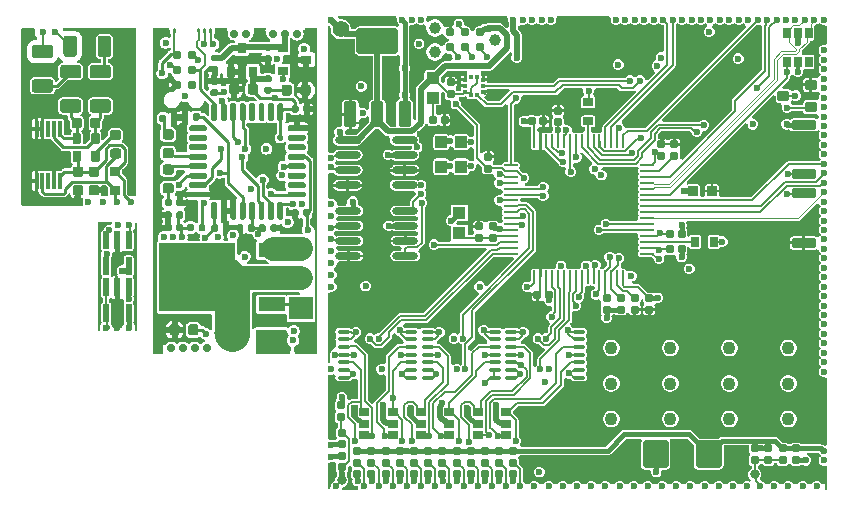
<source format=gtl>
G75*
G70*
%OFA0B0*%
%FSLAX25Y25*%
%IPPOS*%
%LPD*%
%AMOC8*
5,1,8,0,0,1.08239X$1,22.5*
%
%AMM1*
21,1,0.027560,0.018900,0.000000,0.000000,0.000000*
21,1,0.022840,0.023620,0.000000,0.000000,0.000000*
1,1,0.004720,0.011420,-0.009450*
1,1,0.004720,-0.011420,-0.009450*
1,1,0.004720,-0.011420,0.009450*
1,1,0.004720,0.011420,0.009450*
%
%AMM10*
21,1,0.039370,0.035430,0.000000,0.000000,0.000000*
21,1,0.031500,0.043310,0.000000,0.000000,0.000000*
1,1,0.007870,0.015750,-0.017720*
1,1,0.007870,-0.015750,-0.017720*
1,1,0.007870,-0.015750,0.017720*
1,1,0.007870,0.015750,0.017720*
%
%AMM11*
21,1,0.023620,0.030710,0.000000,0.000000,180.000000*
21,1,0.018900,0.035430,0.000000,0.000000,180.000000*
1,1,0.004720,-0.009450,0.015350*
1,1,0.004720,0.009450,0.015350*
1,1,0.004720,0.009450,-0.015350*
1,1,0.004720,-0.009450,-0.015350*
%
%AMM12*
21,1,0.023620,0.030710,0.000000,0.000000,270.000000*
21,1,0.018900,0.035430,0.000000,0.000000,270.000000*
1,1,0.004720,-0.015350,-0.009450*
1,1,0.004720,-0.015350,0.009450*
1,1,0.004720,0.015350,0.009450*
1,1,0.004720,0.015350,-0.009450*
%
%AMM13*
21,1,0.086610,0.073230,0.000000,0.000000,180.000000*
21,1,0.069290,0.090550,0.000000,0.000000,180.000000*
1,1,0.017320,-0.034650,0.036610*
1,1,0.017320,0.034650,0.036610*
1,1,0.017320,0.034650,-0.036610*
1,1,0.017320,-0.034650,-0.036610*
%
%AMM14*
21,1,0.031500,0.072440,0.000000,0.000000,90.000000*
21,1,0.025200,0.078740,0.000000,0.000000,90.000000*
1,1,0.006300,0.036220,0.012600*
1,1,0.006300,0.036220,-0.012600*
1,1,0.006300,-0.036220,-0.012600*
1,1,0.006300,-0.036220,0.012600*
%
%AMM15*
21,1,0.039370,0.035430,0.000000,0.000000,270.000000*
21,1,0.031500,0.043310,0.000000,0.000000,270.000000*
1,1,0.007870,-0.017720,-0.015750*
1,1,0.007870,-0.017720,0.015750*
1,1,0.007870,0.017720,0.015750*
1,1,0.007870,0.017720,-0.015750*
%
%AMM2*
21,1,0.027560,0.030710,0.000000,0.000000,0.000000*
21,1,0.022050,0.036220,0.000000,0.000000,0.000000*
1,1,0.005510,0.011020,-0.015350*
1,1,0.005510,-0.011020,-0.015350*
1,1,0.005510,-0.011020,0.015350*
1,1,0.005510,0.011020,0.015350*
%
%AMM3*
21,1,0.027560,0.018900,0.000000,0.000000,90.000000*
21,1,0.022840,0.023620,0.000000,0.000000,90.000000*
1,1,0.004720,0.009450,0.011420*
1,1,0.004720,0.009450,-0.011420*
1,1,0.004720,-0.009450,-0.011420*
1,1,0.004720,-0.009450,0.011420*
%
%AMM4*
21,1,0.033470,0.026770,0.000000,0.000000,0.000000*
21,1,0.026770,0.033470,0.000000,0.000000,0.000000*
1,1,0.006690,0.013390,-0.013390*
1,1,0.006690,-0.013390,-0.013390*
1,1,0.006690,-0.013390,0.013390*
1,1,0.006690,0.013390,0.013390*
%
%AMM5*
21,1,0.027560,0.030710,0.000000,0.000000,90.000000*
21,1,0.022050,0.036220,0.000000,0.000000,90.000000*
1,1,0.005510,0.015350,0.011020*
1,1,0.005510,0.015350,-0.011020*
1,1,0.005510,-0.015350,-0.011020*
1,1,0.005510,-0.015350,0.011020*
%
%AMM6*
21,1,0.035430,0.030320,0.000000,0.000000,90.000000*
21,1,0.028350,0.037400,0.000000,0.000000,90.000000*
1,1,0.007090,0.015160,0.014170*
1,1,0.007090,0.015160,-0.014170*
1,1,0.007090,-0.015160,-0.014170*
1,1,0.007090,-0.015160,0.014170*
%
%AMM7*
21,1,0.043310,0.075980,0.000000,0.000000,0.000000*
21,1,0.034650,0.084650,0.000000,0.000000,0.000000*
1,1,0.008660,0.017320,-0.037990*
1,1,0.008660,-0.017320,-0.037990*
1,1,0.008660,-0.017320,0.037990*
1,1,0.008660,0.017320,0.037990*
%
%AMM8*
21,1,0.043310,0.075990,0.000000,0.000000,0.000000*
21,1,0.034650,0.084650,0.000000,0.000000,0.000000*
1,1,0.008660,0.017320,-0.037990*
1,1,0.008660,-0.017320,-0.037990*
1,1,0.008660,-0.017320,0.037990*
1,1,0.008660,0.017320,0.037990*
%
%AMM86*
21,1,0.021650,0.052760,0.000000,-0.000000,180.000000*
21,1,0.017320,0.057090,0.000000,-0.000000,180.000000*
1,1,0.004330,-0.008660,0.026380*
1,1,0.004330,0.008660,0.026380*
1,1,0.004330,0.008660,-0.026380*
1,1,0.004330,-0.008660,-0.026380*
%
%AMM9*
21,1,0.137800,0.067720,0.000000,0.000000,0.000000*
21,1,0.120870,0.084650,0.000000,0.000000,0.000000*
1,1,0.016930,0.060430,-0.033860*
1,1,0.016930,-0.060430,-0.033860*
1,1,0.016930,-0.060430,0.033860*
1,1,0.016930,0.060430,0.033860*
%
%ADD10C,0.02362*%
%ADD102C,0.00984*%
%ADD106C,0.00800*%
%ADD11R,0.24350X0.00984*%
%ADD12R,0.04390X0.00984*%
%ADD13R,0.00984X0.56201*%
%ADD138R,0.03543X0.03150*%
%ADD14R,0.00984X0.59449*%
%ADD140C,0.05118*%
%ADD142R,0.03150X0.03543*%
%ADD15R,0.20374X0.00984*%
%ADD152C,0.01969*%
%ADD153C,0.07874*%
%ADD16O,0.04823X0.00787*%
%ADD17O,0.00787X0.36614*%
%ADD170C,0.01850*%
%ADD18R,0.00787X0.09055*%
%ADD180R,0.08661X0.04724*%
%ADD181R,0.25197X0.22835*%
%ADD182R,0.07874X0.07500*%
%ADD183O,0.07874X0.07500*%
%ADD187R,0.01181X0.05512*%
%ADD19R,0.00787X0.42126*%
%ADD20R,0.00787X0.08268*%
%ADD208M86*%
%ADD21R,0.00787X0.23622*%
%ADD22R,0.00787X0.21260*%
%ADD23R,0.05512X0.00787*%
%ADD24R,0.19685X0.00787*%
%ADD25R,0.26772X0.00787*%
%ADD26R,0.17717X0.00787*%
%ADD27R,0.00787X0.06299*%
%ADD28R,0.00787X0.22441*%
%ADD29R,0.00787X0.07874*%
%ADD30C,0.02756*%
%ADD31C,0.11811*%
%ADD32R,0.11811X0.00984*%
%ADD33R,0.04331X0.00984*%
%ADD34R,0.03858X0.00984*%
%ADD35R,0.05709X0.00984*%
%ADD36R,0.00984X1.08661*%
%ADD37R,0.07677X0.00984*%
%ADD38R,0.03740X0.00984*%
%ADD40C,0.00787*%
%ADD44C,0.01968*%
%ADD45M1*%
%ADD46R,0.04331X0.03937*%
%ADD47M2*%
%ADD48M3*%
%ADD49O,0.04724X0.00984*%
%ADD50O,0.00984X0.04724*%
%ADD51M4*%
%ADD52M5*%
%ADD53O,0.08661X0.02362*%
%ADD54M6*%
%ADD55M7*%
%ADD56M8*%
%ADD57M9*%
%ADD58M10*%
%ADD59M11*%
%ADD60M12*%
%ADD61M13*%
%ADD62C,0.03150*%
%ADD63M14*%
%ADD64O,0.04331X0.01181*%
%ADD65R,0.01476X0.01378*%
%ADD66R,0.01378X0.01476*%
%ADD67M15*%
%ADD68C,0.03100*%
%ADD69C,0.01575*%
%ADD70C,0.00492*%
%ADD71C,0.01181*%
%ADD72C,0.04331*%
%ADD73C,0.03900*%
%ADD74C,0.05512*%
X0000000Y0000000D02*
%LPD*%
G01*
D10*
X0118819Y0211929D03*
X0114094Y0211929D03*
X0123543Y0211929D03*
X0128268Y0211929D03*
D11*
X0117766Y0269606D03*
D12*
X0093947Y0269606D03*
D13*
X0129449Y0241998D03*
D14*
X0092244Y0240374D03*
D15*
X0101939Y0211142D03*
D10*
X0102835Y0268720D03*
X0098898Y0268720D03*
X0127480Y0170000D03*
D16*
X0119705Y0205039D03*
D17*
X0129843Y0187126D03*
X0117638Y0187126D03*
D10*
X0123740Y0170000D03*
X0120000Y0170000D03*
X0123937Y0204252D03*
X0127480Y0204252D03*
X0359213Y0262520D03*
X0359213Y0259370D03*
X0359213Y0256220D03*
X0359213Y0253071D03*
X0359213Y0249921D03*
X0359213Y0246772D03*
X0359213Y0243622D03*
X0359213Y0240472D03*
X0359213Y0237323D03*
X0359213Y0234173D03*
X0359213Y0231024D03*
X0359213Y0227874D03*
X0359213Y0224724D03*
X0359213Y0221575D03*
X0359213Y0218425D03*
X0359213Y0215276D03*
X0359213Y0212126D03*
X0359213Y0208976D03*
X0359213Y0205827D03*
X0359213Y0202677D03*
X0359213Y0199528D03*
X0359213Y0196378D03*
X0359213Y0193228D03*
X0359213Y0190079D03*
X0359213Y0186929D03*
X0359213Y0183780D03*
X0359213Y0180630D03*
X0359213Y0177480D03*
X0359213Y0174331D03*
X0359213Y0171181D03*
X0359213Y0168031D03*
X0359213Y0164882D03*
X0359213Y0161732D03*
X0359213Y0158583D03*
X0359213Y0155433D03*
X0359213Y0129055D03*
X0359213Y0125906D03*
D18*
X0194252Y0120591D03*
D19*
X0194252Y0249724D03*
D20*
X0194252Y0217441D03*
D21*
X0194252Y0170000D03*
D22*
X0194252Y0143622D03*
D23*
X0201339Y0116457D03*
D24*
X0206850Y0273543D03*
D25*
X0240315Y0273543D03*
D26*
X0279095Y0273543D03*
D27*
X0360000Y0267638D03*
D28*
X0360000Y0142244D03*
D29*
X0360000Y0120000D03*
D10*
X0359213Y0272756D03*
X0356063Y0272756D03*
X0352913Y0272756D03*
X0349764Y0272756D03*
X0346614Y0272756D03*
X0343465Y0272756D03*
X0340315Y0272756D03*
X0337165Y0272756D03*
X0334016Y0272756D03*
X0330866Y0272756D03*
X0327717Y0272756D03*
X0324567Y0272756D03*
X0321417Y0272756D03*
X0318268Y0272756D03*
X0315118Y0272756D03*
X0311968Y0272756D03*
X0308819Y0272756D03*
X0305669Y0272756D03*
X0302520Y0272756D03*
X0299370Y0272756D03*
X0296220Y0272756D03*
X0293071Y0272756D03*
X0289921Y0272756D03*
X0268268Y0272756D03*
X0265118Y0272756D03*
X0261969Y0272756D03*
X0258819Y0272756D03*
X0255669Y0272756D03*
X0224961Y0272756D03*
X0221811Y0272756D03*
X0218661Y0272756D03*
X0195039Y0272756D03*
X0356850Y0117244D03*
X0352126Y0117244D03*
X0347402Y0117244D03*
X0342677Y0117244D03*
X0337953Y0117244D03*
X0333622Y0117244D03*
X0328898Y0117244D03*
X0324173Y0117244D03*
X0319449Y0117244D03*
X0314724Y0117244D03*
X0310000Y0117244D03*
X0305276Y0117244D03*
X0300551Y0117244D03*
X0295827Y0117244D03*
X0291102Y0117244D03*
X0286378Y0117244D03*
X0281654Y0117244D03*
X0276929Y0117244D03*
X0272205Y0117244D03*
X0267480Y0117244D03*
X0262756Y0117244D03*
X0258032Y0117244D03*
X0253307Y0117244D03*
X0248583Y0117244D03*
X0243858Y0117244D03*
X0239134Y0117244D03*
X0234409Y0117244D03*
X0229685Y0117244D03*
X0224961Y0117244D03*
X0220236Y0117244D03*
X0215512Y0117244D03*
X0210787Y0117244D03*
X0206063Y0117244D03*
X0196614Y0117244D03*
X0195039Y0127087D03*
X0195039Y0131024D03*
X0195039Y0156220D03*
X0195039Y0183780D03*
X0195039Y0187717D03*
X0195039Y0191654D03*
X0195039Y0195591D03*
X0195039Y0199528D03*
X0195039Y0203465D03*
X0195039Y0207402D03*
X0195039Y0211339D03*
X0195039Y0223543D03*
X0195039Y0226693D03*
D30*
X0141654Y0163307D03*
X0153465Y0163307D03*
X0149528Y0163307D03*
X0145591Y0163307D03*
D31*
X0161929Y0168228D03*
D32*
X0175709Y0161831D03*
D33*
X0188307Y0269508D03*
D34*
X0171220Y0269508D03*
X0158228Y0269508D03*
D35*
X0138209Y0269508D03*
D36*
X0189980Y0215669D03*
X0135846Y0215669D03*
D37*
X0186634Y0161831D03*
D38*
X0137224Y0161831D03*
G36*
G01*
X0185945Y0232402D02*
X0181024Y0232402D01*
G75*
G02*
X0180532Y0232894I0000000J0000492D01*
G01*
X0180532Y0233878D01*
G75*
G02*
X0181024Y0234370I0000492J0000000D01*
G01*
X0185945Y0234370D01*
G75*
G02*
X0186437Y0233878I0000000J-000492D01*
G01*
X0186437Y0232894D01*
G75*
G02*
X0185945Y0232402I-000492J0000000D01*
G01*
G37*
G36*
G01*
X0175413Y0238996D02*
X0174429Y0238996D01*
G75*
G02*
X0173937Y0239488I0000000J0000492D01*
G01*
X0173937Y0244409D01*
G75*
G02*
X0174429Y0244902I0000492J0000000D01*
G01*
X0175413Y0244902D01*
G75*
G02*
X0175906Y0244409I0000000J-000492D01*
G01*
X0175906Y0239488D01*
G75*
G02*
X0175413Y0238996I-000492J0000000D01*
G01*
G37*
G36*
G01*
X0185945Y0235551D02*
X0181024Y0235551D01*
G75*
G02*
X0180532Y0236043I0000000J0000492D01*
G01*
X0180532Y0237028D01*
G75*
G02*
X0181024Y0237520I0000492J0000000D01*
G01*
X0185945Y0237520D01*
G75*
G02*
X0186437Y0237028I0000000J-000492D01*
G01*
X0186437Y0236043D01*
G75*
G02*
X0185945Y0235551I-000492J0000000D01*
G01*
G37*
G36*
G01*
X0175906Y0236831D02*
X0175906Y0235846D01*
G75*
G02*
X0175413Y0235354I-000492J0000000D01*
G01*
X0174429Y0235354D01*
G75*
G02*
X0173937Y0235846I0000000J0000492D01*
G01*
X0173937Y0236831D01*
G75*
G02*
X0174429Y0237323I0000492J0000000D01*
G01*
X0175413Y0237323D01*
G75*
G02*
X0175906Y0236831I0000000J-000492D01*
G01*
G37*
G36*
G01*
X0178563Y0232402D02*
X0177579Y0232402D01*
G75*
G02*
X0177087Y0232894I0000000J0000492D01*
G01*
X0177087Y0233878D01*
G75*
G02*
X0177579Y0234370I0000492J0000000D01*
G01*
X0178563Y0234370D01*
G75*
G02*
X0179055Y0233878I0000000J-000492D01*
G01*
X0179055Y0232894D01*
G75*
G02*
X0178563Y0232402I-000492J0000000D01*
G01*
G37*
G36*
G01*
X0178563Y0238996D02*
X0177579Y0238996D01*
G75*
G02*
X0177087Y0239488I0000000J0000492D01*
G01*
X0177087Y0244409D01*
G75*
G02*
X0177579Y0244902I0000492J0000000D01*
G01*
X0178563Y0244902D01*
G75*
G02*
X0179055Y0244409I0000000J-000492D01*
G01*
X0179055Y0239488D01*
G75*
G02*
X0178563Y0238996I-000492J0000000D01*
G01*
G37*
D30*
X0179646Y0267997D03*
X0175709Y0267997D03*
X0162732Y0267997D03*
X0166732Y0267997D03*
G36*
G01*
X0154843Y0270000D02*
X0154843Y0270000D01*
G75*
G02*
X0155335Y0269508I0000000J-000492D01*
G01*
X0155335Y0268524D01*
G75*
G02*
X0154843Y0268031I-000492J0000000D01*
G01*
X0154843Y0268031D01*
G75*
G02*
X0154350Y0268524I0000000J0000492D01*
G01*
X0154350Y0269508D01*
G75*
G02*
X0154843Y0270000I0000492J0000000D01*
G01*
G37*
G36*
G01*
X0152874Y0270000D02*
X0152874Y0270000D01*
G75*
G02*
X0153366Y0269508I0000000J-000492D01*
G01*
X0153366Y0268524D01*
G75*
G02*
X0152874Y0268031I-000492J0000000D01*
G01*
X0152874Y0268031D01*
G75*
G02*
X0152382Y0268524I0000000J0000492D01*
G01*
X0152382Y0269508D01*
G75*
G02*
X0152874Y0270000I0000492J0000000D01*
G01*
G37*
G36*
G01*
X0150906Y0270000D02*
X0150906Y0270000D01*
G75*
G02*
X0151398Y0269508I0000000J-000492D01*
G01*
X0151398Y0268524D01*
G75*
G02*
X0150906Y0268031I-000492J0000000D01*
G01*
X0150906Y0268031D01*
G75*
G02*
X0150413Y0268524I0000000J0000492D01*
G01*
X0150413Y0269508D01*
G75*
G02*
X0150906Y0270000I0000492J0000000D01*
G01*
G37*
G36*
G01*
X0142638Y0270000D02*
X0142638Y0270000D01*
G75*
G02*
X0143130Y0269508I0000000J-000492D01*
G01*
X0143130Y0268524D01*
G75*
G02*
X0142638Y0268031I-000492J0000000D01*
G01*
X0142638Y0268031D01*
G75*
G02*
X0142146Y0268524I0000000J0000492D01*
G01*
X0142146Y0269508D01*
G75*
G02*
X0142638Y0270000I0000492J0000000D01*
G01*
G37*
X0183583Y0267997D03*
X0193858Y0116063D02*
G01*
G75*
G36*
X0338458Y0270822D02*
X0338568Y0270726D01*
X0338622Y0270655D01*
X0338622Y0256155D01*
X0328978Y0246511D01*
X0328761Y0246185D01*
X0328684Y0245801D01*
X0328684Y0242663D01*
X0312156Y0226135D01*
X0311747Y0226244D01*
X0311394Y0226486D01*
X0311394Y0228228D01*
X0311330Y0228551D01*
X0311156Y0228811D01*
X0311147Y0228833D01*
X0311147Y0229671D01*
X0311156Y0229693D01*
X0311330Y0229953D01*
X0311394Y0230276D01*
X0311394Y0230728D01*
X0309409Y0230728D01*
X0309409Y0231220D01*
X0308917Y0231220D01*
X0308917Y0233008D01*
X0308267Y0233008D01*
X0307945Y0232944D01*
X0307685Y0232771D01*
X0307663Y0232761D01*
X0306825Y0232761D01*
X0306803Y0232771D01*
X0306543Y0232944D01*
X0306220Y0233008D01*
X0305571Y0233008D01*
X0305571Y0231220D01*
X0304586Y0231220D01*
X0304586Y0233008D01*
X0303937Y0233008D01*
X0303818Y0233106D01*
X0303818Y0234371D01*
X0304979Y0235532D01*
X0314492Y0235532D01*
X0315078Y0234946D01*
X0315165Y0234888D01*
X0315388Y0234351D01*
X0315886Y0233852D01*
X0316537Y0233583D01*
X0317242Y0233583D01*
X0317893Y0233852D01*
X0318391Y0234351D01*
X0318661Y0235002D01*
X0318661Y0235021D01*
X0318890Y0235720D01*
X0319389Y0235748D01*
X0319604Y0235748D01*
X0320255Y0236018D01*
X0320754Y0236516D01*
X0321023Y0237167D01*
X0321023Y0237872D01*
X0320754Y0238523D01*
X0320255Y0239022D01*
X0319604Y0239291D01*
X0318899Y0239291D01*
X0318248Y0239022D01*
X0317750Y0238523D01*
X0317750Y0238523D01*
X0316149Y0238523D01*
X0316148Y0238525D01*
X0315822Y0238742D01*
X0315438Y0238819D01*
X0305676Y0238819D01*
X0305374Y0239546D01*
X0336813Y0270984D01*
X0336813Y0270984D01*
X0337517Y0270984D01*
X0337902Y0271144D01*
X0338458Y0270822D01*
D02*
G37*
G36*
X0314058Y0271311D02*
X0314114Y0271254D01*
X0314765Y0270984D01*
X0315470Y0270984D01*
X0316121Y0271254D01*
X0316178Y0271311D01*
X0316693Y0271698D01*
X0317207Y0271311D01*
X0317264Y0271254D01*
X0317915Y0270984D01*
X0318620Y0270984D01*
X0319271Y0271254D01*
X0319328Y0271311D01*
X0319676Y0271573D01*
X0320327Y0271170D01*
X0320273Y0270426D01*
X0320020Y0270321D01*
X0319521Y0269823D01*
X0319252Y0269171D01*
X0319252Y0268466D01*
X0319521Y0267815D01*
X0320020Y0267317D01*
X0320671Y0267047D01*
X0321376Y0267047D01*
X0322027Y0267317D01*
X0322525Y0267815D01*
X0322795Y0268466D01*
X0322795Y0269171D01*
X0322525Y0269823D01*
X0322085Y0270263D01*
X0322068Y0270654D01*
X0322126Y0271132D01*
X0322421Y0271254D01*
X0322478Y0271311D01*
X0322992Y0271698D01*
X0323506Y0271311D01*
X0323563Y0271254D01*
X0324214Y0270984D01*
X0324919Y0270984D01*
X0325570Y0271254D01*
X0325627Y0271311D01*
X0326141Y0271698D01*
X0326656Y0271311D01*
X0326713Y0271254D01*
X0327364Y0270984D01*
X0328069Y0270984D01*
X0328720Y0271254D01*
X0328777Y0271311D01*
X0329291Y0271698D01*
X0329806Y0271311D01*
X0329862Y0271254D01*
X0330513Y0270984D01*
X0331218Y0270984D01*
X0331870Y0271254D01*
X0331926Y0271311D01*
X0332441Y0271698D01*
X0332955Y0271311D01*
X0333012Y0271254D01*
X0333096Y0271219D01*
X0333281Y0270290D01*
X0299742Y0236752D01*
X0293858Y0236752D01*
X0293474Y0236675D01*
X0293445Y0236656D01*
X0292671Y0237026D01*
X0292658Y0237042D01*
X0292658Y0237085D01*
X0292388Y0237736D01*
X0291890Y0238234D01*
X0291781Y0239131D01*
X0309528Y0256878D01*
X0309746Y0257204D01*
X0309822Y0257588D01*
X0309822Y0271234D01*
X0310441Y0271662D01*
X0310908Y0271311D01*
X0310965Y0271254D01*
X0311616Y0270984D01*
X0312321Y0270984D01*
X0312972Y0271254D01*
X0313029Y0271311D01*
X0313543Y0271698D01*
X0314058Y0271311D01*
D02*
G37*
G36*
X0288167Y0273150D02*
X0288149Y0273108D01*
X0288149Y0272404D01*
X0288419Y0271752D01*
X0288918Y0271254D01*
X0289569Y0270984D01*
X0290273Y0270984D01*
X0290925Y0271254D01*
X0290981Y0271311D01*
X0291496Y0271698D01*
X0292010Y0271311D01*
X0292067Y0271254D01*
X0292718Y0270984D01*
X0293423Y0270984D01*
X0294074Y0271254D01*
X0294131Y0271311D01*
X0294645Y0271698D01*
X0295160Y0271311D01*
X0295217Y0271254D01*
X0295868Y0270984D01*
X0296573Y0270984D01*
X0297224Y0271254D01*
X0297281Y0271311D01*
X0297795Y0271698D01*
X0298309Y0271311D01*
X0298366Y0271254D01*
X0299017Y0270984D01*
X0299722Y0270984D01*
X0300373Y0271254D01*
X0300430Y0271311D01*
X0300945Y0271698D01*
X0301459Y0271311D01*
X0301516Y0271254D01*
X0302167Y0270984D01*
X0302872Y0270984D01*
X0303523Y0271254D01*
X0303580Y0271311D01*
X0304094Y0271698D01*
X0304609Y0271311D01*
X0304666Y0271254D01*
X0305317Y0270984D01*
X0305945Y0270984D01*
X0305945Y0262487D01*
X0305234Y0261929D01*
X0304529Y0261929D01*
X0303878Y0261659D01*
X0303380Y0261161D01*
X0303110Y0260510D01*
X0303110Y0259805D01*
X0302697Y0258904D01*
X0302199Y0258405D01*
X0301929Y0257754D01*
X0301929Y0257049D01*
X0302199Y0256398D01*
X0302697Y0255900D01*
X0302761Y0255873D01*
X0302946Y0254944D01*
X0300551Y0252549D01*
X0299763Y0252833D01*
X0299494Y0253484D01*
X0298995Y0253982D01*
X0298344Y0254252D01*
X0297639Y0254252D01*
X0296988Y0253982D01*
X0296833Y0253827D01*
X0296319Y0253570D01*
X0295804Y0253827D01*
X0295649Y0253982D01*
X0294998Y0254252D01*
X0294293Y0254252D01*
X0293642Y0253982D01*
X0293144Y0253484D01*
X0293062Y0253287D01*
X0270909Y0253287D01*
X0270525Y0253211D01*
X0270199Y0252993D01*
X0268918Y0251712D01*
X0247008Y0251712D01*
X0247008Y0252185D01*
X0245679Y0252185D01*
X0245679Y0252677D01*
X0245187Y0252677D01*
X0245187Y0253957D01*
X0244941Y0253957D01*
X0244941Y0255039D01*
X0244941Y0255039D01*
X0245015Y0255796D01*
X0246863Y0255796D01*
X0247264Y0255630D01*
X0247969Y0255630D01*
X0248620Y0255900D01*
X0249118Y0256398D01*
X0249284Y0256799D01*
X0254444Y0261959D01*
X0255232Y0261654D01*
X0255232Y0260878D01*
X0255066Y0260477D01*
X0255066Y0259772D01*
X0255335Y0259121D01*
X0255834Y0258623D01*
X0256485Y0258353D01*
X0257190Y0258353D01*
X0257841Y0258623D01*
X0258339Y0259121D01*
X0258609Y0259772D01*
X0258609Y0260477D01*
X0258443Y0260878D01*
X0258443Y0267794D01*
X0258443Y0267794D01*
X0258321Y0268409D01*
X0257973Y0268929D01*
X0257350Y0269552D01*
X0257350Y0270690D01*
X0258137Y0271121D01*
X0258466Y0270984D01*
X0259171Y0270984D01*
X0259822Y0271254D01*
X0259879Y0271311D01*
X0260394Y0271698D01*
X0260908Y0271311D01*
X0260965Y0271254D01*
X0261616Y0270984D01*
X0262321Y0270984D01*
X0262972Y0271254D01*
X0263029Y0271311D01*
X0263543Y0271698D01*
X0264058Y0271311D01*
X0264114Y0271254D01*
X0264765Y0270984D01*
X0265470Y0270984D01*
X0266121Y0271254D01*
X0266178Y0271311D01*
X0266693Y0271698D01*
X0267207Y0271311D01*
X0267264Y0271254D01*
X0267915Y0270984D01*
X0268620Y0270984D01*
X0269271Y0271254D01*
X0269769Y0271752D01*
X0270039Y0272404D01*
X0270039Y0273108D01*
X0270022Y0273150D01*
X0270548Y0273937D01*
X0287640Y0273937D01*
X0288167Y0273150D01*
D02*
G37*
G36*
X0216907Y0273150D02*
X0216889Y0273108D01*
X0216889Y0272404D01*
X0217159Y0271752D01*
X0217658Y0271254D01*
X0217676Y0271246D01*
X0217672Y0270905D01*
X0217213Y0270567D01*
X0216880Y0270432D01*
X0216437Y0270520D01*
X0204350Y0270520D01*
X0203790Y0270409D01*
X0203314Y0270091D01*
X0203037Y0269676D01*
X0201535Y0269676D01*
X0201535Y0270047D01*
X0201307Y0270898D01*
X0200867Y0271661D01*
X0200243Y0272284D01*
X0199480Y0272725D01*
X0198629Y0272953D01*
X0197748Y0272953D01*
X0197676Y0272933D01*
X0197480Y0273150D01*
X0197829Y0273937D01*
X0216381Y0273937D01*
X0216907Y0273150D01*
D02*
G37*
G36*
X0253915Y0273150D02*
X0253897Y0273108D01*
X0253897Y0272404D01*
X0254139Y0271821D01*
X0254139Y0270312D01*
X0253411Y0270011D01*
X0252365Y0271058D01*
X0251844Y0271406D01*
X0251229Y0271528D01*
X0251229Y0271528D01*
X0248736Y0271528D01*
X0248147Y0271772D01*
X0247443Y0271772D01*
X0246792Y0271502D01*
X0246698Y0271409D01*
X0246212Y0271409D01*
X0246212Y0271409D01*
X0245597Y0271287D01*
X0245076Y0270939D01*
X0244782Y0270644D01*
X0244180Y0270644D01*
X0243394Y0270319D01*
X0242791Y0269717D01*
X0242500Y0269012D01*
X0242106Y0268969D01*
X0241712Y0269012D01*
X0241421Y0269717D01*
X0240819Y0270319D01*
X0240032Y0270644D01*
X0240025Y0270644D01*
X0239330Y0271026D01*
X0239330Y0271372D01*
X0239330Y0271730D01*
X0239061Y0272381D01*
X0238562Y0272880D01*
X0237911Y0273150D01*
X0237206Y0273150D01*
X0236555Y0272880D01*
X0236057Y0272381D01*
X0235787Y0271730D01*
X0235787Y0271184D01*
X0235386Y0270783D01*
X0235105Y0270614D01*
X0235098Y0270617D01*
X0235098Y0268504D01*
X0234114Y0268504D01*
X0234114Y0270617D01*
X0233394Y0270319D01*
X0233328Y0270253D01*
X0232943Y0270320D01*
X0232500Y0270539D01*
X0232340Y0271136D01*
X0231954Y0271806D01*
X0231408Y0272352D01*
X0230739Y0272738D01*
X0229992Y0272938D01*
X0229220Y0272938D01*
X0228473Y0272738D01*
X0227804Y0272352D01*
X0227392Y0271940D01*
X0226725Y0272386D01*
X0226732Y0272404D01*
X0226732Y0273108D01*
X0226715Y0273150D01*
X0227241Y0273937D01*
X0253388Y0273937D01*
X0253915Y0273150D01*
D02*
G37*
G36*
X0358152Y0271311D02*
X0358209Y0271254D01*
X0358860Y0270984D01*
X0359565Y0270984D01*
X0359606Y0271001D01*
X0360393Y0270475D01*
X0360393Y0264800D01*
X0359606Y0264274D01*
X0359565Y0264291D01*
X0358860Y0264291D01*
X0358209Y0264022D01*
X0357710Y0263523D01*
X0357441Y0262872D01*
X0357441Y0262167D01*
X0357710Y0261516D01*
X0357767Y0261459D01*
X0358154Y0260945D01*
X0357767Y0260431D01*
X0357710Y0260374D01*
X0357441Y0259722D01*
X0357441Y0259018D01*
X0357710Y0258367D01*
X0357767Y0258310D01*
X0358154Y0257795D01*
X0357767Y0257281D01*
X0357710Y0257224D01*
X0357441Y0256573D01*
X0357441Y0255868D01*
X0357710Y0255217D01*
X0357767Y0255160D01*
X0358154Y0254646D01*
X0357767Y0254131D01*
X0357710Y0254074D01*
X0357570Y0253736D01*
X0356842Y0253395D01*
X0356653Y0253386D01*
X0356404Y0253436D01*
X0355380Y0253436D01*
X0355380Y0251055D01*
X0355380Y0248674D01*
X0356404Y0248674D01*
X0356773Y0248748D01*
X0356820Y0248779D01*
X0357637Y0248631D01*
X0357912Y0248025D01*
X0357767Y0247832D01*
X0357710Y0247775D01*
X0357441Y0247124D01*
X0357441Y0246419D01*
X0357462Y0246369D01*
X0356826Y0245846D01*
X0356773Y0245882D01*
X0356404Y0245955D01*
X0353372Y0245955D01*
X0353004Y0245882D01*
X0352691Y0245673D01*
X0352482Y0245361D01*
X0352409Y0244992D01*
X0352409Y0244429D01*
X0348710Y0244429D01*
X0348160Y0245064D01*
X0348238Y0245551D01*
X0348961Y0245892D01*
X0349411Y0245705D01*
X0350116Y0245705D01*
X0350767Y0245975D01*
X0351265Y0246473D01*
X0351535Y0247125D01*
X0351535Y0247829D01*
X0351265Y0248481D01*
X0350767Y0248979D01*
X0350116Y0249249D01*
X0349411Y0249249D01*
X0348861Y0249021D01*
X0348552Y0249051D01*
X0347932Y0249265D01*
X0347833Y0249413D01*
X0347521Y0249622D01*
X0347152Y0249696D01*
X0345490Y0249696D01*
X0345188Y0250423D01*
X0347518Y0252752D01*
X0347735Y0253078D01*
X0347812Y0253462D01*
X0347812Y0253733D01*
X0347814Y0253734D01*
X0348313Y0254233D01*
X0348462Y0254273D01*
X0349189Y0254290D01*
X0349547Y0253931D01*
X0350199Y0253661D01*
X0350903Y0253661D01*
X0351554Y0253931D01*
X0352053Y0254429D01*
X0352323Y0255081D01*
X0352323Y0255786D01*
X0352182Y0256124D01*
X0352440Y0256351D01*
X0352855Y0256544D01*
X0352935Y0256496D01*
X0353021Y0256438D01*
X0353344Y0256374D01*
X0355233Y0256374D01*
X0355556Y0256438D01*
X0355830Y0256621D01*
X0356012Y0256895D01*
X0356076Y0257217D01*
X0356076Y0260288D01*
X0356012Y0260611D01*
X0355830Y0260884D01*
X0355556Y0261067D01*
X0355233Y0261131D01*
X0353344Y0261131D01*
X0353021Y0261067D01*
X0352935Y0261009D01*
X0352744Y0260895D01*
X0351964Y0261068D01*
X0351860Y0261318D01*
X0351805Y0261605D01*
X0351799Y0261873D01*
X0351880Y0261995D01*
X0351945Y0262321D01*
X0351945Y0262552D01*
X0354193Y0264800D01*
X0354378Y0265077D01*
X0354443Y0265403D01*
X0354443Y0265823D01*
X0355233Y0265823D01*
X0355556Y0265887D01*
X0355830Y0266070D01*
X0356012Y0266343D01*
X0356076Y0266666D01*
X0356076Y0269737D01*
X0356012Y0270060D01*
X0355889Y0270244D01*
X0356151Y0270984D01*
X0356415Y0270984D01*
X0357066Y0271254D01*
X0357123Y0271311D01*
X0357638Y0271698D01*
X0358152Y0271311D01*
D02*
G37*
G36*
X0223900Y0271311D02*
X0223957Y0271254D01*
X0224608Y0270984D01*
X0225313Y0270984D01*
X0225964Y0271254D01*
X0226084Y0271226D01*
X0226672Y0270390D01*
X0226672Y0269618D01*
X0226872Y0268871D01*
X0227258Y0268202D01*
X0227804Y0267656D01*
X0228473Y0267270D01*
X0229220Y0267070D01*
X0229992Y0267070D01*
X0230739Y0267270D01*
X0231408Y0267656D01*
X0231723Y0267971D01*
X0231775Y0267978D01*
X0232526Y0267818D01*
X0232591Y0267774D01*
X0232791Y0267291D01*
X0233394Y0266689D01*
X0234098Y0266398D01*
X0234141Y0266004D01*
X0234098Y0265610D01*
X0233394Y0265319D01*
X0232791Y0264716D01*
X0232591Y0264233D01*
X0232526Y0264190D01*
X0231775Y0264030D01*
X0231723Y0264037D01*
X0231408Y0264352D01*
X0230739Y0264738D01*
X0229992Y0264938D01*
X0229220Y0264938D01*
X0228473Y0264738D01*
X0227804Y0264352D01*
X0227258Y0263806D01*
X0226872Y0263136D01*
X0226672Y0262390D01*
X0226672Y0261618D01*
X0226872Y0260871D01*
X0227258Y0260202D01*
X0227804Y0259656D01*
X0228473Y0259270D01*
X0229220Y0259070D01*
X0229992Y0259070D01*
X0230739Y0259270D01*
X0231408Y0259656D01*
X0231954Y0260202D01*
X0232340Y0260871D01*
X0232500Y0261469D01*
X0232943Y0261688D01*
X0233328Y0261755D01*
X0233394Y0261689D01*
X0234180Y0261363D01*
X0234899Y0261363D01*
X0235331Y0260820D01*
X0235393Y0260707D01*
X0235393Y0260002D01*
X0235435Y0259901D01*
X0235052Y0258934D01*
X0235049Y0258932D01*
X0235049Y0258932D01*
X0232858Y0258932D01*
X0232858Y0258932D01*
X0232243Y0258810D01*
X0231722Y0258462D01*
X0231722Y0258462D01*
X0229303Y0256043D01*
X0227027Y0256043D01*
X0226643Y0255966D01*
X0226318Y0255749D01*
X0226100Y0255423D01*
X0226024Y0255039D01*
X0226024Y0253157D01*
X0223659Y0250793D01*
X0223311Y0250272D01*
X0223189Y0249657D01*
X0223189Y0249657D01*
X0223189Y0239556D01*
X0223012Y0239437D01*
X0222225Y0239855D01*
X0222225Y0245059D01*
X0222145Y0245458D01*
X0221919Y0245797D01*
X0221580Y0246023D01*
X0221522Y0246035D01*
X0221431Y0246118D01*
X0221108Y0246730D01*
X0221089Y0246890D01*
X0221220Y0247207D01*
X0221220Y0247912D01*
X0220950Y0248563D01*
X0220854Y0248660D01*
X0220854Y0255407D01*
X0220950Y0255504D01*
X0221220Y0256155D01*
X0221220Y0256860D01*
X0220950Y0257511D01*
X0220854Y0257608D01*
X0220854Y0270580D01*
X0221458Y0270984D01*
X0222163Y0270984D01*
X0222814Y0271254D01*
X0222871Y0271311D01*
X0223386Y0271698D01*
X0223900Y0271311D01*
D02*
G37*
G36*
X0240413Y0255039D02*
X0240413Y0255039D01*
X0240413Y0253957D01*
X0240167Y0253957D01*
X0240167Y0252677D01*
X0239675Y0252677D01*
X0239675Y0252185D01*
X0238346Y0252185D01*
X0238346Y0251201D01*
X0239675Y0251201D01*
X0239675Y0250217D01*
X0238346Y0250217D01*
X0238346Y0248956D01*
X0236776Y0248956D01*
X0236723Y0249220D01*
X0236550Y0249480D01*
X0236541Y0249502D01*
X0236541Y0250340D01*
X0236550Y0250363D01*
X0236723Y0250622D01*
X0236788Y0250945D01*
X0236788Y0251398D01*
X0234803Y0251398D01*
X0234803Y0251890D01*
X0234311Y0251890D01*
X0234311Y0253678D01*
X0233661Y0253678D01*
X0233339Y0253613D01*
X0233065Y0253431D01*
X0232882Y0253157D01*
X0232818Y0252835D01*
X0232818Y0252090D01*
X0232091Y0251789D01*
X0231574Y0252305D01*
X0231574Y0253772D01*
X0233523Y0255721D01*
X0235413Y0255721D01*
X0235632Y0255630D01*
X0236336Y0255630D01*
X0236737Y0255796D01*
X0240339Y0255796D01*
X0240413Y0255039D01*
D02*
G37*
G36*
X0254457Y0248918D02*
X0251051Y0245511D01*
X0247227Y0245511D01*
X0246005Y0246733D01*
X0246306Y0247461D01*
X0247008Y0247461D01*
X0247008Y0248248D01*
X0245679Y0248248D01*
X0245679Y0249232D01*
X0247008Y0249232D01*
X0247008Y0249705D01*
X0254131Y0249705D01*
X0254457Y0248918D01*
D02*
G37*
G36*
X0291082Y0249310D02*
X0291407Y0249092D01*
X0291791Y0249016D01*
X0295531Y0249016D01*
X0295915Y0249092D01*
X0296113Y0249224D01*
X0296615Y0248613D01*
X0285668Y0237666D01*
X0285451Y0237341D01*
X0285374Y0236957D01*
X0285374Y0235679D01*
X0285227Y0235520D01*
X0284587Y0235143D01*
X0284409Y0235179D01*
X0283987Y0235095D01*
X0283425Y0234919D01*
X0282863Y0235095D01*
X0282441Y0235179D01*
X0282263Y0235143D01*
X0281623Y0235520D01*
X0281476Y0235679D01*
X0281476Y0236912D01*
X0282204Y0236912D01*
X0282542Y0236979D01*
X0282829Y0237171D01*
X0283020Y0237457D01*
X0283088Y0237795D01*
X0283088Y0240000D01*
X0283020Y0240338D01*
X0282829Y0240625D01*
X0282542Y0240816D01*
X0282204Y0240883D01*
X0279134Y0240883D01*
X0278796Y0240816D01*
X0278509Y0240625D01*
X0278318Y0240338D01*
X0278250Y0240000D01*
X0278250Y0237795D01*
X0278318Y0237457D01*
X0278509Y0237171D01*
X0278796Y0236979D01*
X0279134Y0236912D01*
X0279469Y0236912D01*
X0279469Y0235679D01*
X0279321Y0235520D01*
X0278681Y0235143D01*
X0278504Y0235179D01*
X0278081Y0235095D01*
X0277519Y0234919D01*
X0276958Y0235095D01*
X0276535Y0235179D01*
X0276113Y0235095D01*
X0275806Y0234999D01*
X0275190Y0235548D01*
X0275183Y0235559D01*
X0275183Y0236259D01*
X0274914Y0236910D01*
X0274415Y0237408D01*
X0273764Y0237678D01*
X0273059Y0237678D01*
X0272614Y0238346D01*
X0272614Y0239508D01*
X0272550Y0239830D01*
X0272377Y0240090D01*
X0272368Y0240112D01*
X0272368Y0240951D01*
X0272377Y0240973D01*
X0272550Y0241233D01*
X0272614Y0241555D01*
X0272614Y0242008D01*
X0270630Y0242008D01*
X0270630Y0242500D01*
X0270630Y0242008D01*
X0268645Y0242008D01*
X0268645Y0241555D01*
X0268709Y0241233D01*
X0268883Y0240973D01*
X0268892Y0240951D01*
X0268892Y0240112D01*
X0268883Y0240090D01*
X0268709Y0239830D01*
X0268645Y0239508D01*
X0268645Y0237618D01*
X0268709Y0237295D01*
X0268892Y0237022D01*
X0269053Y0236914D01*
X0269056Y0236893D01*
X0268786Y0236242D01*
X0268786Y0235945D01*
X0268709Y0235475D01*
X0268239Y0235095D01*
X0267677Y0234919D01*
X0267115Y0235095D01*
X0266693Y0235179D01*
X0266270Y0235095D01*
X0265708Y0234919D01*
X0265216Y0235073D01*
X0265216Y0232205D01*
X0265216Y0229337D01*
X0265708Y0229490D01*
X0266270Y0229315D01*
X0266299Y0229309D01*
X0270532Y0225076D01*
X0270532Y0225076D01*
X0270801Y0224425D01*
X0271300Y0223926D01*
X0271951Y0223657D01*
X0272656Y0223657D01*
X0272813Y0223722D01*
X0272886Y0223687D01*
X0273345Y0223085D01*
X0273075Y0222434D01*
X0273075Y0221729D01*
X0273345Y0221078D01*
X0273843Y0220580D01*
X0274495Y0220310D01*
X0275199Y0220310D01*
X0275851Y0220580D01*
X0276349Y0221078D01*
X0276619Y0221729D01*
X0276619Y0222434D01*
X0276349Y0223085D01*
X0275851Y0223584D01*
X0275608Y0223684D01*
X0275608Y0224585D01*
X0276380Y0225118D01*
X0277084Y0225118D01*
X0277736Y0225388D01*
X0278234Y0225886D01*
X0278504Y0226537D01*
X0278504Y0227242D01*
X0278234Y0227893D01*
X0278053Y0228074D01*
X0278078Y0228228D01*
X0278919Y0228500D01*
X0282030Y0225389D01*
X0281845Y0224461D01*
X0281831Y0224455D01*
X0281333Y0223956D01*
X0281063Y0223305D01*
X0281063Y0222600D01*
X0281333Y0221949D01*
X0281831Y0221451D01*
X0282482Y0221181D01*
X0282549Y0221181D01*
X0283228Y0220632D01*
X0283302Y0220454D01*
X0283498Y0219981D01*
X0283996Y0219482D01*
X0284647Y0219213D01*
X0285352Y0219213D01*
X0286003Y0219482D01*
X0286502Y0219981D01*
X0286771Y0220632D01*
X0286771Y0221337D01*
X0286502Y0221988D01*
X0286003Y0222486D01*
X0285352Y0222756D01*
X0285285Y0222756D01*
X0284996Y0222990D01*
X0284978Y0223032D01*
X0285503Y0223819D01*
X0296524Y0223819D01*
X0296908Y0223896D01*
X0297351Y0223640D01*
X0297443Y0223346D01*
X0297267Y0222785D01*
X0297183Y0222362D01*
X0297267Y0221940D01*
X0297443Y0221378D01*
X0297267Y0220816D01*
X0297183Y0220394D01*
X0297267Y0219971D01*
X0297507Y0219613D01*
X0297507Y0219206D01*
X0297267Y0218848D01*
X0297183Y0218425D01*
X0297267Y0218003D01*
X0297443Y0217441D01*
X0297267Y0216879D01*
X0297183Y0216457D01*
X0297267Y0216034D01*
X0297507Y0215676D01*
X0297507Y0215269D01*
X0297267Y0214911D01*
X0297183Y0214488D01*
X0297267Y0214066D01*
X0297443Y0213504D01*
X0297267Y0212942D01*
X0297183Y0212520D01*
X0297267Y0212097D01*
X0297507Y0211739D01*
X0297507Y0211332D01*
X0297267Y0210974D01*
X0297183Y0210551D01*
X0297267Y0210129D01*
X0297507Y0209771D01*
X0297507Y0209363D01*
X0297267Y0209005D01*
X0297183Y0208583D01*
X0297267Y0208160D01*
X0297443Y0207598D01*
X0297267Y0207037D01*
X0297183Y0206614D01*
X0297219Y0206437D01*
X0296842Y0205797D01*
X0296683Y0205649D01*
X0288076Y0205649D01*
X0288076Y0205649D01*
X0287578Y0206148D01*
X0286927Y0206417D01*
X0286222Y0206417D01*
X0285571Y0206148D01*
X0285073Y0205649D01*
X0284803Y0204998D01*
X0284803Y0204476D01*
X0284762Y0204449D01*
X0284057Y0204449D01*
X0283406Y0204179D01*
X0282907Y0203681D01*
X0282637Y0203030D01*
X0282637Y0202325D01*
X0282907Y0201674D01*
X0283406Y0201175D01*
X0284057Y0200905D01*
X0284762Y0200905D01*
X0285413Y0201175D01*
X0285813Y0201575D01*
X0291617Y0201575D01*
X0292001Y0201652D01*
X0292034Y0201674D01*
X0296683Y0201674D01*
X0296842Y0201526D01*
X0297219Y0200886D01*
X0297183Y0200709D01*
X0297267Y0200286D01*
X0297443Y0199724D01*
X0297267Y0199163D01*
X0297183Y0198740D01*
X0297267Y0198318D01*
X0297443Y0197756D01*
X0297267Y0197194D01*
X0297183Y0196772D01*
X0297267Y0196349D01*
X0297507Y0195991D01*
X0297507Y0195584D01*
X0297267Y0195226D01*
X0297183Y0194803D01*
X0297267Y0194381D01*
X0297507Y0194023D01*
X0297865Y0193783D01*
X0298287Y0193699D01*
X0301712Y0193699D01*
X0302519Y0192892D01*
X0302519Y0192679D01*
X0302789Y0192028D01*
X0303288Y0191530D01*
X0303939Y0191260D01*
X0304643Y0191260D01*
X0305295Y0191530D01*
X0305793Y0192028D01*
X0306063Y0192679D01*
X0306063Y0193384D01*
X0305892Y0193796D01*
X0305939Y0193914D01*
X0306046Y0194038D01*
X0306567Y0194457D01*
X0306889Y0194393D01*
X0308779Y0194393D01*
X0309102Y0194457D01*
X0309362Y0194631D01*
X0309384Y0194640D01*
X0309423Y0194640D01*
X0309953Y0194028D01*
X0310000Y0193913D01*
X0310000Y0193270D01*
X0310269Y0192619D01*
X0310768Y0192120D01*
X0311419Y0191850D01*
X0312124Y0191850D01*
X0312775Y0192120D01*
X0313273Y0192619D01*
X0313543Y0193270D01*
X0313543Y0193975D01*
X0313277Y0194617D01*
X0313312Y0194640D01*
X0313495Y0194914D01*
X0313559Y0195236D01*
X0313559Y0196960D01*
X0314347Y0197038D01*
X0314381Y0196867D01*
X0314572Y0196580D01*
X0314859Y0196389D01*
X0315197Y0196322D01*
X0317401Y0196322D01*
X0317739Y0196389D01*
X0318026Y0196580D01*
X0318217Y0196867D01*
X0318284Y0197205D01*
X0318284Y0200276D01*
X0318217Y0200613D01*
X0318026Y0200900D01*
X0317739Y0201091D01*
X0317401Y0201159D01*
X0315197Y0201159D01*
X0314859Y0201091D01*
X0314572Y0200900D01*
X0314381Y0200613D01*
X0314347Y0200442D01*
X0313559Y0200520D01*
X0313559Y0202638D01*
X0313495Y0202960D01*
X0313312Y0203234D01*
X0313277Y0203257D01*
X0313543Y0203900D01*
X0313543Y0204604D01*
X0313390Y0204974D01*
X0313751Y0205674D01*
X0313851Y0205761D01*
X0350623Y0205761D01*
X0350949Y0205826D01*
X0351226Y0206011D01*
X0356713Y0211498D01*
X0357635Y0211306D01*
X0357710Y0211123D01*
X0357767Y0211066D01*
X0358154Y0210551D01*
X0357767Y0210037D01*
X0357710Y0209980D01*
X0357441Y0209329D01*
X0357441Y0208624D01*
X0357710Y0207973D01*
X0357767Y0207916D01*
X0358154Y0207402D01*
X0357767Y0206887D01*
X0357710Y0206830D01*
X0357441Y0206179D01*
X0357441Y0205474D01*
X0357710Y0204823D01*
X0357767Y0204766D01*
X0358154Y0204252D01*
X0357767Y0203738D01*
X0357710Y0203681D01*
X0357441Y0203030D01*
X0357441Y0202325D01*
X0357710Y0201674D01*
X0357767Y0201617D01*
X0358154Y0201102D01*
X0357767Y0200588D01*
X0357710Y0200531D01*
X0357651Y0200388D01*
X0356810Y0200261D01*
X0356756Y0200285D01*
X0356495Y0200459D01*
X0356142Y0200530D01*
X0353012Y0200530D01*
X0353012Y0198347D01*
X0353012Y0196163D01*
X0356142Y0196163D01*
X0356495Y0196234D01*
X0356653Y0196340D01*
X0357232Y0196157D01*
X0357441Y0196026D01*
X0357710Y0195374D01*
X0357767Y0195318D01*
X0358154Y0194803D01*
X0357767Y0194289D01*
X0357710Y0194232D01*
X0357441Y0193581D01*
X0357441Y0192876D01*
X0357710Y0192225D01*
X0357767Y0192168D01*
X0358154Y0191654D01*
X0357767Y0191139D01*
X0357710Y0191082D01*
X0357441Y0190431D01*
X0357441Y0189726D01*
X0357710Y0189075D01*
X0357767Y0189018D01*
X0358154Y0188504D01*
X0357767Y0187990D01*
X0357710Y0187933D01*
X0357441Y0187282D01*
X0357441Y0186577D01*
X0357710Y0185926D01*
X0357767Y0185869D01*
X0358154Y0185354D01*
X0357767Y0184840D01*
X0357710Y0184783D01*
X0357441Y0184132D01*
X0357441Y0183427D01*
X0357710Y0182776D01*
X0357767Y0182719D01*
X0358154Y0182205D01*
X0357767Y0181690D01*
X0357710Y0181633D01*
X0357441Y0180982D01*
X0357441Y0180277D01*
X0357710Y0179626D01*
X0357767Y0179570D01*
X0358154Y0179055D01*
X0357767Y0178541D01*
X0357710Y0178484D01*
X0357441Y0177833D01*
X0357441Y0177128D01*
X0357710Y0176477D01*
X0357767Y0176420D01*
X0358154Y0175905D01*
X0357767Y0175391D01*
X0357710Y0175334D01*
X0357441Y0174683D01*
X0357441Y0173978D01*
X0357710Y0173327D01*
X0357767Y0173270D01*
X0358154Y0172756D01*
X0357767Y0172241D01*
X0357710Y0172185D01*
X0357441Y0171534D01*
X0357441Y0170829D01*
X0357710Y0170178D01*
X0357767Y0170121D01*
X0358154Y0169606D01*
X0357767Y0169092D01*
X0357710Y0169035D01*
X0357441Y0168384D01*
X0357441Y0167679D01*
X0357710Y0167028D01*
X0357767Y0166971D01*
X0358154Y0166457D01*
X0357767Y0165942D01*
X0357710Y0165886D01*
X0357441Y0165234D01*
X0357441Y0164530D01*
X0357710Y0163878D01*
X0357767Y0163821D01*
X0358154Y0163307D01*
X0357767Y0162793D01*
X0357710Y0162736D01*
X0357441Y0162085D01*
X0357441Y0161380D01*
X0357710Y0160729D01*
X0357767Y0160672D01*
X0358154Y0160157D01*
X0357767Y0159643D01*
X0357710Y0159586D01*
X0357441Y0158935D01*
X0357441Y0158230D01*
X0357710Y0157579D01*
X0357767Y0157522D01*
X0358154Y0157008D01*
X0357767Y0156494D01*
X0357710Y0156437D01*
X0357441Y0155785D01*
X0357441Y0155081D01*
X0357710Y0154429D01*
X0358209Y0153931D01*
X0358860Y0153661D01*
X0359565Y0153661D01*
X0359606Y0153678D01*
X0360393Y0153152D01*
X0360393Y0131336D01*
X0359606Y0130810D01*
X0359565Y0130827D01*
X0359215Y0130827D01*
X0359205Y0130836D01*
X0358750Y0131141D01*
X0358212Y0131247D01*
X0353504Y0131247D01*
X0353504Y0131247D01*
X0351789Y0131247D01*
X0351698Y0131384D01*
X0351425Y0131566D01*
X0351102Y0131630D01*
X0348819Y0131630D01*
X0348496Y0131566D01*
X0348223Y0131384D01*
X0348132Y0131247D01*
X0347261Y0131247D01*
X0347171Y0131384D01*
X0346897Y0131566D01*
X0346575Y0131630D01*
X0345632Y0131630D01*
X0343925Y0133337D01*
X0343469Y0133642D01*
X0342932Y0133748D01*
X0325142Y0133748D01*
X0324604Y0133642D01*
X0324148Y0133337D01*
X0323832Y0133021D01*
X0317667Y0133021D01*
X0315127Y0135560D01*
X0314671Y0135865D01*
X0314134Y0135972D01*
X0292677Y0135972D01*
X0292139Y0135865D01*
X0291683Y0135560D01*
X0286583Y0130460D01*
X0258331Y0130460D01*
X0257958Y0131201D01*
X0258228Y0131852D01*
X0258228Y0132557D01*
X0257958Y0133208D01*
X0257460Y0133707D01*
X0257460Y0133707D01*
X0257460Y0139291D01*
X0257384Y0139675D01*
X0257166Y0140001D01*
X0255721Y0141446D01*
X0255721Y0142254D01*
X0257463Y0143996D01*
X0265511Y0143996D01*
X0265896Y0144073D01*
X0266221Y0144290D01*
X0272323Y0150393D01*
X0272541Y0150718D01*
X0272617Y0151102D01*
X0272617Y0152976D01*
X0273366Y0153341D01*
X0274017Y0153071D01*
X0274722Y0153071D01*
X0274832Y0153004D01*
X0275093Y0152613D01*
X0275484Y0152352D01*
X0275945Y0152260D01*
X0279094Y0152260D01*
X0279555Y0152352D01*
X0279946Y0152613D01*
X0280207Y0153004D01*
X0280298Y0153465D01*
X0280207Y0153925D01*
X0279955Y0154303D01*
X0279946Y0154316D01*
X0279946Y0155172D01*
X0279955Y0155185D01*
X0280207Y0155563D01*
X0280298Y0156024D01*
X0280207Y0156485D01*
X0279955Y0156862D01*
X0279946Y0156875D01*
X0279946Y0157731D01*
X0279955Y0157744D01*
X0280207Y0158122D01*
X0280298Y0158583D01*
X0280207Y0159044D01*
X0279955Y0159421D01*
X0279946Y0159434D01*
X0279946Y0160290D01*
X0279955Y0160303D01*
X0280207Y0160681D01*
X0280298Y0161142D01*
X0280207Y0161603D01*
X0279955Y0161980D01*
X0279946Y0161993D01*
X0279946Y0162849D01*
X0279955Y0162862D01*
X0280207Y0163240D01*
X0280298Y0163701D01*
X0280207Y0164162D01*
X0279955Y0164539D01*
X0279946Y0164552D01*
X0279946Y0165408D01*
X0279955Y0165421D01*
X0280207Y0165799D01*
X0280298Y0166260D01*
X0280207Y0166721D01*
X0279955Y0167098D01*
X0279946Y0167112D01*
X0279946Y0167967D01*
X0279955Y0167980D01*
X0280207Y0168358D01*
X0280298Y0168819D01*
X0280207Y0169280D01*
X0279946Y0169670D01*
X0279555Y0169931D01*
X0279094Y0170023D01*
X0275945Y0170023D01*
X0275484Y0169931D01*
X0275387Y0169961D01*
X0275281Y0170216D01*
X0274783Y0170714D01*
X0274675Y0171612D01*
X0274883Y0171820D01*
X0275100Y0172145D01*
X0275176Y0172529D01*
X0275176Y0175305D01*
X0275964Y0175799D01*
X0276183Y0175709D01*
X0276888Y0175709D01*
X0277539Y0175978D01*
X0278037Y0176477D01*
X0278307Y0177128D01*
X0278307Y0177833D01*
X0278037Y0178484D01*
X0278523Y0178931D01*
X0279021Y0179430D01*
X0279291Y0180081D01*
X0279291Y0180786D01*
X0279166Y0181087D01*
X0279213Y0181134D01*
X0279431Y0181459D01*
X0279507Y0181844D01*
X0279507Y0183455D01*
X0279655Y0183614D01*
X0280295Y0183990D01*
X0280472Y0183955D01*
X0280895Y0184039D01*
X0281456Y0184215D01*
X0282018Y0184039D01*
X0282441Y0183955D01*
X0282917Y0183315D01*
X0282908Y0183241D01*
X0282820Y0182997D01*
X0282793Y0182958D01*
X0282225Y0182722D01*
X0281726Y0182224D01*
X0281456Y0181573D01*
X0281456Y0180868D01*
X0281726Y0180217D01*
X0282225Y0179719D01*
X0282876Y0179449D01*
X0283581Y0179449D01*
X0283999Y0179622D01*
X0284627Y0179321D01*
X0284787Y0179161D01*
X0284787Y0179095D01*
X0284851Y0178772D01*
X0285024Y0178512D01*
X0285034Y0178490D01*
X0285034Y0177652D01*
X0285024Y0177630D01*
X0284851Y0177370D01*
X0284787Y0177047D01*
X0284787Y0175158D01*
X0284851Y0174835D01*
X0285034Y0174561D01*
X0285264Y0174408D01*
X0285270Y0174350D01*
X0285000Y0173699D01*
X0285000Y0172994D01*
X0285270Y0172343D01*
X0285768Y0171845D01*
X0286419Y0171575D01*
X0287124Y0171575D01*
X0287775Y0171845D01*
X0288273Y0172343D01*
X0288543Y0172994D01*
X0288543Y0173699D01*
X0288426Y0173982D01*
X0288932Y0174666D01*
X0289694Y0174657D01*
X0289758Y0174561D01*
X0290032Y0174379D01*
X0290354Y0174315D01*
X0292637Y0174315D01*
X0292960Y0174379D01*
X0293234Y0174561D01*
X0293416Y0174835D01*
X0293480Y0175158D01*
X0294236Y0175158D01*
X0294300Y0174835D01*
X0294482Y0174561D01*
X0294756Y0174379D01*
X0295079Y0174315D01*
X0295728Y0174315D01*
X0295728Y0176102D01*
X0296220Y0176102D01*
X0296220Y0176595D01*
X0298205Y0176595D01*
X0298205Y0177047D01*
X0298141Y0177370D01*
X0297967Y0177630D01*
X0297958Y0177652D01*
X0297958Y0178490D01*
X0297967Y0178512D01*
X0298141Y0178772D01*
X0298205Y0179095D01*
X0298205Y0179373D01*
X0298992Y0179794D01*
X0299012Y0179781D01*
X0299012Y0179095D01*
X0299076Y0178772D01*
X0299250Y0178512D01*
X0299259Y0178490D01*
X0299259Y0177652D01*
X0299250Y0177630D01*
X0299076Y0177370D01*
X0299012Y0177047D01*
X0299012Y0176595D01*
X0300997Y0176595D01*
X0302981Y0176595D01*
X0302981Y0177047D01*
X0302917Y0177370D01*
X0302744Y0177630D01*
X0302735Y0177652D01*
X0302735Y0177751D01*
X0303522Y0178277D01*
X0303545Y0178268D01*
X0304250Y0178268D01*
X0304901Y0178538D01*
X0305399Y0179036D01*
X0305669Y0179687D01*
X0305669Y0180392D01*
X0305399Y0181043D01*
X0304901Y0181541D01*
X0304250Y0181811D01*
X0303545Y0181811D01*
X0302894Y0181541D01*
X0302751Y0181555D01*
X0302735Y0181580D01*
X0302461Y0181763D01*
X0302138Y0181827D01*
X0300628Y0181827D01*
X0297966Y0184489D01*
X0297641Y0184707D01*
X0297257Y0184783D01*
X0295438Y0184783D01*
X0295391Y0185551D01*
X0296043Y0185821D01*
X0296541Y0186319D01*
X0296811Y0186970D01*
X0296811Y0187675D01*
X0296541Y0188326D01*
X0296043Y0188825D01*
X0295391Y0189095D01*
X0294687Y0189095D01*
X0294145Y0188870D01*
X0294141Y0188870D01*
X0293637Y0189034D01*
X0293306Y0189209D01*
X0293303Y0189222D01*
X0293064Y0189580D01*
X0292706Y0189819D01*
X0292283Y0189903D01*
X0291866Y0189820D01*
X0291848Y0189834D01*
X0291339Y0190417D01*
X0291466Y0190608D01*
X0291543Y0190992D01*
X0291543Y0191545D01*
X0291844Y0191670D01*
X0292342Y0192169D01*
X0292612Y0192820D01*
X0292612Y0193525D01*
X0292342Y0194176D01*
X0291844Y0194674D01*
X0291193Y0194944D01*
X0290488Y0194944D01*
X0289837Y0194674D01*
X0289016Y0194967D01*
X0288824Y0195159D01*
X0288173Y0195429D01*
X0287468Y0195429D01*
X0286817Y0195159D01*
X0286318Y0194661D01*
X0286049Y0194009D01*
X0286049Y0193305D01*
X0286318Y0192654D01*
X0286817Y0192155D01*
X0287047Y0192060D01*
X0287047Y0190888D01*
X0285984Y0189825D01*
X0285955Y0189819D01*
X0285597Y0189580D01*
X0285190Y0189580D01*
X0284832Y0189819D01*
X0284653Y0190153D01*
X0284803Y0190514D01*
X0284803Y0191219D01*
X0284533Y0191870D01*
X0284035Y0192368D01*
X0283384Y0192638D01*
X0282679Y0192638D01*
X0282028Y0192368D01*
X0281529Y0191870D01*
X0280885Y0192171D01*
X0280234Y0192441D01*
X0279529Y0192441D01*
X0278878Y0192171D01*
X0278380Y0191673D01*
X0278110Y0191022D01*
X0278110Y0190317D01*
X0277587Y0189665D01*
X0277519Y0189643D01*
X0276958Y0189819D01*
X0276535Y0189903D01*
X0276113Y0189819D01*
X0275755Y0189580D01*
X0275347Y0189580D01*
X0274989Y0189819D01*
X0274567Y0189903D01*
X0274144Y0189819D01*
X0273920Y0189749D01*
X0273317Y0190210D01*
X0273385Y0190376D01*
X0273385Y0191080D01*
X0273116Y0191732D01*
X0272617Y0192230D01*
X0271966Y0192500D01*
X0271261Y0192500D01*
X0270610Y0192230D01*
X0270112Y0191732D01*
X0269842Y0191080D01*
X0269842Y0190376D01*
X0269911Y0190210D01*
X0269308Y0189749D01*
X0269084Y0189819D01*
X0268661Y0189903D01*
X0268239Y0189819D01*
X0267677Y0189643D01*
X0267115Y0189819D01*
X0266693Y0189903D01*
X0266270Y0189819D01*
X0265912Y0189580D01*
X0265505Y0189580D01*
X0265216Y0189772D01*
X0265216Y0186929D01*
X0264232Y0186929D01*
X0264232Y0189797D01*
X0263740Y0189643D01*
X0263178Y0189819D01*
X0262756Y0189903D01*
X0262333Y0189819D01*
X0261975Y0189580D01*
X0261736Y0189222D01*
X0261652Y0188799D01*
X0261652Y0185930D01*
X0260876Y0185399D01*
X0260746Y0185453D01*
X0260041Y0185453D01*
X0259390Y0185183D01*
X0258892Y0184685D01*
X0258622Y0184034D01*
X0258622Y0183329D01*
X0258892Y0182678D01*
X0259390Y0182179D01*
X0260041Y0181910D01*
X0260746Y0181910D01*
X0261165Y0182083D01*
X0261793Y0181782D01*
X0261952Y0181622D01*
X0261952Y0181516D01*
X0263740Y0181516D01*
X0263740Y0181024D01*
X0264232Y0181024D01*
X0264232Y0179039D01*
X0264685Y0179039D01*
X0265007Y0179103D01*
X0265118Y0179177D01*
X0265756Y0178961D01*
X0265928Y0178844D01*
X0266175Y0178248D01*
X0266673Y0177750D01*
X0267324Y0177480D01*
X0268029Y0177480D01*
X0268740Y0176923D01*
X0268740Y0175862D01*
X0268391Y0175512D01*
X0268112Y0175512D01*
X0267461Y0175242D01*
X0266962Y0174744D01*
X0266693Y0174093D01*
X0266693Y0173388D01*
X0266962Y0172737D01*
X0267461Y0172238D01*
X0267651Y0172159D01*
X0267846Y0171241D01*
X0267656Y0171051D01*
X0267439Y0170725D01*
X0267362Y0170341D01*
X0267362Y0168603D01*
X0267019Y0168260D01*
X0266372Y0168260D01*
X0265721Y0167990D01*
X0265280Y0167549D01*
X0264874Y0167955D01*
X0264223Y0168225D01*
X0263518Y0168225D01*
X0262867Y0167955D01*
X0262368Y0167457D01*
X0262099Y0166806D01*
X0262099Y0166101D01*
X0262368Y0165450D01*
X0262867Y0164951D01*
X0263518Y0164682D01*
X0264189Y0164682D01*
X0265159Y0163712D01*
X0265484Y0163494D01*
X0265868Y0163418D01*
X0265938Y0163418D01*
X0266240Y0162691D01*
X0264015Y0160465D01*
X0263797Y0160140D01*
X0263721Y0159756D01*
X0263721Y0157722D01*
X0263721Y0157722D01*
X0263222Y0157224D01*
X0263169Y0157095D01*
X0262381Y0157251D01*
X0262381Y0161535D01*
X0262305Y0161919D01*
X0262087Y0162245D01*
X0259922Y0164410D01*
X0259596Y0164628D01*
X0259212Y0164704D01*
X0258264Y0164704D01*
X0258179Y0164937D01*
X0258133Y0165492D01*
X0258333Y0165626D01*
X0259201Y0166493D01*
X0259361Y0166733D01*
X0259383Y0166733D01*
X0260034Y0167003D01*
X0260533Y0167501D01*
X0260802Y0168152D01*
X0260802Y0168857D01*
X0260533Y0169508D01*
X0260034Y0170007D01*
X0259383Y0170276D01*
X0258678Y0170276D01*
X0258027Y0170007D01*
X0257740Y0169720D01*
X0257603Y0169747D01*
X0257390Y0169747D01*
X0257114Y0169931D01*
X0256653Y0170023D01*
X0253504Y0170023D01*
X0253043Y0169931D01*
X0252652Y0169670D01*
X0251993Y0169670D01*
X0251602Y0169931D01*
X0251142Y0170023D01*
X0247992Y0170023D01*
X0247531Y0169931D01*
X0247434Y0169961D01*
X0247328Y0170216D01*
X0246830Y0170714D01*
X0246179Y0170984D01*
X0245474Y0170984D01*
X0244823Y0170714D01*
X0244325Y0170216D01*
X0244055Y0169565D01*
X0244055Y0168860D01*
X0244325Y0168209D01*
X0244823Y0167711D01*
X0245372Y0167483D01*
X0245418Y0167414D01*
X0246841Y0165992D01*
X0246879Y0165799D01*
X0247034Y0165567D01*
X0246846Y0165001D01*
X0246686Y0164780D01*
X0244327Y0164780D01*
X0243943Y0164703D01*
X0243617Y0164486D01*
X0241515Y0162383D01*
X0240976Y0162517D01*
X0240728Y0162686D01*
X0240728Y0164102D01*
X0242796Y0166171D01*
X0243014Y0166496D01*
X0243090Y0166880D01*
X0243090Y0175490D01*
X0262936Y0195336D01*
X0263154Y0195662D01*
X0263230Y0196046D01*
X0263230Y0208678D01*
X0263154Y0209062D01*
X0262936Y0209387D01*
X0260767Y0211556D01*
X0260442Y0211774D01*
X0260058Y0211850D01*
X0258481Y0211850D01*
X0257856Y0212520D01*
X0257820Y0212697D01*
X0258197Y0213337D01*
X0258356Y0213485D01*
X0264043Y0213485D01*
X0264207Y0213091D01*
X0264705Y0212593D01*
X0265356Y0212323D01*
X0266061Y0212323D01*
X0266712Y0212593D01*
X0267210Y0213091D01*
X0267480Y0213742D01*
X0267480Y0214447D01*
X0267210Y0215098D01*
X0266787Y0215522D01*
X0267210Y0215945D01*
X0267480Y0216596D01*
X0267480Y0217301D01*
X0267210Y0217952D01*
X0266712Y0218451D01*
X0266061Y0218720D01*
X0265356Y0218720D01*
X0264705Y0218451D01*
X0264207Y0217952D01*
X0264003Y0217460D01*
X0259611Y0217460D01*
X0259565Y0218228D01*
X0260216Y0218498D01*
X0260714Y0218996D01*
X0260984Y0219648D01*
X0260984Y0220352D01*
X0260714Y0221004D01*
X0260216Y0221502D01*
X0259565Y0221772D01*
X0258860Y0221772D01*
X0258860Y0221772D01*
X0257830Y0222802D01*
X0257604Y0223371D01*
X0257772Y0223908D01*
X0257856Y0224331D01*
X0257772Y0224753D01*
X0257532Y0225111D01*
X0257174Y0225351D01*
X0256752Y0225435D01*
X0255885Y0225435D01*
X0255885Y0244393D01*
X0256295Y0244803D01*
X0256809Y0244803D01*
X0257460Y0245073D01*
X0257958Y0245571D01*
X0258228Y0246222D01*
X0258228Y0246927D01*
X0258786Y0247638D01*
X0269744Y0247638D01*
X0270128Y0247715D01*
X0270453Y0247932D01*
X0272522Y0250000D01*
X0278536Y0250000D01*
X0279094Y0249289D01*
X0279094Y0248585D01*
X0279364Y0247933D01*
X0279242Y0247537D01*
X0279023Y0247160D01*
X0278796Y0247115D01*
X0278509Y0246924D01*
X0278318Y0246637D01*
X0278250Y0246299D01*
X0278250Y0244095D01*
X0278318Y0243756D01*
X0278509Y0243470D01*
X0278796Y0243279D01*
X0279134Y0243211D01*
X0282204Y0243211D01*
X0282542Y0243279D01*
X0282829Y0243470D01*
X0283020Y0243756D01*
X0283088Y0244095D01*
X0283088Y0246299D01*
X0283020Y0246637D01*
X0282829Y0246924D01*
X0282615Y0247067D01*
X0282521Y0247218D01*
X0282368Y0247933D01*
X0282637Y0248585D01*
X0282637Y0249289D01*
X0283195Y0250000D01*
X0290391Y0250000D01*
X0291082Y0249310D01*
D02*
G37*
G36*
X0343157Y0247363D02*
X0343157Y0245897D01*
X0343230Y0245529D01*
X0343439Y0245216D01*
X0343752Y0245008D01*
X0344120Y0244934D01*
X0344913Y0244934D01*
X0345012Y0244847D01*
X0345374Y0244147D01*
X0345221Y0243778D01*
X0345221Y0243073D01*
X0345491Y0242422D01*
X0345989Y0241923D01*
X0346640Y0241654D01*
X0347345Y0241654D01*
X0347997Y0241923D01*
X0348495Y0242422D01*
X0348495Y0242422D01*
X0352409Y0242422D01*
X0352409Y0242157D01*
X0352482Y0241789D01*
X0352691Y0241476D01*
X0353004Y0241267D01*
X0353372Y0241194D01*
X0356404Y0241194D01*
X0356772Y0241267D01*
X0357249Y0240951D01*
X0357441Y0240767D01*
X0357441Y0240120D01*
X0357485Y0240013D01*
X0356794Y0239629D01*
X0356495Y0239829D01*
X0356142Y0239900D01*
X0348897Y0239900D01*
X0348544Y0239829D01*
X0348245Y0239629D01*
X0347821Y0239419D01*
X0347354Y0239606D01*
X0347163Y0239685D01*
X0346458Y0239685D01*
X0345807Y0239415D01*
X0345309Y0238917D01*
X0345039Y0238266D01*
X0345039Y0237561D01*
X0345309Y0236910D01*
X0345807Y0236412D01*
X0346458Y0236142D01*
X0347163Y0236142D01*
X0347229Y0236169D01*
X0348044Y0236103D01*
X0348245Y0235804D01*
X0348544Y0235604D01*
X0348897Y0235534D01*
X0356142Y0235534D01*
X0356495Y0235604D01*
X0356794Y0235804D01*
X0356811Y0235829D01*
X0357672Y0235884D01*
X0357932Y0235453D01*
X0357767Y0235234D01*
X0357710Y0235177D01*
X0357441Y0234526D01*
X0357441Y0233821D01*
X0357710Y0233170D01*
X0357767Y0233113D01*
X0358154Y0232598D01*
X0357767Y0232084D01*
X0357710Y0232027D01*
X0357441Y0231376D01*
X0357441Y0230671D01*
X0357710Y0230020D01*
X0357767Y0229963D01*
X0358154Y0229449D01*
X0357767Y0228935D01*
X0357710Y0228878D01*
X0357441Y0228226D01*
X0357441Y0227522D01*
X0357710Y0226871D01*
X0357767Y0226814D01*
X0358119Y0226346D01*
X0357691Y0225728D01*
X0347598Y0225728D01*
X0347214Y0225652D01*
X0346889Y0225434D01*
X0334978Y0213523D01*
X0324788Y0213523D01*
X0324658Y0213613D01*
X0324207Y0214311D01*
X0324211Y0214331D01*
X0324211Y0215177D01*
X0319647Y0215177D01*
X0319647Y0214331D01*
X0319166Y0213727D01*
X0318819Y0213664D01*
X0318471Y0213727D01*
X0317990Y0214331D01*
X0317990Y0217008D01*
X0317918Y0217369D01*
X0317714Y0217675D01*
X0317408Y0217879D01*
X0317047Y0217951D01*
X0314370Y0217951D01*
X0314009Y0217879D01*
X0313936Y0217831D01*
X0313733Y0217854D01*
X0313467Y0218618D01*
X0313487Y0218722D01*
X0333031Y0238266D01*
X0333819Y0237940D01*
X0333819Y0237561D01*
X0334088Y0236910D01*
X0334587Y0236412D01*
X0335238Y0236142D01*
X0335943Y0236142D01*
X0336594Y0236412D01*
X0337092Y0236910D01*
X0337362Y0237561D01*
X0337362Y0238266D01*
X0337092Y0238917D01*
X0336594Y0239415D01*
X0335943Y0239685D01*
X0335564Y0239685D01*
X0335238Y0240472D01*
X0342430Y0247664D01*
X0343157Y0247363D01*
D02*
G37*
G36*
X0217962Y0260825D02*
X0218044Y0260754D01*
X0218044Y0257608D01*
X0217947Y0257511D01*
X0217677Y0256860D01*
X0217677Y0256155D01*
X0217947Y0255504D01*
X0218044Y0255407D01*
X0218044Y0248660D01*
X0217947Y0248563D01*
X0217677Y0247912D01*
X0217677Y0247207D01*
X0217808Y0246890D01*
X0217789Y0246731D01*
X0217466Y0246118D01*
X0217375Y0246035D01*
X0217317Y0246023D01*
X0216978Y0245797D01*
X0216752Y0245458D01*
X0216673Y0245059D01*
X0216673Y0237461D01*
X0216423Y0237157D01*
X0214700Y0237157D01*
X0213169Y0238688D01*
X0213169Y0245059D01*
X0213090Y0245458D01*
X0212864Y0245797D01*
X0212525Y0246023D01*
X0212126Y0246103D01*
X0211999Y0246103D01*
X0211999Y0260818D01*
X0216437Y0260818D01*
X0216997Y0260930D01*
X0217256Y0261103D01*
X0217962Y0260825D01*
D02*
G37*
G36*
X0194862Y0270119D02*
X0194842Y0270047D01*
X0194842Y0269166D01*
X0195070Y0268315D01*
X0195511Y0267552D01*
X0196134Y0266928D01*
X0196897Y0266488D01*
X0197748Y0266260D01*
X0198629Y0266260D01*
X0199480Y0266488D01*
X0199514Y0266507D01*
X0199724Y0266465D01*
X0202885Y0266465D01*
X0202885Y0262284D01*
X0202996Y0261723D01*
X0203314Y0261248D01*
X0203790Y0260930D01*
X0204350Y0260818D01*
X0208788Y0260818D01*
X0208788Y0246103D01*
X0208661Y0246103D01*
X0208262Y0246023D01*
X0207923Y0245797D01*
X0207697Y0245458D01*
X0207617Y0245059D01*
X0207617Y0243042D01*
X0207507Y0242976D01*
X0206830Y0242801D01*
X0206476Y0243156D01*
X0205825Y0243425D01*
X0205120Y0243425D01*
X0204902Y0243335D01*
X0204114Y0243830D01*
X0204114Y0245059D01*
X0204035Y0245458D01*
X0203809Y0245797D01*
X0203470Y0246023D01*
X0203071Y0246103D01*
X0201830Y0246103D01*
X0201830Y0241260D01*
X0201830Y0236417D01*
X0203071Y0236417D01*
X0203470Y0236496D01*
X0203809Y0236723D01*
X0204035Y0237061D01*
X0204114Y0237461D01*
X0204114Y0239477D01*
X0204902Y0239972D01*
X0205120Y0239882D01*
X0205825Y0239882D01*
X0206476Y0240152D01*
X0206830Y0240506D01*
X0207507Y0240331D01*
X0207617Y0240265D01*
X0207617Y0238688D01*
X0203356Y0234427D01*
X0200181Y0234427D01*
X0199567Y0235002D01*
X0199567Y0235667D01*
X0199569Y0235710D01*
X0200125Y0236417D01*
X0200846Y0236417D01*
X0200846Y0240768D01*
X0198562Y0240768D01*
X0198562Y0237806D01*
X0198271Y0237328D01*
X0197826Y0237126D01*
X0197443Y0237126D01*
X0196791Y0236856D01*
X0196293Y0236358D01*
X0196023Y0235707D01*
X0196023Y0235002D01*
X0196293Y0234351D01*
X0196257Y0233986D01*
X0196124Y0233897D01*
X0195733Y0233311D01*
X0195595Y0232620D01*
X0195733Y0231929D01*
X0196124Y0231343D01*
X0196711Y0230951D01*
X0197402Y0230814D01*
X0203701Y0230814D01*
X0204392Y0230951D01*
X0204978Y0231343D01*
X0205308Y0231837D01*
X0209888Y0236417D01*
X0210899Y0236417D01*
X0212900Y0234416D01*
X0213421Y0234068D01*
X0214035Y0233946D01*
X0214035Y0233946D01*
X0214107Y0233946D01*
X0214312Y0233698D01*
X0214600Y0233158D01*
X0214493Y0232620D01*
X0214631Y0231929D01*
X0215022Y0231343D01*
X0215608Y0230951D01*
X0216299Y0230814D01*
X0221718Y0230814D01*
X0221832Y0230644D01*
X0221832Y0229939D01*
X0221489Y0229427D01*
X0216299Y0229427D01*
X0215608Y0229289D01*
X0215256Y0229054D01*
X0215066Y0229054D01*
X0214940Y0229179D01*
X0214289Y0229449D01*
X0213584Y0229449D01*
X0212933Y0229179D01*
X0212435Y0228681D01*
X0212165Y0228030D01*
X0212165Y0227325D01*
X0212435Y0226674D01*
X0212933Y0226175D01*
X0213584Y0225906D01*
X0214289Y0225906D01*
X0214940Y0226175D01*
X0215009Y0226244D01*
X0215171Y0226244D01*
X0215608Y0225951D01*
X0216299Y0225814D01*
X0222599Y0225814D01*
X0223290Y0225951D01*
X0223876Y0226343D01*
X0224267Y0226929D01*
X0224405Y0227620D01*
X0224267Y0228312D01*
X0224385Y0228698D01*
X0224607Y0228790D01*
X0225105Y0229288D01*
X0225375Y0229939D01*
X0225375Y0230644D01*
X0225105Y0231295D01*
X0224607Y0231794D01*
X0224285Y0231927D01*
X0224270Y0231942D01*
X0224405Y0232620D01*
X0224267Y0233311D01*
X0223876Y0233897D01*
X0223772Y0233967D01*
X0223650Y0234959D01*
X0225930Y0237239D01*
X0225930Y0237239D01*
X0226278Y0237760D01*
X0226345Y0238095D01*
X0227110Y0238150D01*
X0227174Y0237827D01*
X0227356Y0237554D01*
X0227630Y0237371D01*
X0227953Y0237307D01*
X0229842Y0237307D01*
X0230165Y0237371D01*
X0230425Y0237544D01*
X0230447Y0237554D01*
X0231285Y0237554D01*
X0231307Y0237544D01*
X0231567Y0237371D01*
X0231890Y0237307D01*
X0232342Y0237307D01*
X0232342Y0239291D01*
X0232342Y0241276D01*
X0231890Y0241276D01*
X0231567Y0241212D01*
X0231307Y0241038D01*
X0231285Y0241029D01*
X0230591Y0241029D01*
X0229901Y0241590D01*
X0229901Y0244193D01*
X0230571Y0244193D01*
X0230955Y0244270D01*
X0231280Y0244487D01*
X0231498Y0244813D01*
X0231574Y0245197D01*
X0231574Y0248346D01*
X0231572Y0248355D01*
X0232298Y0248743D01*
X0232818Y0248223D01*
X0232818Y0247008D01*
X0232882Y0246685D01*
X0233065Y0246412D01*
X0233339Y0246229D01*
X0233661Y0246165D01*
X0234515Y0246165D01*
X0234675Y0246005D01*
X0234976Y0245378D01*
X0234803Y0244959D01*
X0234803Y0244254D01*
X0235073Y0243603D01*
X0235571Y0243104D01*
X0236222Y0242835D01*
X0236927Y0242835D01*
X0236927Y0242835D01*
X0242658Y0237104D01*
X0242658Y0234337D01*
X0241947Y0233780D01*
X0241242Y0233780D01*
X0240848Y0234164D01*
X0240631Y0234489D01*
X0240305Y0234707D01*
X0239921Y0234783D01*
X0236771Y0234783D01*
X0236387Y0234707D01*
X0236062Y0234489D01*
X0235844Y0234164D01*
X0235057Y0234173D01*
X0234352Y0234173D01*
X0234231Y0234123D01*
X0234155Y0234164D01*
X0233938Y0234489D01*
X0233612Y0234707D01*
X0233228Y0234783D01*
X0230078Y0234783D01*
X0229694Y0234707D01*
X0229369Y0234489D01*
X0229151Y0234164D01*
X0229075Y0233780D01*
X0229075Y0230236D01*
X0229151Y0229852D01*
X0229369Y0229527D01*
X0229694Y0229309D01*
X0230078Y0229233D01*
X0233228Y0229233D01*
X0233612Y0229309D01*
X0233938Y0229527D01*
X0234155Y0229852D01*
X0234165Y0229902D01*
X0234303Y0230439D01*
X0235089Y0230612D01*
X0235296Y0230498D01*
X0235798Y0230085D01*
X0235844Y0229852D01*
X0236062Y0229527D01*
X0236387Y0229309D01*
X0236771Y0229233D01*
X0239921Y0229233D01*
X0240305Y0229309D01*
X0240631Y0229527D01*
X0240848Y0229852D01*
X0241242Y0230236D01*
X0241947Y0230236D01*
X0242658Y0229679D01*
X0242658Y0226594D01*
X0242727Y0226248D01*
X0242621Y0226090D01*
X0242180Y0225622D01*
X0241945Y0225719D01*
X0241241Y0225719D01*
X0241206Y0225705D01*
X0240848Y0225896D01*
X0240631Y0226221D01*
X0240305Y0226439D01*
X0239921Y0226515D01*
X0236771Y0226515D01*
X0236387Y0226439D01*
X0236062Y0226221D01*
X0235844Y0225896D01*
X0235057Y0225709D01*
X0234352Y0225709D01*
X0234173Y0225804D01*
X0234155Y0225896D01*
X0233938Y0226221D01*
X0233612Y0226439D01*
X0233228Y0226515D01*
X0230078Y0226515D01*
X0229694Y0226439D01*
X0229369Y0226221D01*
X0229151Y0225896D01*
X0229075Y0225512D01*
X0229075Y0221968D01*
X0229151Y0221585D01*
X0229369Y0221259D01*
X0229694Y0221041D01*
X0230078Y0220965D01*
X0233228Y0220965D01*
X0233612Y0221041D01*
X0233938Y0221259D01*
X0234155Y0221585D01*
X0234313Y0222050D01*
X0235082Y0222158D01*
X0235834Y0221635D01*
X0235844Y0221585D01*
X0236062Y0221259D01*
X0236387Y0221041D01*
X0236771Y0220965D01*
X0239921Y0220965D01*
X0240305Y0221041D01*
X0240631Y0221259D01*
X0240848Y0221585D01*
X0241241Y0222176D01*
X0241945Y0222176D01*
X0242597Y0222446D01*
X0243095Y0222944D01*
X0243365Y0223595D01*
X0243365Y0224300D01*
X0243324Y0224399D01*
X0243991Y0224845D01*
X0245318Y0223518D01*
X0245318Y0222205D01*
X0245382Y0221882D01*
X0245565Y0221609D01*
X0245839Y0221426D01*
X0246161Y0221362D01*
X0248445Y0221362D01*
X0248582Y0221389D01*
X0249164Y0221068D01*
X0249370Y0220882D01*
X0249370Y0220829D01*
X0249640Y0220178D01*
X0250112Y0219705D01*
X0249640Y0219232D01*
X0249370Y0218581D01*
X0249370Y0217876D01*
X0249640Y0217225D01*
X0250138Y0216726D01*
X0250789Y0216457D01*
X0251166Y0216457D01*
X0251494Y0216457D01*
X0251992Y0216034D01*
X0252167Y0215472D01*
X0251992Y0214911D01*
X0251585Y0214405D01*
X0251144Y0214291D01*
X0250789Y0214291D01*
X0250138Y0214022D01*
X0249640Y0213523D01*
X0249370Y0212872D01*
X0249370Y0212167D01*
X0249640Y0211516D01*
X0250138Y0211018D01*
X0250789Y0210748D01*
X0251144Y0210748D01*
X0251585Y0210634D01*
X0251992Y0210129D01*
X0252167Y0209567D01*
X0251992Y0209005D01*
X0251908Y0208583D01*
X0251992Y0208160D01*
X0252167Y0207598D01*
X0251992Y0207037D01*
X0251908Y0206614D01*
X0251992Y0206192D01*
X0252167Y0205630D01*
X0251992Y0205068D01*
X0251977Y0204996D01*
X0251691Y0204842D01*
X0250986Y0204842D01*
X0250700Y0205126D01*
X0250517Y0205399D01*
X0250244Y0205582D01*
X0249921Y0205646D01*
X0247638Y0205646D01*
X0247315Y0205582D01*
X0247042Y0205399D01*
X0246948Y0205260D01*
X0246541Y0205189D01*
X0246490Y0205189D01*
X0246083Y0205260D01*
X0245989Y0205399D01*
X0245716Y0205582D01*
X0245393Y0205646D01*
X0244744Y0205646D01*
X0244744Y0203858D01*
X0244252Y0203858D01*
X0244252Y0203366D01*
X0242267Y0203366D01*
X0242267Y0202913D01*
X0242331Y0202591D01*
X0242505Y0202331D01*
X0242514Y0202309D01*
X0242514Y0201615D01*
X0241953Y0200925D01*
X0240512Y0200925D01*
X0240512Y0204252D01*
X0237044Y0204252D01*
X0236877Y0204428D01*
X0236591Y0205039D01*
X0236771Y0205474D01*
X0236771Y0205611D01*
X0236987Y0205827D01*
X0240512Y0205827D01*
X0240512Y0210945D01*
X0235000Y0210945D01*
X0235000Y0207814D01*
X0234785Y0207598D01*
X0234647Y0207598D01*
X0233996Y0207329D01*
X0233498Y0206830D01*
X0233228Y0206179D01*
X0233228Y0205474D01*
X0233498Y0204823D01*
X0233996Y0204325D01*
X0234647Y0204055D01*
X0235000Y0204055D01*
X0235000Y0199134D01*
X0234367Y0198759D01*
X0230793Y0198759D01*
X0230793Y0198759D01*
X0230295Y0199258D01*
X0229643Y0199528D01*
X0228939Y0199528D01*
X0228287Y0199258D01*
X0227789Y0198759D01*
X0227519Y0198108D01*
X0227519Y0197403D01*
X0227789Y0196752D01*
X0228287Y0196254D01*
X0228939Y0195984D01*
X0229643Y0195984D01*
X0230295Y0196254D01*
X0230793Y0196752D01*
X0230793Y0196752D01*
X0246509Y0196752D01*
X0246810Y0196025D01*
X0225726Y0174940D01*
X0217866Y0174940D01*
X0217481Y0174864D01*
X0217156Y0174647D01*
X0210769Y0168260D01*
X0210467Y0168260D01*
X0209815Y0167990D01*
X0209374Y0167549D01*
X0208968Y0167955D01*
X0208317Y0168225D01*
X0207612Y0168225D01*
X0206961Y0167955D01*
X0206463Y0167457D01*
X0206193Y0166806D01*
X0206193Y0166101D01*
X0206463Y0165450D01*
X0206961Y0164951D01*
X0207612Y0164682D01*
X0208283Y0164682D01*
X0209253Y0163712D01*
X0209579Y0163494D01*
X0209963Y0163418D01*
X0211675Y0163418D01*
X0212059Y0163494D01*
X0212385Y0163712D01*
X0215056Y0166383D01*
X0215274Y0166709D01*
X0215350Y0167093D01*
X0215350Y0167553D01*
X0216118Y0168240D01*
X0216372Y0168209D01*
X0216870Y0167711D01*
X0217419Y0167483D01*
X0217465Y0167414D01*
X0218888Y0165992D01*
X0218927Y0165799D01*
X0219132Y0165492D01*
X0219036Y0165115D01*
X0218824Y0164704D01*
X0217480Y0164704D01*
X0217096Y0164628D01*
X0216770Y0164410D01*
X0213424Y0161064D01*
X0213206Y0160738D01*
X0213130Y0160354D01*
X0213130Y0158396D01*
X0212343Y0157901D01*
X0212124Y0157992D01*
X0211419Y0157992D01*
X0210768Y0157722D01*
X0210269Y0157224D01*
X0210000Y0156573D01*
X0210000Y0155868D01*
X0210269Y0155217D01*
X0210768Y0154718D01*
X0211419Y0154449D01*
X0212124Y0154449D01*
X0212343Y0154539D01*
X0213130Y0154045D01*
X0213130Y0149274D01*
X0209635Y0145778D01*
X0209417Y0145453D01*
X0209358Y0145155D01*
X0208950Y0144907D01*
X0208627Y0144773D01*
X0207360Y0146040D01*
X0207360Y0161045D01*
X0207283Y0161429D01*
X0207066Y0161755D01*
X0204041Y0164779D01*
X0203716Y0164997D01*
X0203332Y0165073D01*
X0202989Y0165073D01*
X0202663Y0165860D01*
X0203295Y0166493D01*
X0203456Y0166733D01*
X0203477Y0166733D01*
X0204129Y0167003D01*
X0204627Y0167501D01*
X0204897Y0168152D01*
X0204897Y0168857D01*
X0204627Y0169508D01*
X0204129Y0170007D01*
X0203477Y0170276D01*
X0202773Y0170276D01*
X0202122Y0170007D01*
X0201835Y0169720D01*
X0201698Y0169747D01*
X0201484Y0169747D01*
X0201209Y0169931D01*
X0200748Y0170023D01*
X0197598Y0170023D01*
X0197137Y0169931D01*
X0196747Y0169670D01*
X0196486Y0169280D01*
X0196394Y0168819D01*
X0196486Y0168358D01*
X0196738Y0167980D01*
X0196747Y0167967D01*
X0196747Y0167112D01*
X0196738Y0167098D01*
X0196486Y0166721D01*
X0196394Y0166260D01*
X0196486Y0165799D01*
X0196707Y0165468D01*
X0196739Y0165420D01*
X0196743Y0164980D01*
X0196739Y0164541D01*
X0196707Y0164492D01*
X0196486Y0164162D01*
X0196394Y0163701D01*
X0195986Y0162949D01*
X0195821Y0162853D01*
X0195315Y0162644D01*
X0194817Y0162145D01*
X0194645Y0161732D01*
X0193858Y0161888D01*
X0193858Y0181499D01*
X0194645Y0182025D01*
X0194687Y0182008D01*
X0195392Y0182008D01*
X0196043Y0182278D01*
X0196541Y0182776D01*
X0196811Y0183427D01*
X0196811Y0184132D01*
X0196541Y0184783D01*
X0196043Y0185281D01*
X0195945Y0185322D01*
X0195945Y0186174D01*
X0196043Y0186215D01*
X0196541Y0186713D01*
X0196811Y0187364D01*
X0196811Y0188069D01*
X0196541Y0188720D01*
X0196043Y0189218D01*
X0195945Y0189259D01*
X0195945Y0190111D01*
X0196043Y0190152D01*
X0196541Y0190650D01*
X0196811Y0191301D01*
X0196811Y0191544D01*
X0197499Y0192191D01*
X0197538Y0192202D01*
X0197599Y0192190D01*
X0200256Y0192190D01*
X0200256Y0193996D01*
X0200256Y0195802D01*
X0197599Y0195802D01*
X0197598Y0195802D01*
X0196811Y0195943D01*
X0196541Y0196594D01*
X0196448Y0196687D01*
X0196907Y0197327D01*
X0197599Y0197190D01*
X0203898Y0197190D01*
X0204589Y0197327D01*
X0205175Y0197719D01*
X0205567Y0198305D01*
X0205704Y0198996D01*
X0205567Y0199687D01*
X0205175Y0200273D01*
X0204589Y0200665D01*
X0203898Y0200802D01*
X0197599Y0200802D01*
X0196907Y0200665D01*
X0196655Y0200497D01*
X0196541Y0200531D01*
X0196043Y0201029D01*
X0195945Y0201070D01*
X0195945Y0201922D01*
X0196043Y0201963D01*
X0196541Y0202461D01*
X0196655Y0202496D01*
X0196907Y0202327D01*
X0197599Y0202190D01*
X0203898Y0202190D01*
X0204589Y0202327D01*
X0205175Y0202719D01*
X0205567Y0203305D01*
X0205704Y0203996D01*
X0205567Y0204687D01*
X0205175Y0205273D01*
X0204589Y0205665D01*
X0203898Y0205802D01*
X0197599Y0205802D01*
X0196907Y0205665D01*
X0196448Y0206305D01*
X0196541Y0206398D01*
X0196811Y0207049D01*
X0197598Y0207190D01*
X0197599Y0207190D01*
X0203898Y0207190D01*
X0204589Y0207327D01*
X0205175Y0207719D01*
X0205567Y0208305D01*
X0205704Y0208996D01*
X0205567Y0209687D01*
X0205175Y0210273D01*
X0204589Y0210665D01*
X0204264Y0210730D01*
X0203834Y0211455D01*
X0203821Y0211590D01*
X0203897Y0211774D01*
X0203897Y0212478D01*
X0203628Y0213129D01*
X0203129Y0213628D01*
X0202478Y0213898D01*
X0201773Y0213898D01*
X0201122Y0213628D01*
X0200624Y0213129D01*
X0200354Y0212478D01*
X0200354Y0211774D01*
X0200430Y0211590D01*
X0199915Y0210802D01*
X0197599Y0210802D01*
X0197538Y0210790D01*
X0197499Y0210801D01*
X0196811Y0211449D01*
X0196811Y0211691D01*
X0196541Y0212342D01*
X0196043Y0212840D01*
X0195392Y0213110D01*
X0194687Y0213110D01*
X0194645Y0213093D01*
X0193858Y0213619D01*
X0193858Y0221263D01*
X0194645Y0221789D01*
X0194687Y0221772D01*
X0195392Y0221772D01*
X0195741Y0221916D01*
X0196124Y0221343D01*
X0196711Y0220951D01*
X0197402Y0220814D01*
X0203701Y0220814D01*
X0204392Y0220951D01*
X0204978Y0221343D01*
X0205370Y0221929D01*
X0205507Y0222620D01*
X0205370Y0223311D01*
X0204978Y0223897D01*
X0204392Y0224289D01*
X0203701Y0224427D01*
X0197402Y0224427D01*
X0196711Y0224289D01*
X0196639Y0224311D01*
X0196541Y0224547D01*
X0196484Y0224604D01*
X0196097Y0225118D01*
X0196484Y0225633D01*
X0196541Y0225689D01*
X0196641Y0225930D01*
X0196711Y0225951D01*
X0197402Y0225814D01*
X0203701Y0225814D01*
X0204392Y0225951D01*
X0204978Y0226343D01*
X0205370Y0226929D01*
X0205507Y0227620D01*
X0205370Y0228312D01*
X0204978Y0228898D01*
X0204392Y0229289D01*
X0203701Y0229427D01*
X0197402Y0229427D01*
X0196710Y0229289D01*
X0196124Y0228898D01*
X0195739Y0228321D01*
X0195392Y0228465D01*
X0194687Y0228465D01*
X0194645Y0228447D01*
X0193858Y0228974D01*
X0193858Y0269966D01*
X0194645Y0270315D01*
X0194862Y0270119D01*
D02*
G37*
G36*
X0240413Y0247124D02*
X0240413Y0246378D01*
X0243521Y0246378D01*
X0246101Y0243798D01*
X0246427Y0243581D01*
X0246811Y0243504D01*
X0251466Y0243504D01*
X0251851Y0243581D01*
X0252176Y0243798D01*
X0253091Y0244713D01*
X0253878Y0244387D01*
X0253878Y0225435D01*
X0253011Y0225435D01*
X0252589Y0225351D01*
X0252231Y0225111D01*
X0251992Y0224753D01*
X0251908Y0224331D01*
X0251843Y0224252D01*
X0249256Y0224252D01*
X0249223Y0224417D01*
X0249050Y0224677D01*
X0249041Y0224699D01*
X0249041Y0225537D01*
X0249050Y0225559D01*
X0249223Y0225819D01*
X0249288Y0226142D01*
X0249288Y0226594D01*
X0247303Y0226594D01*
X0247303Y0227087D01*
X0246811Y0227087D01*
X0246811Y0228874D01*
X0246161Y0228874D01*
X0245839Y0228810D01*
X0245565Y0228628D01*
X0245452Y0228459D01*
X0245036Y0228468D01*
X0244665Y0228590D01*
X0244665Y0237520D01*
X0244588Y0237904D01*
X0244371Y0238229D01*
X0238346Y0244254D01*
X0238346Y0244254D01*
X0238346Y0244959D01*
X0238077Y0245610D01*
X0237578Y0246108D01*
X0237449Y0246162D01*
X0237605Y0246949D01*
X0238838Y0246949D01*
X0239222Y0247026D01*
X0239548Y0247243D01*
X0239626Y0247321D01*
X0240413Y0247124D01*
D02*
G37*
G36*
X0252589Y0193783D02*
X0253011Y0193699D01*
X0255623Y0193699D01*
X0255924Y0192972D01*
X0247008Y0184056D01*
X0246724Y0184083D01*
X0246147Y0184309D01*
X0245950Y0184783D01*
X0245452Y0185281D01*
X0244801Y0185551D01*
X0244096Y0185551D01*
X0243445Y0185281D01*
X0242947Y0184783D01*
X0242677Y0184132D01*
X0242677Y0183427D01*
X0242947Y0182776D01*
X0243445Y0182278D01*
X0243920Y0182081D01*
X0244145Y0181504D01*
X0244173Y0181221D01*
X0238062Y0175110D01*
X0237844Y0174784D01*
X0237768Y0174400D01*
X0237768Y0168222D01*
X0237048Y0167829D01*
X0236921Y0167955D01*
X0236270Y0168225D01*
X0235565Y0168225D01*
X0234914Y0167955D01*
X0234416Y0167457D01*
X0234146Y0166806D01*
X0234146Y0166101D01*
X0234416Y0165450D01*
X0234914Y0164951D01*
X0235565Y0164682D01*
X0236270Y0164682D01*
X0236921Y0164951D01*
X0237362Y0165393D01*
X0237768Y0164987D01*
X0238419Y0164717D01*
X0238557Y0164717D01*
X0238721Y0164518D01*
X0238721Y0157890D01*
X0238045Y0157452D01*
X0237775Y0157722D01*
X0237124Y0157992D01*
X0236419Y0157992D01*
X0235768Y0157722D01*
X0235610Y0157564D01*
X0234822Y0157890D01*
X0234822Y0160718D01*
X0234746Y0161102D01*
X0234528Y0161428D01*
X0231546Y0164410D01*
X0231220Y0164628D01*
X0230836Y0164704D01*
X0230311Y0164704D01*
X0230226Y0164937D01*
X0230180Y0165492D01*
X0230380Y0165626D01*
X0231248Y0166493D01*
X0231408Y0166733D01*
X0231430Y0166733D01*
X0232081Y0167003D01*
X0232580Y0167501D01*
X0232849Y0168152D01*
X0232849Y0168857D01*
X0232580Y0169508D01*
X0232081Y0170007D01*
X0231430Y0170276D01*
X0230725Y0170276D01*
X0230074Y0170007D01*
X0229788Y0169720D01*
X0229650Y0169747D01*
X0229437Y0169747D01*
X0229161Y0169931D01*
X0228701Y0170023D01*
X0225551Y0170023D01*
X0225090Y0169931D01*
X0224699Y0169670D01*
X0224040Y0169670D01*
X0223650Y0169931D01*
X0223189Y0170023D01*
X0220039Y0170023D01*
X0219578Y0169931D01*
X0219482Y0169961D01*
X0219376Y0170216D01*
X0218877Y0170714D01*
X0218859Y0170867D01*
X0219557Y0171654D01*
X0226672Y0171654D01*
X0227056Y0171730D01*
X0227381Y0171948D01*
X0249233Y0193800D01*
X0252565Y0193800D01*
X0252589Y0193783D01*
D02*
G37*
G36*
X0196081Y0154592D02*
X0196486Y0153925D01*
X0196394Y0153465D01*
X0196486Y0153004D01*
X0196747Y0152613D01*
X0197137Y0152352D01*
X0197598Y0152260D01*
X0200748Y0152260D01*
X0201209Y0152352D01*
X0201599Y0152613D01*
X0201774Y0152874D01*
X0202478Y0152874D01*
X0203129Y0153144D01*
X0203130Y0153145D01*
X0203917Y0152818D01*
X0203917Y0146397D01*
X0201837Y0146397D01*
X0201453Y0146321D01*
X0201128Y0146103D01*
X0200899Y0145875D01*
X0200232Y0146321D01*
X0200354Y0146616D01*
X0200354Y0147321D01*
X0200084Y0147972D01*
X0199586Y0148470D01*
X0198935Y0148740D01*
X0198230Y0148740D01*
X0197579Y0148470D01*
X0197081Y0147972D01*
X0196811Y0147321D01*
X0196811Y0146616D01*
X0196724Y0145936D01*
X0196451Y0145754D01*
X0196268Y0145480D01*
X0196204Y0145158D01*
X0196204Y0143268D01*
X0196268Y0142945D01*
X0196442Y0142685D01*
X0196451Y0142663D01*
X0196451Y0141825D01*
X0196442Y0141803D01*
X0196268Y0141543D01*
X0196204Y0141221D01*
X0196204Y0139331D01*
X0196268Y0139008D01*
X0196451Y0138735D01*
X0196724Y0138552D01*
X0197047Y0138488D01*
X0197185Y0138488D01*
X0197185Y0136894D01*
X0197118Y0136881D01*
X0196845Y0136699D01*
X0196662Y0136425D01*
X0196598Y0136102D01*
X0196598Y0134213D01*
X0196662Y0133890D01*
X0196835Y0133630D01*
X0196845Y0133608D01*
X0196845Y0133375D01*
X0196117Y0132626D01*
X0195801Y0132626D01*
X0195392Y0132795D01*
X0194687Y0132795D01*
X0194645Y0132778D01*
X0193858Y0133304D01*
X0193858Y0153940D01*
X0194645Y0154466D01*
X0194687Y0154449D01*
X0195392Y0154449D01*
X0195921Y0154668D01*
X0196081Y0154592D01*
D02*
G37*
G36*
X0203917Y0143371D02*
X0203748Y0143118D01*
X0203684Y0142795D01*
X0203684Y0140906D01*
X0203748Y0140583D01*
X0203831Y0140459D01*
X0203926Y0140301D01*
X0203729Y0139535D01*
X0203176Y0139389D01*
X0202949Y0139393D01*
X0201630Y0140712D01*
X0201630Y0143767D01*
X0202253Y0144390D01*
X0203917Y0144390D01*
X0203917Y0143371D01*
D02*
G37*
G36*
X0241477Y0143708D02*
X0241477Y0142638D01*
X0241480Y0142622D01*
X0241480Y0140906D01*
X0241544Y0140583D01*
X0241627Y0140459D01*
X0241727Y0140292D01*
X0241726Y0139669D01*
X0241649Y0139539D01*
X0241003Y0139355D01*
X0240734Y0139344D01*
X0239291Y0140788D01*
X0239291Y0143767D01*
X0239914Y0144390D01*
X0240795Y0144390D01*
X0241477Y0143708D01*
D02*
G37*
G36*
X0222579Y0143708D02*
X0222579Y0142638D01*
X0222582Y0142622D01*
X0222582Y0140906D01*
X0222646Y0140583D01*
X0222729Y0140459D01*
X0222829Y0140292D01*
X0222829Y0139669D01*
X0222751Y0139539D01*
X0222106Y0139355D01*
X0221837Y0139344D01*
X0220393Y0140788D01*
X0220393Y0143767D01*
X0221016Y0144390D01*
X0221897Y0144390D01*
X0222579Y0143708D01*
D02*
G37*
G36*
X0196128Y0125429D02*
X0196662Y0124811D01*
X0196598Y0124488D01*
X0196598Y0122599D01*
X0196662Y0122276D01*
X0196845Y0122002D01*
X0196906Y0121961D01*
X0196811Y0121730D01*
X0196811Y0121026D01*
X0196964Y0120656D01*
X0196747Y0120439D01*
X0196417Y0119643D01*
X0196417Y0119016D01*
X0196261Y0119016D01*
X0195610Y0118746D01*
X0195112Y0118248D01*
X0194842Y0117597D01*
X0194842Y0117293D01*
X0194167Y0116705D01*
X0194115Y0116691D01*
X0193858Y0116769D01*
X0193858Y0124806D01*
X0194645Y0125332D01*
X0194687Y0125315D01*
X0195392Y0125315D01*
X0195833Y0125498D01*
X0196128Y0125429D01*
D02*
G37*
G36*
X0357710Y0128052D02*
X0357767Y0127995D01*
X0358154Y0127480D01*
X0357767Y0126966D01*
X0357710Y0126909D01*
X0357441Y0126258D01*
X0357441Y0125553D01*
X0357710Y0124902D01*
X0358209Y0124404D01*
X0358860Y0124134D01*
X0359565Y0124134D01*
X0359606Y0124151D01*
X0360393Y0123625D01*
X0360393Y0118032D01*
X0358442Y0118032D01*
X0358352Y0118248D01*
X0357854Y0118746D01*
X0357203Y0119016D01*
X0356498Y0119016D01*
X0355847Y0118746D01*
X0355348Y0118248D01*
X0355259Y0118032D01*
X0353717Y0118032D01*
X0353628Y0118248D01*
X0353129Y0118746D01*
X0352478Y0119016D01*
X0351773Y0119016D01*
X0351122Y0118746D01*
X0350624Y0118248D01*
X0350534Y0118032D01*
X0348993Y0118032D01*
X0348903Y0118248D01*
X0348405Y0118746D01*
X0347754Y0119016D01*
X0347049Y0119016D01*
X0346398Y0118746D01*
X0345899Y0118248D01*
X0345810Y0118032D01*
X0344268Y0118032D01*
X0344179Y0118248D01*
X0343680Y0118746D01*
X0343029Y0119016D01*
X0342325Y0119016D01*
X0341673Y0118746D01*
X0341175Y0118248D01*
X0341086Y0118032D01*
X0339544Y0118032D01*
X0339454Y0118248D01*
X0338956Y0118746D01*
X0338305Y0119016D01*
X0338078Y0119725D01*
X0338095Y0119955D01*
X0338425Y0120750D01*
X0338425Y0121612D01*
X0338095Y0122408D01*
X0337486Y0123017D01*
X0337224Y0123125D01*
X0337224Y0124158D01*
X0337323Y0124158D01*
X0337645Y0124222D01*
X0337919Y0124405D01*
X0338012Y0124544D01*
X0338420Y0124615D01*
X0338470Y0124615D01*
X0338877Y0124544D01*
X0338971Y0124405D01*
X0339244Y0124222D01*
X0339567Y0124158D01*
X0341850Y0124158D01*
X0342173Y0124222D01*
X0342446Y0124405D01*
X0342629Y0124678D01*
X0342677Y0124922D01*
X0343456Y0124922D01*
X0343512Y0124638D01*
X0343695Y0124365D01*
X0343968Y0124182D01*
X0344291Y0124118D01*
X0346575Y0124118D01*
X0346897Y0124182D01*
X0347171Y0124365D01*
X0347264Y0124504D01*
X0347671Y0124574D01*
X0347722Y0124574D01*
X0348129Y0124504D01*
X0348223Y0124365D01*
X0348496Y0124182D01*
X0348819Y0124118D01*
X0351102Y0124118D01*
X0351425Y0124182D01*
X0351698Y0124365D01*
X0352205Y0124404D01*
X0352856Y0124134D01*
X0353561Y0124134D01*
X0354212Y0124404D01*
X0354710Y0124902D01*
X0354980Y0125553D01*
X0354980Y0126258D01*
X0354710Y0126909D01*
X0354212Y0127407D01*
X0353561Y0127677D01*
X0353626Y0128438D01*
X0357550Y0128438D01*
X0357710Y0128052D01*
D02*
G37*
G36*
X0315877Y0130837D02*
X0315877Y0124213D01*
X0315990Y0123644D01*
X0316312Y0123162D01*
X0316794Y0122840D01*
X0317362Y0122727D01*
X0324291Y0122727D01*
X0324859Y0122840D01*
X0325341Y0123162D01*
X0325663Y0123644D01*
X0325776Y0124213D01*
X0325776Y0130939D01*
X0334105Y0130939D01*
X0334196Y0130828D01*
X0334196Y0128938D01*
X0334260Y0128615D01*
X0334434Y0128356D01*
X0334443Y0128333D01*
X0334443Y0127495D01*
X0334434Y0127473D01*
X0334260Y0127213D01*
X0334196Y0126891D01*
X0334196Y0125001D01*
X0334260Y0124678D01*
X0334443Y0124405D01*
X0334716Y0124222D01*
X0335039Y0124158D01*
X0335217Y0124158D01*
X0335217Y0123093D01*
X0335033Y0123017D01*
X0334424Y0122408D01*
X0334094Y0121612D01*
X0334094Y0120750D01*
X0334424Y0119955D01*
X0334890Y0119489D01*
X0334443Y0118821D01*
X0333974Y0119016D01*
X0333269Y0119016D01*
X0332618Y0118746D01*
X0332120Y0118248D01*
X0332030Y0118032D01*
X0330489Y0118032D01*
X0330399Y0118248D01*
X0329901Y0118746D01*
X0329250Y0119016D01*
X0328545Y0119016D01*
X0327894Y0118746D01*
X0327395Y0118248D01*
X0327306Y0118032D01*
X0325764Y0118032D01*
X0325675Y0118248D01*
X0325177Y0118746D01*
X0324525Y0119016D01*
X0323821Y0119016D01*
X0323170Y0118746D01*
X0322671Y0118248D01*
X0322582Y0118032D01*
X0321040Y0118032D01*
X0320951Y0118248D01*
X0320452Y0118746D01*
X0319801Y0119016D01*
X0319096Y0119016D01*
X0318445Y0118746D01*
X0317947Y0118248D01*
X0317857Y0118032D01*
X0316316Y0118032D01*
X0316226Y0118248D01*
X0315728Y0118746D01*
X0315077Y0119016D01*
X0314372Y0119016D01*
X0313721Y0118746D01*
X0313222Y0118248D01*
X0313133Y0118032D01*
X0311591Y0118032D01*
X0311502Y0118248D01*
X0311003Y0118746D01*
X0310352Y0119016D01*
X0309647Y0119016D01*
X0308996Y0118746D01*
X0308498Y0118248D01*
X0308408Y0118032D01*
X0306867Y0118032D01*
X0306777Y0118248D01*
X0306279Y0118746D01*
X0305628Y0119016D01*
X0304923Y0119016D01*
X0304272Y0118746D01*
X0303773Y0118248D01*
X0303684Y0118032D01*
X0302142Y0118032D01*
X0302053Y0118248D01*
X0301555Y0118746D01*
X0300903Y0119016D01*
X0300199Y0119016D01*
X0299547Y0118746D01*
X0299049Y0118248D01*
X0298960Y0118032D01*
X0297418Y0118032D01*
X0297329Y0118248D01*
X0296830Y0118746D01*
X0296179Y0119016D01*
X0295474Y0119016D01*
X0294823Y0118746D01*
X0294325Y0118248D01*
X0294235Y0118032D01*
X0292694Y0118032D01*
X0292604Y0118248D01*
X0292106Y0118746D01*
X0291455Y0119016D01*
X0290750Y0119016D01*
X0290099Y0118746D01*
X0289600Y0118248D01*
X0289511Y0118032D01*
X0287969Y0118032D01*
X0287880Y0118248D01*
X0287381Y0118746D01*
X0286730Y0119016D01*
X0286025Y0119016D01*
X0285374Y0118746D01*
X0284876Y0118248D01*
X0284786Y0118032D01*
X0283245Y0118032D01*
X0283155Y0118248D01*
X0282657Y0118746D01*
X0282006Y0119016D01*
X0281301Y0119016D01*
X0280650Y0118746D01*
X0280151Y0118248D01*
X0280062Y0118032D01*
X0278520Y0118032D01*
X0278431Y0118248D01*
X0277932Y0118746D01*
X0277281Y0119016D01*
X0276576Y0119016D01*
X0275925Y0118746D01*
X0275427Y0118248D01*
X0275337Y0118032D01*
X0273796Y0118032D01*
X0273706Y0118248D01*
X0273208Y0118746D01*
X0272557Y0119016D01*
X0271852Y0119016D01*
X0271201Y0118746D01*
X0270703Y0118248D01*
X0270613Y0118032D01*
X0269071Y0118032D01*
X0268982Y0118248D01*
X0268484Y0118746D01*
X0267833Y0119016D01*
X0267128Y0119016D01*
X0266477Y0118746D01*
X0265978Y0118248D01*
X0265889Y0118032D01*
X0264347Y0118032D01*
X0264258Y0118248D01*
X0263759Y0118746D01*
X0263108Y0119016D01*
X0262403Y0119016D01*
X0261752Y0118746D01*
X0261254Y0118248D01*
X0261164Y0118032D01*
X0259623Y0118032D01*
X0259533Y0118248D01*
X0259035Y0118746D01*
X0259035Y0118746D01*
X0259035Y0122953D01*
X0258958Y0123337D01*
X0258741Y0123662D01*
X0257654Y0124750D01*
X0257654Y0126063D01*
X0257590Y0126386D01*
X0257416Y0126645D01*
X0257407Y0126668D01*
X0257407Y0126900D01*
X0258134Y0127650D01*
X0287165Y0127650D01*
X0287703Y0127757D01*
X0288159Y0128062D01*
X0293259Y0133162D01*
X0298105Y0133162D01*
X0298184Y0133069D01*
X0298454Y0132375D01*
X0298273Y0132104D01*
X0298160Y0131535D01*
X0298160Y0124213D01*
X0298273Y0123644D01*
X0298595Y0123162D01*
X0299077Y0122840D01*
X0299645Y0122727D01*
X0301264Y0122727D01*
X0301535Y0122321D01*
X0301535Y0121616D01*
X0301805Y0120965D01*
X0302303Y0120467D01*
X0302954Y0120197D01*
X0303659Y0120197D01*
X0304310Y0120467D01*
X0304809Y0120965D01*
X0305079Y0121616D01*
X0305079Y0122321D01*
X0305350Y0122727D01*
X0306574Y0122727D01*
X0307143Y0122840D01*
X0307625Y0123162D01*
X0307947Y0123644D01*
X0308060Y0124213D01*
X0308060Y0131535D01*
X0307947Y0132104D01*
X0307766Y0132375D01*
X0308036Y0133069D01*
X0308115Y0133162D01*
X0313552Y0133162D01*
X0315877Y0130837D01*
D02*
G37*
G36*
X0201485Y0123933D02*
X0201817Y0123796D01*
X0201954Y0123591D01*
X0201963Y0123569D01*
X0201963Y0122731D01*
X0201954Y0122708D01*
X0201780Y0122449D01*
X0201716Y0122126D01*
X0201716Y0120236D01*
X0201780Y0119914D01*
X0201963Y0119640D01*
X0202102Y0119547D01*
X0201999Y0119298D01*
X0201999Y0118593D01*
X0202269Y0117942D01*
X0202767Y0117444D01*
X0203419Y0117174D01*
X0204094Y0117174D01*
X0204094Y0116063D01*
X0203307Y0116063D01*
X0199527Y0116063D01*
X0199292Y0116248D01*
X0199010Y0116850D01*
X0199147Y0117103D01*
X0199809Y0117377D01*
X0200418Y0117986D01*
X0200748Y0118782D01*
X0200748Y0119643D01*
X0200418Y0120439D01*
X0200201Y0120656D01*
X0200354Y0121026D01*
X0200354Y0121730D01*
X0200259Y0121961D01*
X0200320Y0122002D01*
X0200503Y0122276D01*
X0200567Y0122599D01*
X0200567Y0123642D01*
X0201027Y0124060D01*
X0201485Y0123933D01*
D02*
G37*
%LPC*%
G36*
X0331021Y0261535D02*
X0330317Y0261535D01*
X0329666Y0261266D01*
X0329167Y0260767D01*
X0328897Y0260116D01*
X0328897Y0259411D01*
X0329167Y0258760D01*
X0329666Y0258262D01*
X0330317Y0257992D01*
X0331021Y0257992D01*
X0331673Y0258262D01*
X0332171Y0258760D01*
X0332441Y0259411D01*
X0332441Y0260116D01*
X0332171Y0260767D01*
X0331673Y0261266D01*
X0331021Y0261535D01*
D02*
G37*
G36*
X0310551Y0233008D02*
X0309901Y0233008D01*
X0309901Y0231713D01*
X0311394Y0231713D01*
X0311394Y0232165D01*
X0311330Y0232488D01*
X0311147Y0232761D01*
X0310874Y0232944D01*
X0310551Y0233008D01*
D02*
G37*
G36*
X0291061Y0259567D02*
X0290356Y0259567D01*
X0289705Y0259297D01*
X0289207Y0258799D01*
X0288937Y0258148D01*
X0288937Y0257443D01*
X0289207Y0256792D01*
X0289705Y0256293D01*
X0290356Y0256024D01*
X0291061Y0256024D01*
X0291712Y0256293D01*
X0292210Y0256792D01*
X0292480Y0257443D01*
X0292480Y0258148D01*
X0292210Y0258799D01*
X0291712Y0259297D01*
X0291061Y0259567D01*
D02*
G37*
G36*
X0247008Y0253957D02*
X0246171Y0253957D01*
X0246171Y0253169D01*
X0247008Y0253169D01*
X0247008Y0253957D01*
D02*
G37*
G36*
X0354396Y0253436D02*
X0353372Y0253436D01*
X0353004Y0253362D01*
X0352691Y0253154D01*
X0352482Y0252841D01*
X0352409Y0252472D01*
X0352409Y0251547D01*
X0354396Y0251547D01*
X0354396Y0253436D01*
D02*
G37*
G36*
X0354396Y0250563D02*
X0352409Y0250563D01*
X0352409Y0249638D01*
X0352482Y0249269D01*
X0352691Y0248956D01*
X0353004Y0248748D01*
X0353372Y0248674D01*
X0354396Y0248674D01*
X0354396Y0250563D01*
D02*
G37*
G36*
X0224670Y0266473D02*
X0223965Y0266473D01*
X0223314Y0266204D01*
X0222816Y0265705D01*
X0222546Y0265054D01*
X0222546Y0264349D01*
X0222816Y0263698D01*
X0223314Y0263200D01*
X0223965Y0262930D01*
X0224670Y0262930D01*
X0225321Y0263200D01*
X0225820Y0263698D01*
X0226089Y0264349D01*
X0226089Y0265054D01*
X0225820Y0265705D01*
X0225321Y0266204D01*
X0224670Y0266473D01*
D02*
G37*
G36*
X0239183Y0253957D02*
X0238346Y0253957D01*
X0238346Y0253169D01*
X0239183Y0253169D01*
X0239183Y0253957D01*
D02*
G37*
G36*
X0235945Y0253678D02*
X0235295Y0253678D01*
X0235295Y0252382D01*
X0236788Y0252382D01*
X0236788Y0252835D01*
X0236723Y0253157D01*
X0236541Y0253431D01*
X0236267Y0253613D01*
X0235945Y0253678D01*
D02*
G37*
G36*
X0271772Y0244288D02*
X0271122Y0244288D01*
X0271122Y0242992D01*
X0272614Y0242992D01*
X0272614Y0243445D01*
X0272550Y0243768D01*
X0272368Y0244041D01*
X0272094Y0244224D01*
X0271772Y0244288D01*
D02*
G37*
G36*
X0270138Y0244288D02*
X0269488Y0244288D01*
X0269166Y0244224D01*
X0268892Y0244041D01*
X0268709Y0243768D01*
X0268645Y0243445D01*
X0268645Y0242992D01*
X0270138Y0242992D01*
X0270138Y0244288D01*
D02*
G37*
G36*
X0265216Y0240882D02*
X0264764Y0240882D01*
X0264441Y0240818D01*
X0264181Y0240645D01*
X0264159Y0240636D01*
X0263321Y0240636D01*
X0263299Y0240645D01*
X0263039Y0240818D01*
X0262716Y0240882D01*
X0260827Y0240882D01*
X0260504Y0240818D01*
X0260230Y0240636D01*
X0260104Y0240446D01*
X0259565Y0240669D01*
X0258860Y0240669D01*
X0258209Y0240400D01*
X0257710Y0239901D01*
X0257441Y0239250D01*
X0257441Y0238545D01*
X0257710Y0237894D01*
X0258209Y0237396D01*
X0258860Y0237126D01*
X0259565Y0237126D01*
X0260104Y0237349D01*
X0260230Y0237160D01*
X0260504Y0236977D01*
X0260827Y0236913D01*
X0261752Y0236913D01*
X0261752Y0234522D01*
X0261736Y0234497D01*
X0261652Y0234075D01*
X0261652Y0230335D01*
X0261736Y0229912D01*
X0261975Y0229554D01*
X0262333Y0229315D01*
X0262756Y0229231D01*
X0263178Y0229315D01*
X0263536Y0229554D01*
X0263944Y0229554D01*
X0264232Y0229361D01*
X0264232Y0232205D01*
X0264232Y0235329D01*
X0263907Y0235520D01*
X0263759Y0235679D01*
X0263759Y0236486D01*
X0264280Y0236861D01*
X0264547Y0236956D01*
X0264764Y0236913D01*
X0265216Y0236913D01*
X0265216Y0238898D01*
X0265216Y0240882D01*
D02*
G37*
G36*
X0266653Y0240882D02*
X0266200Y0240882D01*
X0266200Y0239390D01*
X0267496Y0239390D01*
X0267496Y0240039D01*
X0267432Y0240362D01*
X0267249Y0240636D01*
X0266976Y0240818D01*
X0266653Y0240882D01*
D02*
G37*
G36*
X0267496Y0238406D02*
X0266200Y0238406D01*
X0266200Y0236913D01*
X0266653Y0236913D01*
X0266976Y0236977D01*
X0267249Y0237160D01*
X0267432Y0237433D01*
X0267496Y0237756D01*
X0267496Y0238406D01*
D02*
G37*
G36*
X0352027Y0200530D02*
X0348897Y0200530D01*
X0348544Y0200459D01*
X0348245Y0200259D01*
X0348044Y0199960D01*
X0347974Y0199606D01*
X0347974Y0198839D01*
X0352027Y0198839D01*
X0352027Y0200530D01*
D02*
G37*
G36*
X0323700Y0201159D02*
X0321496Y0201159D01*
X0321158Y0201091D01*
X0320871Y0200900D01*
X0320680Y0200613D01*
X0320613Y0200276D01*
X0320613Y0197205D01*
X0320680Y0196867D01*
X0320871Y0196580D01*
X0321158Y0196389D01*
X0321496Y0196322D01*
X0323700Y0196322D01*
X0324038Y0196389D01*
X0324325Y0196580D01*
X0324516Y0196867D01*
X0324835Y0197037D01*
X0325002Y0196968D01*
X0325707Y0196968D01*
X0326358Y0197238D01*
X0326856Y0197737D01*
X0327126Y0198388D01*
X0327126Y0199093D01*
X0326856Y0199744D01*
X0326358Y0200242D01*
X0325707Y0200512D01*
X0325002Y0200512D01*
X0324835Y0200443D01*
X0324516Y0200614D01*
X0324325Y0200900D01*
X0324038Y0201091D01*
X0323700Y0201159D01*
D02*
G37*
G36*
X0352027Y0197854D02*
X0347974Y0197854D01*
X0347974Y0197087D01*
X0348044Y0196733D01*
X0348245Y0196434D01*
X0348544Y0196234D01*
X0348897Y0196163D01*
X0352027Y0196163D01*
X0352027Y0197854D01*
D02*
G37*
G36*
X0314683Y0191457D02*
X0313978Y0191457D01*
X0313327Y0191187D01*
X0312829Y0190689D01*
X0312559Y0190038D01*
X0312559Y0189333D01*
X0312829Y0188682D01*
X0313327Y0188183D01*
X0313978Y0187913D01*
X0314683Y0187913D01*
X0315334Y0188183D01*
X0315832Y0188682D01*
X0316102Y0189333D01*
X0316102Y0190038D01*
X0315832Y0190689D01*
X0315334Y0191187D01*
X0314683Y0191457D01*
D02*
G37*
G36*
X0263248Y0180531D02*
X0261952Y0180531D01*
X0261952Y0179882D01*
X0262016Y0179559D01*
X0262199Y0179286D01*
X0262472Y0179103D01*
X0262795Y0179039D01*
X0263248Y0179039D01*
X0263248Y0180531D01*
D02*
G37*
G36*
X0302981Y0175610D02*
X0301489Y0175610D01*
X0301489Y0174315D01*
X0302138Y0174315D01*
X0302461Y0174379D01*
X0302735Y0174561D01*
X0302917Y0174835D01*
X0302981Y0175158D01*
X0302981Y0175610D01*
D02*
G37*
G36*
X0300505Y0175610D02*
X0299012Y0175610D01*
X0299012Y0175158D01*
X0299076Y0174835D01*
X0299259Y0174561D01*
X0299532Y0174379D01*
X0299855Y0174315D01*
X0300505Y0174315D01*
X0300505Y0175610D01*
D02*
G37*
G36*
X0298205Y0175610D02*
X0296712Y0175610D01*
X0296712Y0174315D01*
X0297362Y0174315D01*
X0297684Y0174379D01*
X0297958Y0174561D01*
X0298141Y0174835D01*
X0298205Y0175158D01*
X0298205Y0175610D01*
D02*
G37*
G36*
X0347764Y0166063D02*
X0347039Y0166063D01*
X0346338Y0165875D01*
X0345709Y0165512D01*
X0345196Y0164999D01*
X0344833Y0164371D01*
X0344645Y0163670D01*
X0344645Y0162944D01*
X0344833Y0162243D01*
X0345196Y0161615D01*
X0345709Y0161102D01*
X0346338Y0160739D01*
X0347039Y0160551D01*
X0347764Y0160551D01*
X0348465Y0160739D01*
X0349093Y0161102D01*
X0349607Y0161615D01*
X0349969Y0162243D01*
X0350157Y0162944D01*
X0350157Y0163670D01*
X0349969Y0164371D01*
X0349607Y0164999D01*
X0349093Y0165512D01*
X0348465Y0165875D01*
X0347764Y0166063D01*
D02*
G37*
G36*
X0328079Y0166063D02*
X0327353Y0166063D01*
X0326652Y0165875D01*
X0326024Y0165512D01*
X0325511Y0164999D01*
X0325148Y0164371D01*
X0324960Y0163670D01*
X0324960Y0162944D01*
X0325148Y0162243D01*
X0325511Y0161615D01*
X0326024Y0161102D01*
X0326652Y0160739D01*
X0327353Y0160551D01*
X0328079Y0160551D01*
X0328780Y0160739D01*
X0329408Y0161102D01*
X0329922Y0161615D01*
X0330284Y0162243D01*
X0330472Y0162944D01*
X0330472Y0163670D01*
X0330284Y0164371D01*
X0329922Y0164999D01*
X0329408Y0165512D01*
X0328780Y0165875D01*
X0328079Y0166063D01*
D02*
G37*
G36*
X0308394Y0166063D02*
X0307668Y0166063D01*
X0306968Y0165875D01*
X0306339Y0165512D01*
X0305826Y0164999D01*
X0305463Y0164371D01*
X0305275Y0163670D01*
X0305275Y0162944D01*
X0305463Y0162243D01*
X0305826Y0161615D01*
X0306339Y0161102D01*
X0306968Y0160739D01*
X0307668Y0160551D01*
X0308394Y0160551D01*
X0309095Y0160739D01*
X0309723Y0161102D01*
X0310236Y0161615D01*
X0310599Y0162243D01*
X0310787Y0162944D01*
X0310787Y0163670D01*
X0310599Y0164371D01*
X0310236Y0164999D01*
X0309723Y0165512D01*
X0309095Y0165875D01*
X0308394Y0166063D01*
D02*
G37*
G36*
X0288709Y0166063D02*
X0287983Y0166063D01*
X0287282Y0165875D01*
X0286654Y0165512D01*
X0286141Y0164999D01*
X0285778Y0164371D01*
X0285590Y0163670D01*
X0285590Y0162944D01*
X0285778Y0162243D01*
X0286141Y0161615D01*
X0286654Y0161102D01*
X0287282Y0160739D01*
X0287983Y0160551D01*
X0288709Y0160551D01*
X0289410Y0160739D01*
X0290038Y0161102D01*
X0290551Y0161615D01*
X0290914Y0162243D01*
X0291102Y0162944D01*
X0291102Y0163670D01*
X0290914Y0164371D01*
X0290551Y0164999D01*
X0290038Y0165512D01*
X0289410Y0165875D01*
X0288709Y0166063D01*
D02*
G37*
G36*
X0347764Y0154252D02*
X0347039Y0154252D01*
X0346338Y0154064D01*
X0345709Y0153701D01*
X0345196Y0153188D01*
X0344833Y0152560D01*
X0344645Y0151859D01*
X0344645Y0151133D01*
X0344833Y0150432D01*
X0345196Y0149804D01*
X0345709Y0149291D01*
X0346338Y0148928D01*
X0347039Y0148740D01*
X0347764Y0148740D01*
X0348465Y0148928D01*
X0349093Y0149291D01*
X0349607Y0149804D01*
X0349969Y0150432D01*
X0350157Y0151133D01*
X0350157Y0151859D01*
X0349969Y0152560D01*
X0349607Y0153188D01*
X0349093Y0153701D01*
X0348465Y0154064D01*
X0347764Y0154252D01*
D02*
G37*
G36*
X0328079Y0154252D02*
X0327353Y0154252D01*
X0326652Y0154064D01*
X0326024Y0153701D01*
X0325511Y0153188D01*
X0325148Y0152560D01*
X0324960Y0151859D01*
X0324960Y0151133D01*
X0325148Y0150432D01*
X0325511Y0149804D01*
X0326024Y0149291D01*
X0326652Y0148928D01*
X0327353Y0148740D01*
X0328079Y0148740D01*
X0328780Y0148928D01*
X0329408Y0149291D01*
X0329922Y0149804D01*
X0330284Y0150432D01*
X0330472Y0151133D01*
X0330472Y0151859D01*
X0330284Y0152560D01*
X0329922Y0153188D01*
X0329408Y0153701D01*
X0328780Y0154064D01*
X0328079Y0154252D01*
D02*
G37*
G36*
X0308394Y0154252D02*
X0307668Y0154252D01*
X0306968Y0154064D01*
X0306339Y0153701D01*
X0305826Y0153188D01*
X0305463Y0152560D01*
X0305275Y0151859D01*
X0305275Y0151133D01*
X0305463Y0150432D01*
X0305826Y0149804D01*
X0306339Y0149291D01*
X0306968Y0148928D01*
X0307668Y0148740D01*
X0308394Y0148740D01*
X0309095Y0148928D01*
X0309723Y0149291D01*
X0310236Y0149804D01*
X0310599Y0150432D01*
X0310787Y0151133D01*
X0310787Y0151859D01*
X0310599Y0152560D01*
X0310236Y0153188D01*
X0309723Y0153701D01*
X0309095Y0154064D01*
X0308394Y0154252D01*
D02*
G37*
G36*
X0288709Y0154252D02*
X0287983Y0154252D01*
X0287282Y0154064D01*
X0286654Y0153701D01*
X0286141Y0153188D01*
X0285778Y0152560D01*
X0285590Y0151859D01*
X0285590Y0151133D01*
X0285778Y0150432D01*
X0286141Y0149804D01*
X0286654Y0149291D01*
X0287282Y0148928D01*
X0287983Y0148740D01*
X0288709Y0148740D01*
X0289410Y0148928D01*
X0290038Y0149291D01*
X0290551Y0149804D01*
X0290914Y0150432D01*
X0291102Y0151133D01*
X0291102Y0151859D01*
X0290914Y0152560D01*
X0290551Y0153188D01*
X0290038Y0153701D01*
X0289410Y0154064D01*
X0288709Y0154252D01*
D02*
G37*
G36*
X0347764Y0142441D02*
X0347039Y0142441D01*
X0346338Y0142253D01*
X0345709Y0141890D01*
X0345196Y0141377D01*
X0344833Y0140749D01*
X0344645Y0140048D01*
X0344645Y0139322D01*
X0344833Y0138621D01*
X0345196Y0137993D01*
X0345709Y0137480D01*
X0346338Y0137117D01*
X0347039Y0136929D01*
X0347764Y0136929D01*
X0348465Y0137117D01*
X0349093Y0137480D01*
X0349607Y0137993D01*
X0349969Y0138621D01*
X0350157Y0139322D01*
X0350157Y0140048D01*
X0349969Y0140749D01*
X0349607Y0141377D01*
X0349093Y0141890D01*
X0348465Y0142253D01*
X0347764Y0142441D01*
D02*
G37*
G36*
X0328079Y0142441D02*
X0327353Y0142441D01*
X0326652Y0142253D01*
X0326024Y0141890D01*
X0325511Y0141377D01*
X0325148Y0140749D01*
X0324960Y0140048D01*
X0324960Y0139322D01*
X0325148Y0138621D01*
X0325511Y0137993D01*
X0326024Y0137480D01*
X0326652Y0137117D01*
X0327353Y0136929D01*
X0328079Y0136929D01*
X0328780Y0137117D01*
X0329408Y0137480D01*
X0329922Y0137993D01*
X0330284Y0138621D01*
X0330472Y0139322D01*
X0330472Y0140048D01*
X0330284Y0140749D01*
X0329922Y0141377D01*
X0329408Y0141890D01*
X0328780Y0142253D01*
X0328079Y0142441D01*
D02*
G37*
G36*
X0308394Y0142441D02*
X0307668Y0142441D01*
X0306968Y0142253D01*
X0306339Y0141890D01*
X0305826Y0141377D01*
X0305463Y0140749D01*
X0305275Y0140048D01*
X0305275Y0139322D01*
X0305463Y0138621D01*
X0305826Y0137993D01*
X0306339Y0137480D01*
X0306968Y0137117D01*
X0307668Y0136929D01*
X0308394Y0136929D01*
X0309095Y0137117D01*
X0309723Y0137480D01*
X0310236Y0137993D01*
X0310599Y0138621D01*
X0310787Y0139322D01*
X0310787Y0140048D01*
X0310599Y0140749D01*
X0310236Y0141377D01*
X0309723Y0141890D01*
X0309095Y0142253D01*
X0308394Y0142441D01*
D02*
G37*
G36*
X0288709Y0142441D02*
X0287983Y0142441D01*
X0287282Y0142253D01*
X0286654Y0141890D01*
X0286141Y0141377D01*
X0285778Y0140749D01*
X0285590Y0140048D01*
X0285590Y0139322D01*
X0285778Y0138621D01*
X0286141Y0137993D01*
X0286654Y0137480D01*
X0287282Y0137117D01*
X0287983Y0136929D01*
X0288709Y0136929D01*
X0289410Y0137117D01*
X0290038Y0137480D01*
X0290551Y0137993D01*
X0290914Y0138621D01*
X0291102Y0139322D01*
X0291102Y0140048D01*
X0290914Y0140749D01*
X0290551Y0141377D01*
X0290038Y0141890D01*
X0289410Y0142253D01*
X0288709Y0142441D01*
D02*
G37*
G36*
X0323267Y0217951D02*
X0322421Y0217951D01*
X0322421Y0216161D01*
X0324211Y0216161D01*
X0324211Y0217008D01*
X0324139Y0217369D01*
X0323935Y0217675D01*
X0323628Y0217879D01*
X0323267Y0217951D01*
D02*
G37*
G36*
X0321437Y0217951D02*
X0320590Y0217951D01*
X0320229Y0217879D01*
X0319923Y0217675D01*
X0319719Y0217369D01*
X0319647Y0217008D01*
X0319647Y0216161D01*
X0321437Y0216161D01*
X0321437Y0217951D01*
D02*
G37*
G36*
X0205431Y0252284D02*
X0204726Y0252284D01*
X0204075Y0252014D01*
X0203577Y0251515D01*
X0203307Y0250864D01*
X0203307Y0250159D01*
X0203577Y0249508D01*
X0204075Y0249010D01*
X0204726Y0248740D01*
X0205431Y0248740D01*
X0206082Y0249010D01*
X0206580Y0249508D01*
X0206850Y0250159D01*
X0206850Y0250864D01*
X0206580Y0251515D01*
X0206082Y0252014D01*
X0205431Y0252284D01*
D02*
G37*
G36*
X0200846Y0246103D02*
X0199606Y0246103D01*
X0199207Y0246023D01*
X0198868Y0245797D01*
X0198642Y0245458D01*
X0198562Y0245059D01*
X0198562Y0241752D01*
X0200846Y0241752D01*
X0200846Y0246103D01*
D02*
G37*
G36*
X0233779Y0241276D02*
X0233327Y0241276D01*
X0233327Y0239784D01*
X0234622Y0239784D01*
X0234622Y0240433D01*
X0234558Y0240756D01*
X0234375Y0241029D01*
X0234102Y0241212D01*
X0233779Y0241276D01*
D02*
G37*
G36*
X0234622Y0238799D02*
X0233327Y0238799D01*
X0233327Y0237307D01*
X0233779Y0237307D01*
X0234102Y0237371D01*
X0234375Y0237554D01*
X0234558Y0237827D01*
X0234622Y0238150D01*
X0234622Y0238799D01*
D02*
G37*
G36*
X0222599Y0224427D02*
X0219941Y0224427D01*
X0219941Y0223112D01*
X0224307Y0223112D01*
X0224267Y0223311D01*
X0223876Y0223897D01*
X0223290Y0224289D01*
X0222599Y0224427D01*
D02*
G37*
G36*
X0218957Y0224427D02*
X0216299Y0224427D01*
X0215608Y0224289D01*
X0215022Y0223897D01*
X0214631Y0223311D01*
X0214591Y0223112D01*
X0218957Y0223112D01*
X0218957Y0224427D01*
D02*
G37*
G36*
X0224307Y0222128D02*
X0219941Y0222128D01*
X0219941Y0220814D01*
X0222599Y0220814D01*
X0223290Y0220951D01*
X0223876Y0221343D01*
X0224267Y0221929D01*
X0224307Y0222128D01*
D02*
G37*
G36*
X0218957Y0222128D02*
X0214591Y0222128D01*
X0214631Y0221929D01*
X0215022Y0221343D01*
X0215608Y0220951D01*
X0216299Y0220814D01*
X0218957Y0220814D01*
X0218957Y0222128D01*
D02*
G37*
G36*
X0203701Y0219427D02*
X0201044Y0219427D01*
X0201044Y0218112D01*
X0205409Y0218112D01*
X0205370Y0218312D01*
X0204978Y0218897D01*
X0204392Y0219289D01*
X0203701Y0219427D01*
D02*
G37*
G36*
X0200059Y0219427D02*
X0197402Y0219427D01*
X0196711Y0219289D01*
X0196124Y0218897D01*
X0195733Y0218312D01*
X0195693Y0218112D01*
X0200059Y0218112D01*
X0200059Y0219427D01*
D02*
G37*
G36*
X0205409Y0217128D02*
X0201044Y0217128D01*
X0201044Y0215814D01*
X0203701Y0215814D01*
X0204392Y0215951D01*
X0204978Y0216343D01*
X0205370Y0216929D01*
X0205409Y0217128D01*
D02*
G37*
G36*
X0200059Y0217128D02*
X0195693Y0217128D01*
X0195733Y0216929D01*
X0196124Y0216343D01*
X0196711Y0215951D01*
X0197402Y0215814D01*
X0200059Y0215814D01*
X0200059Y0217128D01*
D02*
G37*
G36*
X0222599Y0219427D02*
X0216299Y0219427D01*
X0215608Y0219289D01*
X0215022Y0218897D01*
X0214631Y0218312D01*
X0214493Y0217620D01*
X0214631Y0216929D01*
X0215022Y0216343D01*
X0215608Y0215951D01*
X0216299Y0215814D01*
X0222599Y0215814D01*
X0222663Y0215827D01*
X0223230Y0215137D01*
X0223189Y0215038D01*
X0223189Y0214333D01*
X0223189Y0214333D01*
X0221692Y0212836D01*
X0221475Y0212510D01*
X0221398Y0212126D01*
X0221398Y0210802D01*
X0216496Y0210802D01*
X0215805Y0210665D01*
X0215219Y0210273D01*
X0214827Y0209687D01*
X0214690Y0208996D01*
X0214827Y0208305D01*
X0215219Y0207719D01*
X0215805Y0207327D01*
X0216496Y0207190D01*
X0222795Y0207190D01*
X0223366Y0207303D01*
X0223742Y0207136D01*
X0224063Y0206894D01*
X0224063Y0206098D01*
X0223742Y0205856D01*
X0223366Y0205689D01*
X0222795Y0205802D01*
X0216496Y0205802D01*
X0215805Y0205665D01*
X0215453Y0205430D01*
X0215263Y0205430D01*
X0215137Y0205555D01*
X0214486Y0205825D01*
X0213781Y0205825D01*
X0213130Y0205555D01*
X0212632Y0205057D01*
X0212362Y0204405D01*
X0212362Y0203701D01*
X0212632Y0203049D01*
X0213130Y0202551D01*
X0213781Y0202281D01*
X0214486Y0202281D01*
X0215137Y0202551D01*
X0215206Y0202620D01*
X0215367Y0202620D01*
X0215805Y0202327D01*
X0216496Y0202190D01*
X0222795Y0202190D01*
X0223366Y0202303D01*
X0223742Y0202136D01*
X0224063Y0201894D01*
X0224063Y0201098D01*
X0223742Y0200857D01*
X0223366Y0200689D01*
X0222795Y0200802D01*
X0220138Y0200802D01*
X0220138Y0198996D01*
X0219646Y0198996D01*
X0219646Y0198504D01*
X0214788Y0198504D01*
X0214827Y0198305D01*
X0215219Y0197719D01*
X0215805Y0197327D01*
X0216496Y0197190D01*
X0218071Y0197190D01*
X0218201Y0197100D01*
X0218530Y0196590D01*
X0218240Y0195802D01*
X0216496Y0195802D01*
X0215805Y0195665D01*
X0215219Y0195273D01*
X0214827Y0194687D01*
X0214690Y0193996D01*
X0214827Y0193305D01*
X0215219Y0192719D01*
X0215805Y0192327D01*
X0216496Y0192190D01*
X0222795Y0192190D01*
X0223487Y0192327D01*
X0224073Y0192719D01*
X0224464Y0193305D01*
X0224602Y0193996D01*
X0224464Y0194687D01*
X0224112Y0195214D01*
X0224094Y0195399D01*
X0224218Y0196124D01*
X0224361Y0196219D01*
X0225867Y0197725D01*
X0226084Y0198051D01*
X0226161Y0198435D01*
X0226161Y0210230D01*
X0226161Y0210230D01*
X0226659Y0210729D01*
X0226929Y0211380D01*
X0226929Y0212085D01*
X0226659Y0212736D01*
X0226161Y0213234D01*
X0226374Y0213594D01*
X0226462Y0213682D01*
X0226732Y0214333D01*
X0226732Y0215038D01*
X0226462Y0215689D01*
X0226008Y0216143D01*
X0226462Y0216597D01*
X0226732Y0217248D01*
X0226732Y0217953D01*
X0226462Y0218604D01*
X0225964Y0219103D01*
X0225313Y0219372D01*
X0224608Y0219372D01*
X0223957Y0219103D01*
X0223801Y0218947D01*
X0223290Y0219289D01*
X0222599Y0219427D01*
D02*
G37*
G36*
X0243760Y0205646D02*
X0243110Y0205646D01*
X0242787Y0205582D01*
X0242514Y0205399D01*
X0242331Y0205126D01*
X0242267Y0204803D01*
X0242267Y0204350D01*
X0243760Y0204350D01*
X0243760Y0205646D01*
D02*
G37*
G36*
X0219154Y0200802D02*
X0216496Y0200802D01*
X0215805Y0200665D01*
X0215219Y0200273D01*
X0214827Y0199687D01*
X0214788Y0199488D01*
X0219154Y0199488D01*
X0219154Y0200802D01*
D02*
G37*
G36*
X0203898Y0195802D02*
X0201240Y0195802D01*
X0201240Y0194488D01*
X0205606Y0194488D01*
X0205567Y0194687D01*
X0205175Y0195273D01*
X0204589Y0195665D01*
X0203898Y0195802D01*
D02*
G37*
G36*
X0205606Y0193504D02*
X0201240Y0193504D01*
X0201240Y0192190D01*
X0203898Y0192190D01*
X0204589Y0192327D01*
X0205175Y0192719D01*
X0205567Y0193305D01*
X0205606Y0193504D01*
D02*
G37*
G36*
X0206809Y0185748D02*
X0206104Y0185748D01*
X0205453Y0185478D01*
X0204954Y0184980D01*
X0204685Y0184329D01*
X0204685Y0183624D01*
X0204954Y0182973D01*
X0205453Y0182475D01*
X0206104Y0182205D01*
X0206809Y0182205D01*
X0207460Y0182475D01*
X0207958Y0182973D01*
X0208228Y0183624D01*
X0208228Y0184329D01*
X0207958Y0184980D01*
X0207460Y0185478D01*
X0206809Y0185748D01*
D02*
G37*
G36*
X0248445Y0228874D02*
X0247795Y0228874D01*
X0247795Y0227579D01*
X0249288Y0227579D01*
X0249288Y0228032D01*
X0249223Y0228354D01*
X0249041Y0228628D01*
X0248767Y0228810D01*
X0248445Y0228874D01*
D02*
G37*
G36*
X0264683Y0123740D02*
X0263978Y0123740D01*
X0263327Y0123470D01*
X0262829Y0122972D01*
X0262559Y0122321D01*
X0262559Y0121616D01*
X0262829Y0120965D01*
X0263327Y0120467D01*
X0263978Y0120197D01*
X0264683Y0120197D01*
X0265334Y0120467D01*
X0265832Y0120965D01*
X0266102Y0121616D01*
X0266102Y0122321D01*
X0265832Y0122972D01*
X0265334Y0123470D01*
X0264683Y0123740D01*
D02*
G37*
%LPD*%
D40*
X0256456Y0246384D02*
X0256456Y0246575D01*
X0254882Y0244809D02*
X0256456Y0246384D01*
X0255600Y0248642D02*
X0269744Y0248642D01*
X0251466Y0244508D02*
X0255600Y0248642D01*
X0246811Y0244508D02*
X0251466Y0244508D01*
X0269744Y0248642D02*
X0272106Y0251004D01*
X0238287Y0140372D02*
X0240935Y0137725D01*
X0240935Y0131978D02*
X0240935Y0137725D01*
X0248609Y0136249D02*
X0250630Y0134228D01*
X0247710Y0134226D02*
X0247710Y0134237D01*
X0247943Y0136769D02*
X0248462Y0136249D01*
X0250630Y0134081D02*
X0250630Y0134228D01*
X0247943Y0136769D02*
X0247943Y0145148D01*
X0244421Y0134226D02*
X0247710Y0134226D01*
X0247753Y0134182D01*
X0248462Y0136249D02*
X0248609Y0136249D01*
X0246516Y0135431D02*
X0246516Y0145530D01*
X0246516Y0135431D02*
X0247710Y0134237D01*
X0244363Y0134284D02*
X0244421Y0134226D01*
X0229045Y0144913D02*
X0232774Y0148642D01*
X0227618Y0145295D02*
X0233819Y0151496D01*
X0233819Y0160718D01*
X0234409Y0141850D02*
X0234409Y0145000D01*
X0243366Y0153957D01*
X0226102Y0145930D02*
X0232100Y0151927D01*
X0232100Y0156562D01*
X0301535Y0233259D02*
X0301535Y0235317D01*
X0304034Y0237815D01*
X0315438Y0237815D01*
X0302815Y0232729D02*
X0302815Y0234786D01*
X0300157Y0235748D02*
X0337165Y0272756D01*
X0293858Y0235748D02*
X0300157Y0235748D01*
X0304564Y0236535D02*
X0314908Y0236535D01*
X0302815Y0234786D02*
X0304564Y0236535D01*
X0292382Y0234272D02*
X0293858Y0235748D01*
X0314908Y0236535D02*
X0315788Y0235656D01*
X0297303Y0229027D02*
X0301535Y0233259D01*
X0315438Y0237815D02*
X0315733Y0237520D01*
X0319252Y0237520D01*
X0315788Y0235656D02*
X0316588Y0235656D01*
X0316889Y0235354D01*
X0305079Y0231220D02*
X0305374Y0231516D01*
X0305374Y0233484D01*
X0305669Y0233780D01*
X0302924Y0225281D02*
X0302924Y0228646D01*
X0301974Y0224331D02*
X0302924Y0225281D01*
X0300157Y0224331D02*
X0301974Y0224331D01*
X0302924Y0228646D02*
X0303350Y0228646D01*
X0303652Y0228345D01*
X0304882Y0227284D02*
X0305079Y0227284D01*
X0303652Y0228345D02*
X0303821Y0228345D01*
X0304882Y0227284D01*
X0284704Y0226102D02*
X0295994Y0226102D01*
X0296524Y0224823D02*
X0298582Y0226882D01*
X0295994Y0226102D02*
X0297303Y0227412D01*
X0284016Y0224823D02*
X0296524Y0224823D01*
X0298582Y0226882D02*
X0298582Y0228497D01*
X0297303Y0227412D02*
X0297303Y0229027D01*
X0298582Y0228497D02*
X0302815Y0232729D01*
X0293002Y0228957D02*
X0297046Y0233001D01*
X0298076Y0233001D02*
X0298377Y0233302D01*
X0297046Y0233001D02*
X0298076Y0233001D01*
X0292283Y0232205D02*
X0292283Y0234128D01*
X0292382Y0234227D01*
X0292382Y0234272D01*
X0250287Y0197756D02*
X0251272Y0198740D01*
X0229291Y0197756D02*
X0250287Y0197756D01*
X0226141Y0173937D02*
X0248287Y0196083D01*
X0250424Y0196083D01*
X0251113Y0196772D01*
X0292214Y0182500D02*
X0293563Y0182500D01*
X0290352Y0184362D02*
X0290352Y0186891D01*
X0292283Y0184241D02*
X0292745Y0183779D01*
X0292283Y0184241D02*
X0292283Y0186929D01*
X0292745Y0183779D02*
X0297257Y0183779D01*
X0300012Y0181024D01*
X0290352Y0184362D02*
X0292214Y0182500D01*
X0290315Y0186929D02*
X0290352Y0186891D01*
X0293563Y0182500D02*
X0296023Y0180039D01*
X0296220Y0180039D01*
X0300800Y0180039D02*
X0300997Y0180039D01*
X0300012Y0180827D02*
X0300800Y0180039D01*
X0300012Y0180827D02*
X0300012Y0181024D01*
X0329688Y0245801D02*
X0339626Y0255739D01*
X0307834Y0220394D02*
X0329688Y0242247D01*
X0329688Y0245801D01*
X0300157Y0220394D02*
X0307834Y0220394D01*
X0305669Y0272756D02*
X0306949Y0271476D01*
X0306949Y0257528D02*
X0306949Y0271476D01*
X0288346Y0237116D02*
X0308819Y0257588D01*
X0308819Y0272756D01*
X0286378Y0236957D02*
X0306949Y0257528D01*
X0256805Y0222362D02*
X0256903Y0222264D01*
X0256949Y0222264D01*
X0259212Y0220000D01*
X0252958Y0222362D02*
X0256805Y0222362D01*
X0247401Y0223248D02*
X0252072Y0223248D01*
X0247303Y0223150D02*
X0247401Y0223248D01*
X0252072Y0223248D02*
X0252958Y0222362D01*
X0247106Y0223150D02*
X0247303Y0223150D01*
X0257100Y0210846D02*
X0260058Y0210846D01*
X0262227Y0208678D01*
X0256805Y0210551D02*
X0257100Y0210846D01*
X0259528Y0209567D02*
X0260947Y0208148D01*
X0257789Y0209567D02*
X0259528Y0209567D01*
X0256805Y0208583D02*
X0257789Y0209567D01*
X0254882Y0210551D02*
X0256805Y0210551D01*
X0262227Y0196046D02*
X0262227Y0208678D01*
X0242086Y0175905D02*
X0262227Y0196046D01*
X0260947Y0196576D02*
X0260947Y0208148D01*
X0238772Y0174400D02*
X0260947Y0196576D01*
X0242086Y0166880D02*
X0242086Y0175905D01*
X0238772Y0166488D02*
X0238772Y0174400D01*
X0217866Y0173937D02*
X0226141Y0173937D01*
X0248817Y0194803D02*
X0254882Y0194803D01*
X0226672Y0172658D02*
X0248817Y0194803D01*
X0218396Y0172658D02*
X0226672Y0172658D01*
X0234409Y0141850D02*
X0235000Y0141850D01*
X0243366Y0153957D02*
X0243366Y0155532D01*
X0242086Y0154487D02*
X0242086Y0161535D01*
X0232774Y0148642D02*
X0236241Y0148642D01*
X0242086Y0154487D01*
X0243366Y0155532D02*
X0246342Y0158507D01*
X0223603Y0230292D02*
X0223603Y0231189D01*
X0206063Y0117244D02*
X0206063Y0122953D01*
X0203897Y0125118D02*
X0206063Y0122953D01*
X0198582Y0121378D02*
X0198582Y0123543D01*
X0198582Y0119213D02*
X0198582Y0121378D01*
X0255079Y0161142D02*
X0255079Y0161142D01*
X0258425Y0161142D01*
X0258425Y0161142D01*
X0230472Y0161142D02*
X0230472Y0161142D01*
X0227126Y0161142D02*
X0230472Y0161142D01*
X0227126Y0161142D02*
X0227126Y0161142D01*
X0199173Y0161142D02*
X0199173Y0161142D01*
X0202519Y0161142D01*
X0202519Y0161142D01*
X0239606Y0268504D02*
X0239606Y0268504D01*
X0237860Y0270250D02*
X0239606Y0268504D01*
X0237559Y0271378D02*
X0237860Y0271077D01*
X0237860Y0270250D02*
X0237860Y0271077D01*
X0254882Y0224331D02*
X0254882Y0244809D01*
X0243661Y0226594D02*
X0243661Y0237520D01*
X0243661Y0226594D02*
X0247106Y0223150D01*
X0201338Y0239958D02*
X0201338Y0241260D01*
X0201338Y0239958D02*
X0203107Y0238189D01*
X0204646Y0238189D01*
X0266693Y0230335D02*
X0271342Y0225685D01*
X0272046Y0225685D02*
X0272303Y0225428D01*
X0266693Y0230335D02*
X0266693Y0232205D01*
X0271342Y0225685D02*
X0272046Y0225685D01*
X0243661Y0247658D02*
X0246811Y0244508D01*
X0264724Y0182205D02*
X0264724Y0186929D01*
X0263740Y0181221D02*
X0264724Y0182205D01*
X0263740Y0181024D02*
X0263740Y0181221D01*
X0200626Y0140297D02*
X0202913Y0138010D01*
X0202913Y0132205D02*
X0202913Y0138010D01*
X0200626Y0140297D02*
X0200626Y0144183D01*
X0198189Y0135551D02*
X0198582Y0135157D01*
X0198189Y0135551D02*
X0198189Y0140276D01*
X0204921Y0145394D02*
X0204921Y0155984D01*
X0204921Y0142638D02*
X0204921Y0145394D01*
X0200626Y0144183D02*
X0201837Y0145394D01*
X0204921Y0145394D01*
X0222313Y0145394D02*
X0223582Y0144124D01*
X0220600Y0145394D02*
X0222313Y0145394D01*
X0223582Y0142638D02*
X0224370Y0141850D01*
X0223582Y0142638D02*
X0223582Y0144124D01*
X0224370Y0141850D02*
X0225315Y0141850D01*
X0219390Y0140372D02*
X0219390Y0144183D01*
X0220600Y0145394D01*
X0219390Y0140372D02*
X0221811Y0137951D01*
X0221811Y0132205D02*
X0221811Y0137951D01*
X0238287Y0140372D02*
X0238287Y0144183D01*
X0242480Y0142638D02*
X0242480Y0144124D01*
X0243267Y0141850D02*
X0243858Y0141850D01*
X0239498Y0145394D02*
X0241211Y0145394D01*
X0242480Y0144124D01*
X0242480Y0142638D02*
X0243267Y0141850D01*
X0238287Y0144183D02*
X0239498Y0145394D01*
X0237559Y0132205D02*
X0237559Y0139291D01*
X0235000Y0141850D02*
X0237559Y0139291D01*
X0305079Y0231220D02*
X0309409Y0231220D01*
X0335393Y0212520D02*
X0347598Y0224724D01*
X0300157Y0212520D02*
X0335393Y0212520D01*
X0278504Y0230335D02*
X0278504Y0232205D01*
X0278504Y0230335D02*
X0284016Y0224823D01*
X0291617Y0202579D02*
X0291716Y0202677D01*
X0284508Y0202579D02*
X0291617Y0202579D01*
X0284409Y0202677D02*
X0284508Y0202579D01*
X0288346Y0232205D02*
X0288346Y0237116D01*
X0286378Y0232205D02*
X0286378Y0236957D01*
X0304586Y0201201D02*
X0307834Y0201201D01*
X0270594Y0232241D02*
X0270630Y0232205D01*
X0270594Y0232241D02*
X0270594Y0235853D01*
X0270558Y0235890D02*
X0270594Y0235853D01*
X0273110Y0235605D02*
X0273412Y0235906D01*
X0273110Y0234640D02*
X0273110Y0235605D01*
X0272598Y0232205D02*
X0272598Y0234128D01*
X0273110Y0234640D01*
X0290886Y0236306D02*
X0290886Y0236732D01*
X0290315Y0232205D02*
X0290328Y0232218D01*
X0290328Y0235748D02*
X0290886Y0236306D01*
X0290328Y0232218D02*
X0290328Y0235748D01*
X0270594Y0238527D02*
X0270630Y0238563D01*
X0270594Y0235926D02*
X0270594Y0238527D01*
X0270558Y0235890D02*
X0270594Y0235926D01*
X0352354Y0214717D02*
X0352519Y0214882D01*
X0347049Y0214717D02*
X0352354Y0214717D01*
X0338150Y0210551D02*
X0346320Y0218720D01*
X0300157Y0210551D02*
X0338150Y0210551D01*
X0346320Y0218720D02*
X0356639Y0218720D01*
X0300157Y0208583D02*
X0337991Y0208583D01*
X0346850Y0217441D01*
X0357964Y0217441D01*
X0228996Y0253465D02*
X0233720Y0248740D01*
X0234015Y0248740D01*
X0234803Y0247953D01*
X0238838Y0247953D01*
X0236575Y0244606D02*
X0243661Y0237520D01*
X0238838Y0247953D02*
X0239626Y0248740D01*
X0239675Y0248740D01*
X0225157Y0198435D02*
X0225157Y0211732D01*
X0223652Y0196929D02*
X0225157Y0198435D01*
X0220217Y0196929D02*
X0223652Y0196929D01*
X0219646Y0193996D02*
X0219646Y0196358D01*
X0220217Y0196929D01*
X0219646Y0208996D02*
X0221674Y0208996D01*
X0222402Y0209723D01*
X0222402Y0212126D01*
X0224960Y0214685D01*
X0239724Y0199921D02*
X0244252Y0199921D01*
X0237952Y0201693D02*
X0239724Y0199921D01*
X0237756Y0201693D02*
X0237952Y0201693D01*
X0248779Y0199921D02*
X0248779Y0199921D01*
X0244252Y0199921D02*
X0248779Y0199921D01*
X0254882Y0208583D02*
X0256805Y0208583D01*
X0258454Y0207291D02*
X0258880Y0207291D01*
X0254919Y0206652D02*
X0257814Y0206652D01*
X0258454Y0207291D01*
X0254882Y0206614D02*
X0254919Y0206652D01*
X0254882Y0204646D02*
X0254919Y0204608D01*
X0258463Y0204608D01*
X0258622Y0204449D01*
X0268464Y0173740D02*
X0268464Y0174166D01*
X0269744Y0175446D01*
X0269744Y0182630D01*
X0357342Y0219478D02*
X0359212Y0221348D01*
X0358948Y0218425D02*
X0359212Y0218425D01*
X0359212Y0221348D02*
X0359212Y0221575D01*
X0357342Y0219424D02*
X0357342Y0219478D01*
X0356639Y0218720D02*
X0357342Y0219424D01*
X0357964Y0217441D02*
X0358948Y0218425D01*
X0347598Y0224724D02*
X0359212Y0224724D01*
X0254844Y0202715D02*
X0254882Y0202677D01*
X0252120Y0202715D02*
X0254844Y0202715D01*
X0252066Y0202770D02*
X0252120Y0202715D01*
X0251431Y0202770D02*
X0252066Y0202770D01*
X0251338Y0202677D02*
X0251431Y0202770D01*
X0249529Y0200671D02*
X0254844Y0200671D01*
X0248779Y0199921D02*
X0249529Y0200671D01*
X0254844Y0200671D02*
X0254882Y0200709D01*
X0199173Y0161142D02*
X0199173Y0161142D01*
X0196319Y0161142D02*
X0199173Y0161142D01*
X0196319Y0161142D02*
X0196319Y0161142D01*
X0215512Y0141850D02*
X0215512Y0146575D01*
X0215512Y0155827D01*
X0210344Y0145069D02*
X0214134Y0148858D01*
X0210344Y0138686D02*
X0210344Y0145069D01*
X0214134Y0148858D02*
X0214134Y0160354D01*
X0197598Y0163701D02*
X0199173Y0163701D01*
X0210819Y0166890D02*
X0217866Y0173937D01*
X0214346Y0168608D02*
X0218396Y0172658D01*
X0198582Y0135157D02*
X0198779Y0135157D01*
X0200846Y0133091D01*
X0200846Y0132630D02*
X0200846Y0133091D01*
X0200846Y0132630D02*
X0200846Y0132630D01*
X0200846Y0125610D02*
X0200846Y0132630D01*
X0198779Y0123543D02*
X0200846Y0125610D01*
X0198582Y0123543D02*
X0198779Y0123543D01*
X0251272Y0198740D02*
X0254882Y0198740D01*
X0251113Y0196772D02*
X0254882Y0196772D01*
X0262756Y0185112D02*
X0262756Y0186929D01*
X0261626Y0183982D02*
X0262756Y0185112D01*
X0260695Y0183982D02*
X0261626Y0183982D01*
X0260393Y0183681D02*
X0260695Y0183982D01*
X0207965Y0166420D02*
X0207965Y0166453D01*
X0214346Y0167093D02*
X0214346Y0168608D01*
X0207965Y0166420D02*
X0209963Y0164422D01*
X0211675Y0164422D01*
X0210819Y0166488D02*
X0210819Y0166890D01*
X0211675Y0164422D02*
X0214346Y0167093D01*
X0239724Y0164518D02*
X0242086Y0166880D01*
X0254882Y0214488D02*
X0264889Y0214488D01*
X0254882Y0216457D02*
X0264790Y0216457D01*
X0264889Y0214488D02*
X0265282Y0214095D01*
X0265708Y0214095D01*
X0264790Y0216457D02*
X0265282Y0216949D01*
X0265708Y0216949D01*
X0239724Y0156220D02*
X0239724Y0164518D01*
X0242086Y0161535D02*
X0244327Y0163776D01*
X0249491Y0163776D01*
X0268366Y0170341D02*
X0271319Y0173294D01*
X0268661Y0183713D02*
X0269744Y0182630D01*
X0268661Y0183713D02*
X0268661Y0186929D01*
X0270630Y0183554D02*
X0271319Y0182865D01*
X0271319Y0173294D02*
X0271319Y0182865D01*
X0270630Y0183554D02*
X0270630Y0186929D01*
X0272598Y0172764D02*
X0272598Y0186929D01*
X0269645Y0169811D02*
X0272598Y0172764D01*
X0275453Y0178989D02*
X0276535Y0177907D01*
X0276535Y0177480D02*
X0276535Y0177907D01*
X0270925Y0169281D02*
X0274173Y0172529D01*
X0275453Y0181289D02*
X0276535Y0182372D01*
X0275453Y0178989D02*
X0275453Y0181289D01*
X0274173Y0172529D02*
X0274173Y0181819D01*
X0276535Y0182372D02*
X0276535Y0186929D01*
X0274567Y0182213D02*
X0274567Y0186929D01*
X0274173Y0181819D02*
X0274567Y0182213D01*
X0263870Y0166420D02*
X0265868Y0164422D01*
X0264724Y0156220D02*
X0264724Y0159756D01*
X0269645Y0166486D02*
X0269645Y0169811D01*
X0267580Y0164422D02*
X0269645Y0166486D01*
X0264724Y0159756D02*
X0270925Y0165956D01*
X0268366Y0168188D02*
X0268366Y0170341D01*
X0266724Y0166546D02*
X0268366Y0168188D01*
X0263870Y0166420D02*
X0263870Y0166453D01*
X0266724Y0166488D02*
X0266724Y0166546D01*
X0270925Y0165956D02*
X0270925Y0169281D01*
X0265868Y0164422D02*
X0267580Y0164422D01*
X0274265Y0168911D02*
X0274507Y0168911D01*
X0274585Y0168833D01*
X0273779Y0169213D02*
X0274173Y0168819D01*
X0274585Y0168833D02*
X0277505Y0168833D01*
X0274081Y0168124D02*
X0274081Y0168911D01*
X0274081Y0168124D02*
X0275945Y0166260D01*
X0274173Y0168819D02*
X0274265Y0168911D01*
X0275945Y0166260D02*
X0277519Y0166260D01*
X0269842Y0151693D02*
X0269842Y0161339D01*
X0272205Y0163701D01*
X0277519Y0163701D01*
X0265511Y0145000D02*
X0271614Y0151102D01*
X0271614Y0155236D02*
X0274885Y0158507D01*
X0271614Y0151102D02*
X0271614Y0155236D01*
X0274370Y0154843D02*
X0274468Y0154843D01*
X0275846Y0153465D01*
X0274468Y0154843D02*
X0274657Y0154843D01*
X0264527Y0146378D02*
X0269842Y0151693D01*
X0274885Y0158507D02*
X0277444Y0158507D01*
X0253307Y0141850D02*
X0253897Y0141850D01*
X0256457Y0139291D01*
X0257047Y0145000D02*
X0265511Y0145000D01*
X0249173Y0146378D02*
X0264527Y0146378D01*
X0253897Y0141850D02*
X0257047Y0145000D01*
X0274173Y0161142D02*
X0274173Y0161142D01*
X0277519Y0161142D01*
X0277519Y0161142D01*
X0261378Y0153259D02*
X0261378Y0161535D01*
X0255246Y0148937D02*
X0260098Y0153790D01*
X0248643Y0147657D02*
X0255776Y0147657D01*
X0260098Y0153790D02*
X0260098Y0155925D01*
X0248113Y0148937D02*
X0255246Y0148937D01*
X0255776Y0147657D02*
X0261378Y0153259D01*
X0246516Y0145530D02*
X0248643Y0147657D01*
X0247943Y0145148D02*
X0249173Y0146378D01*
X0245000Y0145824D02*
X0248113Y0148937D01*
X0244212Y0141850D02*
X0245000Y0142638D01*
X0245000Y0145824D01*
X0255079Y0163701D02*
X0259212Y0163701D01*
X0261378Y0161535D01*
X0258228Y0157795D02*
X0260098Y0155925D01*
X0257927Y0158097D02*
X0258228Y0157795D01*
X0246342Y0158507D02*
X0249491Y0158507D01*
X0246417Y0151693D02*
X0247916Y0153192D01*
X0248098Y0153465D02*
X0249567Y0153465D01*
X0249084Y0153419D02*
X0249311Y0153646D01*
X0247916Y0153283D02*
X0248053Y0153419D01*
X0249084Y0153419D01*
X0247916Y0153192D02*
X0247916Y0153283D01*
X0249567Y0161142D02*
X0249567Y0161142D01*
X0246220Y0161142D02*
X0246220Y0161142D01*
X0249567Y0161142D01*
X0249491Y0163776D02*
X0249567Y0163701D01*
X0230836Y0163701D02*
X0233819Y0160718D01*
X0229045Y0136769D02*
X0231733Y0134081D01*
X0229045Y0136769D02*
X0229045Y0144913D01*
X0227618Y0134234D02*
X0227618Y0145295D01*
X0206356Y0145624D02*
X0208720Y0143260D01*
X0206356Y0145624D02*
X0206356Y0161045D01*
X0230150Y0158511D02*
X0232100Y0156562D01*
X0227126Y0163701D02*
X0230836Y0163701D01*
X0227465Y0134081D02*
X0227618Y0134234D01*
X0227197Y0158511D02*
X0230150Y0158511D01*
X0227126Y0158583D02*
X0227197Y0158511D01*
X0225315Y0141850D02*
X0226102Y0142638D01*
X0226102Y0145930D01*
X0218515Y0154792D02*
X0218701Y0154792D01*
X0215512Y0155827D02*
X0218192Y0158507D01*
X0218563Y0154843D02*
X0219941Y0153465D01*
X0218701Y0154792D02*
X0219933Y0156024D01*
X0219941Y0153465D02*
X0221614Y0153465D01*
X0214134Y0160354D02*
X0217480Y0163701D01*
X0221614Y0163701D01*
X0218192Y0158507D02*
X0221539Y0158507D01*
X0215512Y0141850D02*
X0216102Y0141850D01*
X0203332Y0164069D02*
X0206356Y0161045D01*
X0212586Y0134330D02*
X0212586Y0136443D01*
X0210344Y0138686D02*
X0212586Y0136443D01*
X0208720Y0134234D02*
X0208720Y0143260D01*
X0212586Y0134330D02*
X0212835Y0134081D01*
X0201223Y0164069D02*
X0203332Y0164069D01*
X0208568Y0134081D02*
X0208720Y0134234D01*
X0202323Y0158583D02*
X0204921Y0155984D01*
X0199173Y0158583D02*
X0202323Y0158583D01*
X0205708Y0141850D02*
X0206063Y0141850D01*
X0204921Y0142638D02*
X0205708Y0141850D01*
X0336201Y0125926D02*
X0336220Y0125906D01*
X0336181Y0125946D02*
X0336201Y0125926D01*
X0345413Y0125926D01*
X0345433Y0125906D01*
X0336220Y0121221D02*
X0336260Y0121181D01*
X0336220Y0121221D02*
X0336220Y0125906D01*
X0337953Y0117244D02*
X0337953Y0117670D01*
X0336712Y0118911D02*
X0337953Y0117670D01*
X0336712Y0118911D02*
X0336712Y0120729D01*
X0336260Y0121181D02*
X0336712Y0120729D01*
X0266693Y0182205D02*
X0266693Y0186929D01*
X0266693Y0182205D02*
X0267677Y0181221D01*
X0267677Y0181024D02*
X0267677Y0181221D01*
X0262756Y0232205D02*
X0262756Y0237716D01*
X0261771Y0238701D02*
X0262756Y0237716D01*
X0261771Y0238701D02*
X0261771Y0238898D01*
X0244606Y0262985D02*
X0246811Y0260781D01*
X0246811Y0260354D02*
X0246811Y0260781D01*
X0244606Y0262985D02*
X0244606Y0263504D01*
X0234606Y0263209D02*
X0234606Y0263504D01*
X0234606Y0263209D02*
X0237165Y0260650D01*
X0237165Y0260354D02*
X0237165Y0260650D01*
X0239606Y0263169D02*
X0239606Y0263504D01*
X0239606Y0263169D02*
X0242086Y0260689D01*
X0242086Y0260354D02*
X0242086Y0260689D01*
X0291791Y0250020D02*
X0295531Y0250020D01*
X0290807Y0251004D02*
X0291791Y0250020D01*
X0272106Y0251004D02*
X0290807Y0251004D01*
X0270909Y0252284D02*
X0294449Y0252284D01*
X0294645Y0252480D01*
X0247894Y0246575D02*
X0247992Y0246575D01*
X0245679Y0248740D02*
X0245728Y0248740D01*
X0247894Y0246575D01*
X0243661Y0247658D02*
X0243661Y0247707D01*
X0295531Y0250020D02*
X0297992Y0252480D01*
X0269334Y0250709D02*
X0270909Y0252284D01*
X0245679Y0250709D02*
X0269334Y0250709D01*
X0339626Y0255739D02*
X0339626Y0270727D01*
X0340013Y0272455D02*
X0340315Y0272756D01*
X0336849Y0250040D02*
X0340905Y0254096D01*
X0340905Y0270197D02*
X0343464Y0272756D01*
X0340905Y0254096D02*
X0340905Y0270197D01*
X0340013Y0271115D02*
X0340013Y0272455D01*
X0339626Y0270727D02*
X0340013Y0271115D01*
X0280669Y0245197D02*
X0280866Y0245394D01*
X0280866Y0248937D01*
X0322598Y0198740D02*
X0325354Y0198740D01*
X0300157Y0198740D02*
X0316299Y0198740D01*
X0316299Y0198740D01*
X0307539Y0196476D02*
X0307637Y0196575D01*
X0347205Y0221181D02*
X0352519Y0221181D01*
X0346808Y0253462D02*
X0346808Y0258753D01*
X0241693Y0247756D02*
X0241693Y0249872D01*
X0241693Y0247707D02*
X0241693Y0247756D01*
X0241693Y0249872D02*
X0243612Y0251791D01*
X0243612Y0253662D01*
X0243661Y0253711D01*
X0239675Y0248740D02*
X0239970Y0248445D01*
X0241004Y0248445D01*
X0241693Y0247756D01*
X0228799Y0246772D02*
X0228897Y0246673D01*
X0228897Y0239882D02*
X0228897Y0246673D01*
X0238346Y0223740D02*
X0238554Y0223948D01*
X0241593Y0223948D01*
X0354739Y0243425D02*
X0354888Y0243575D01*
X0346993Y0243425D02*
X0354739Y0243425D01*
X0345636Y0247315D02*
X0345798Y0247477D01*
X0349763Y0247477D01*
X0300157Y0194803D02*
X0302027Y0194803D01*
X0303498Y0193333D01*
X0303990Y0193333D01*
X0304291Y0193031D01*
X0303312Y0196734D02*
X0304160Y0195886D01*
X0304349Y0201586D02*
X0304510Y0201586D01*
X0303471Y0200709D02*
X0304349Y0201586D01*
X0304160Y0195886D02*
X0304291Y0195886D01*
X0304586Y0196476D02*
X0307539Y0196476D01*
X0304291Y0196181D02*
X0304586Y0196476D01*
X0300157Y0196772D02*
X0300195Y0196734D01*
X0303312Y0196734D01*
X0304488Y0201299D02*
X0304586Y0201201D01*
X0300157Y0200709D02*
X0303471Y0200709D01*
X0286575Y0204646D02*
X0300157Y0204646D01*
X0286574Y0204646D02*
X0286575Y0204646D01*
X0300157Y0204646D02*
X0300157Y0204646D01*
X0288051Y0190472D02*
X0288051Y0193426D01*
X0290539Y0190992D02*
X0290539Y0192871D01*
X0288346Y0188799D02*
X0290539Y0190992D01*
X0288346Y0186929D02*
X0288346Y0188799D01*
X0287820Y0193657D02*
X0288051Y0193426D01*
X0290539Y0192871D02*
X0290841Y0193172D01*
X0286378Y0186929D02*
X0286378Y0188799D01*
X0288051Y0190472D01*
X0288346Y0182992D02*
X0288346Y0186929D01*
X0288346Y0182992D02*
X0291299Y0180039D01*
X0291496Y0180039D01*
X0286378Y0186929D02*
X0286415Y0186891D01*
X0286415Y0180395D02*
X0286415Y0186891D01*
X0286415Y0180395D02*
X0286771Y0180039D01*
X0284409Y0182828D02*
X0284409Y0186929D01*
X0283228Y0181647D02*
X0284409Y0182828D01*
X0283228Y0181221D02*
X0283228Y0181647D01*
X0277519Y0180433D02*
X0277519Y0180859D01*
X0278504Y0181844D01*
X0278504Y0186929D01*
X0238346Y0232008D02*
X0241594Y0232008D01*
X0276573Y0227049D02*
X0276732Y0226890D01*
X0274604Y0222325D02*
X0274604Y0232167D01*
X0274567Y0232205D02*
X0274604Y0232167D01*
X0274604Y0222325D02*
X0274847Y0222082D01*
X0276573Y0227049D02*
X0276573Y0232167D01*
X0276535Y0232205D02*
X0276573Y0232167D01*
X0282441Y0186929D02*
X0282478Y0186967D01*
X0282478Y0189887D01*
X0283031Y0190440D01*
X0283031Y0190866D01*
X0280434Y0186967D02*
X0280472Y0186929D01*
X0280434Y0186967D02*
X0280434Y0189690D01*
X0270464Y0228532D02*
X0271700Y0228532D01*
X0271968Y0228263D01*
X0268725Y0230270D02*
X0270464Y0228532D01*
X0268725Y0230270D02*
X0268725Y0232140D01*
X0268661Y0232205D02*
X0268725Y0232140D01*
X0251142Y0221181D02*
X0251443Y0220880D01*
X0252472Y0220880D01*
X0251142Y0218228D02*
X0251301Y0218387D01*
X0254844Y0218387D01*
X0280472Y0230335D02*
X0284704Y0226102D01*
X0280472Y0230335D02*
X0280472Y0232205D01*
X0280472Y0238701D01*
X0280669Y0238898D01*
X0284473Y0230270D02*
X0285787Y0228957D01*
X0294810Y0228268D02*
X0295236Y0228268D01*
X0285787Y0228957D02*
X0293002Y0228957D01*
X0284409Y0232205D02*
X0284473Y0232140D01*
X0282441Y0230335D02*
X0282441Y0232205D01*
X0285098Y0227677D02*
X0294219Y0227677D01*
X0284473Y0230270D02*
X0284473Y0232140D01*
X0282441Y0230335D02*
X0285098Y0227677D01*
X0294219Y0227677D02*
X0294810Y0228268D01*
X0300157Y0214488D02*
X0307834Y0214488D01*
X0346808Y0253462D01*
X0291716Y0202677D02*
X0300157Y0202677D01*
X0300157Y0222362D02*
X0304312Y0222362D01*
X0308425Y0226475D01*
X0308425Y0226496D02*
X0309212Y0227284D01*
X0309409Y0227284D01*
X0308425Y0226475D02*
X0308425Y0226496D01*
X0219459Y0232610D02*
X0222182Y0232610D01*
X0223603Y0231189D01*
X0224951Y0217610D02*
X0224960Y0217601D01*
X0219459Y0217610D02*
X0224951Y0217610D01*
X0200482Y0199262D02*
X0200748Y0198996D01*
X0195305Y0199262D02*
X0200482Y0199262D01*
X0195039Y0199528D02*
X0195305Y0199262D01*
X0200482Y0203730D02*
X0200748Y0203996D01*
X0195305Y0203730D02*
X0200482Y0203730D01*
X0195039Y0203465D02*
X0195305Y0203730D01*
X0200250Y0227319D02*
X0200551Y0227620D01*
X0196091Y0227319D02*
X0200250Y0227319D01*
X0195465Y0226693D02*
X0196091Y0227319D01*
X0195039Y0226693D02*
X0195465Y0226693D01*
X0200250Y0222922D02*
X0200551Y0222620D01*
X0196087Y0222922D02*
X0200250Y0222922D01*
X0195465Y0223543D02*
X0196087Y0222922D01*
X0195039Y0223543D02*
X0195465Y0223543D01*
X0231653Y0232008D02*
X0232047Y0232402D01*
X0234704Y0232402D01*
X0231653Y0223740D02*
X0231850Y0223937D01*
X0234704Y0223937D01*
X0254882Y0212520D02*
X0254882Y0212520D01*
X0251142Y0212520D02*
X0254882Y0212520D01*
X0251142Y0212520D02*
X0251142Y0212520D01*
X0254844Y0218387D02*
X0254882Y0218425D01*
X0252472Y0220880D02*
X0252958Y0220394D01*
X0254882Y0220394D01*
X0249311Y0155842D02*
X0249493Y0156024D01*
X0249567Y0156024D01*
X0249311Y0153646D02*
X0249311Y0155842D01*
X0257933Y0154646D02*
X0258031Y0154646D01*
X0256752Y0153465D02*
X0257933Y0154646D01*
X0255079Y0153465D02*
X0256752Y0153465D01*
X0258031Y0154646D02*
X0258031Y0154646D01*
X0256653Y0156024D02*
X0258031Y0154646D01*
X0255079Y0156024D02*
X0256653Y0156024D01*
X0275846Y0153465D02*
X0277519Y0153465D01*
X0274657Y0154843D02*
X0275838Y0156024D01*
X0277519Y0156024D01*
X0256760Y0158583D02*
X0257246Y0158097D01*
X0255079Y0158583D02*
X0256760Y0158583D01*
X0277444Y0158507D02*
X0277519Y0158583D01*
X0257246Y0158097D02*
X0257927Y0158097D01*
X0255154Y0166335D02*
X0257624Y0166335D01*
X0255079Y0166260D02*
X0255154Y0166335D01*
X0255154Y0168744D02*
X0257603Y0168744D01*
X0258491Y0167203D02*
X0258491Y0167855D01*
X0257624Y0166335D02*
X0258491Y0167203D01*
X0257603Y0168744D02*
X0258491Y0167855D01*
X0255079Y0168819D02*
X0255154Y0168744D01*
X0258436Y0167910D02*
X0259031Y0168505D01*
X0277505Y0168833D02*
X0277519Y0168819D01*
X0229980Y0154646D02*
X0230078Y0154646D01*
X0228799Y0153465D02*
X0229980Y0154646D01*
X0227126Y0153465D02*
X0228799Y0153465D01*
X0230078Y0154646D02*
X0230078Y0154646D01*
X0228701Y0156024D02*
X0230078Y0154646D01*
X0227126Y0156024D02*
X0228701Y0156024D01*
X0249491Y0158507D02*
X0249567Y0158583D01*
X0227201Y0166335D02*
X0229671Y0166335D01*
X0227126Y0166260D02*
X0227201Y0166335D01*
X0227201Y0168744D02*
X0229650Y0168744D01*
X0230539Y0167203D02*
X0230539Y0167855D01*
X0229671Y0166335D02*
X0230539Y0167203D01*
X0229650Y0168744D02*
X0230539Y0167855D01*
X0227126Y0168819D02*
X0227201Y0168744D01*
X0230483Y0167910D02*
X0231078Y0168505D01*
X0247992Y0166260D02*
X0249567Y0166260D01*
X0246128Y0168124D02*
X0246128Y0168911D01*
X0246128Y0168124D02*
X0247992Y0166260D01*
X0246220Y0168819D02*
X0246313Y0168911D01*
X0246554Y0168911D01*
X0246632Y0168833D01*
X0245826Y0169213D02*
X0246220Y0168819D01*
X0249553Y0168833D02*
X0249567Y0168819D01*
X0246632Y0168833D02*
X0249553Y0168833D01*
X0218680Y0168833D02*
X0221600Y0168833D01*
X0221614Y0168819D01*
X0217874Y0169213D02*
X0218267Y0168819D01*
X0218601Y0168911D02*
X0218680Y0168833D01*
X0218360Y0168911D02*
X0218601Y0168911D01*
X0218267Y0168819D02*
X0218360Y0168911D01*
X0218175Y0168124D02*
X0220039Y0166260D01*
X0218175Y0168124D02*
X0218175Y0168911D01*
X0220039Y0166260D02*
X0221614Y0166260D01*
X0221614Y0161142D02*
X0221614Y0161142D01*
X0218267Y0161142D02*
X0218267Y0161142D01*
X0221614Y0161142D01*
X0202531Y0167910D02*
X0203125Y0168505D01*
X0199173Y0168819D02*
X0199248Y0168744D01*
X0201698Y0168744D02*
X0202586Y0167855D01*
X0201718Y0166335D02*
X0202586Y0167203D01*
X0202586Y0167855D01*
X0199173Y0163701D02*
X0200854Y0163701D01*
X0199248Y0168744D02*
X0201698Y0168744D01*
X0200854Y0163701D02*
X0201223Y0164069D01*
X0199173Y0166260D02*
X0199248Y0166335D01*
X0201718Y0166335D01*
X0221539Y0158507D02*
X0221614Y0158583D01*
X0219933Y0156024D02*
X0221614Y0156024D01*
X0199173Y0156024D02*
X0200748Y0156024D01*
X0202126Y0154646D01*
X0202126Y0154646D02*
X0202126Y0154646D01*
X0199173Y0153465D02*
X0200846Y0153465D01*
X0202027Y0154646D01*
X0202126Y0154646D01*
X0256457Y0132205D02*
X0256457Y0139291D01*
X0250775Y0134226D02*
X0253162Y0134226D01*
X0253307Y0134370D01*
X0250630Y0134081D02*
X0250775Y0134226D01*
X0225523Y0134226D02*
X0227321Y0134226D01*
X0225465Y0134284D02*
X0225523Y0134226D01*
X0227321Y0134226D02*
X0227465Y0134081D01*
X0231877Y0134226D02*
X0234265Y0134226D01*
X0234409Y0134370D01*
X0231733Y0134081D02*
X0231877Y0134226D01*
X0216102Y0141850D02*
X0218661Y0139291D01*
X0218661Y0132205D02*
X0218661Y0139291D01*
X0206626Y0134226D02*
X0208423Y0134226D01*
X0206567Y0134284D02*
X0206626Y0134226D01*
X0208423Y0134226D02*
X0208568Y0134081D01*
X0212979Y0134226D02*
X0215367Y0134226D01*
X0215512Y0134370D01*
X0212835Y0134081D02*
X0212979Y0134226D01*
X0255669Y0125118D02*
X0255866Y0125118D01*
X0258031Y0122953D01*
X0258031Y0117244D02*
X0258031Y0122953D01*
X0250945Y0125118D02*
X0251142Y0125118D01*
X0253307Y0122953D01*
X0253307Y0117244D02*
X0253307Y0122953D01*
X0246220Y0125118D02*
X0246417Y0125118D01*
X0248583Y0122953D01*
X0248583Y0117244D02*
X0248583Y0122953D01*
X0241496Y0125118D02*
X0241693Y0125118D01*
X0243858Y0122953D01*
X0243858Y0117244D02*
X0243858Y0122953D01*
X0236889Y0125118D02*
X0237086Y0125118D01*
X0239134Y0123071D01*
X0239134Y0117244D02*
X0239134Y0123071D01*
X0234409Y0117244D02*
X0234409Y0122953D01*
X0232244Y0125118D02*
X0234409Y0122953D01*
X0232047Y0125118D02*
X0232244Y0125118D01*
X0227323Y0125118D02*
X0227519Y0125118D01*
X0229685Y0122953D01*
X0229685Y0117244D02*
X0229685Y0122953D01*
X0222598Y0125118D02*
X0222795Y0125118D01*
X0224960Y0122953D01*
X0224960Y0117244D02*
X0224960Y0122953D01*
X0217874Y0125118D02*
X0218071Y0125118D01*
X0220236Y0122953D01*
X0220236Y0117244D02*
X0220236Y0122953D01*
X0213149Y0125118D02*
X0213346Y0125118D01*
X0215512Y0122953D01*
X0215512Y0117244D02*
X0215512Y0122953D01*
X0208425Y0125118D02*
X0208622Y0125118D01*
X0210787Y0122953D01*
X0210787Y0117244D02*
X0210787Y0122953D01*
X0203701Y0125118D02*
X0203897Y0125118D01*
X0196614Y0117244D02*
X0196614Y0117244D01*
X0198582Y0119213D01*
D44*
X0231161Y0143833D02*
X0232062Y0144734D01*
X0231161Y0140196D02*
X0231161Y0143833D01*
X0232062Y0144734D02*
X0232062Y0144840D01*
X0247795Y0269922D02*
X0251229Y0269922D01*
X0246212Y0269803D02*
X0247795Y0269803D01*
X0195039Y0272756D02*
X0199724Y0268071D01*
X0255669Y0272756D02*
X0255744Y0272681D01*
X0255744Y0268887D02*
X0255744Y0272681D01*
X0255744Y0268887D02*
X0256837Y0267794D01*
X0256837Y0260125D02*
X0256837Y0267794D01*
X0315702Y0215675D02*
X0315708Y0215669D01*
X0312762Y0215675D02*
X0315702Y0215675D01*
X0312756Y0215681D02*
X0312762Y0215675D01*
X0224795Y0238374D02*
X0224795Y0249657D01*
X0228799Y0253465D02*
X0228996Y0253465D01*
X0221972Y0235551D02*
X0224795Y0238374D01*
X0228602Y0253465D02*
X0228799Y0253465D01*
X0224795Y0249657D02*
X0228602Y0253465D01*
X0247616Y0257402D02*
X0253525Y0263310D01*
X0253525Y0267627D01*
X0235984Y0257402D02*
X0247616Y0257402D01*
X0251163Y0138307D02*
X0253110Y0138307D01*
X0250010Y0139460D02*
X0250010Y0144213D01*
X0250010Y0139460D02*
X0251163Y0138307D01*
X0253110Y0138307D02*
X0253307Y0138110D01*
X0232164Y0139193D02*
X0232736Y0139193D01*
X0231161Y0140196D02*
X0232164Y0139193D01*
X0233622Y0138307D02*
X0234212Y0138307D01*
X0234409Y0138110D01*
X0232736Y0139193D02*
X0233622Y0138307D01*
X0212336Y0143577D02*
X0212336Y0144137D01*
X0212411Y0144213D01*
X0212214Y0143455D02*
X0212336Y0143577D01*
X0212214Y0139460D02*
X0212214Y0143455D01*
X0213367Y0138307D02*
X0215315Y0138307D01*
X0215512Y0138110D01*
X0212214Y0139460D02*
X0213367Y0138307D01*
X0228996Y0253465D02*
X0232858Y0257326D01*
X0235909Y0257326D01*
X0350549Y0268202D02*
X0350550Y0268200D01*
X0350550Y0265080D02*
X0350550Y0268200D01*
X0350550Y0265080D02*
X0350551Y0265079D01*
X0210393Y0239193D02*
X0210393Y0241260D01*
X0203896Y0232696D02*
X0210393Y0239193D01*
X0200627Y0232696D02*
X0203896Y0232696D01*
X0200551Y0232620D02*
X0200627Y0232696D01*
X0214035Y0235551D02*
X0221972Y0235551D01*
X0210393Y0239193D02*
X0214035Y0235551D01*
X0210393Y0241260D02*
X0210393Y0265669D01*
X0210393Y0265669D01*
X0244606Y0268504D02*
X0244912Y0268504D01*
X0246212Y0269803D01*
X0251229Y0269922D02*
X0253525Y0267627D01*
X0207992Y0268071D02*
X0210393Y0265669D01*
X0199724Y0268071D02*
X0207992Y0268071D01*
D45*
X0244252Y0203858D02*
D03*
X0244252Y0199921D02*
D03*
X0198582Y0127480D02*
D03*
X0198582Y0123543D02*
D03*
X0345433Y0129843D02*
D03*
X0345433Y0125906D02*
D03*
X0336181Y0125946D02*
D03*
X0336181Y0129883D02*
D03*
X0340708Y0129883D02*
D03*
X0340708Y0125946D02*
D03*
X0247303Y0223150D02*
D03*
X0247303Y0227087D02*
D03*
X0300997Y0176102D02*
D03*
X0300997Y0180039D02*
D03*
X0248779Y0199921D02*
D03*
X0248779Y0203858D02*
D03*
X0296220Y0176102D02*
D03*
X0296220Y0180039D02*
D03*
X0291496Y0180039D02*
D03*
X0291496Y0176102D02*
D03*
X0286771Y0180039D02*
D03*
X0286771Y0176102D02*
D03*
X0270630Y0238563D02*
D03*
X0270630Y0242500D02*
D03*
X0305079Y0231220D02*
D03*
X0305079Y0227284D02*
D03*
X0309409Y0227284D02*
D03*
X0309409Y0231220D02*
D03*
X0241496Y0125118D02*
D03*
X0241496Y0121181D02*
D03*
X0255669Y0125118D02*
D03*
X0255669Y0121181D02*
D03*
X0349960Y0129843D02*
D03*
X0349960Y0125906D02*
D03*
X0198189Y0144213D02*
D03*
X0198189Y0140276D02*
D03*
X0203701Y0125118D02*
D03*
X0203701Y0129055D02*
D03*
X0208425Y0125118D02*
D03*
X0208425Y0129055D02*
D03*
X0213149Y0125118D02*
D03*
X0213149Y0129055D02*
D03*
X0217874Y0125118D02*
D03*
X0217874Y0129055D02*
D03*
X0203701Y0125118D02*
D03*
X0203701Y0121181D02*
D03*
X0208425Y0125118D02*
D03*
X0208425Y0121181D02*
D03*
X0213149Y0125118D02*
D03*
X0213149Y0121181D02*
D03*
X0217874Y0125118D02*
D03*
X0217874Y0121181D02*
D03*
X0222598Y0125118D02*
D03*
X0222598Y0129055D02*
D03*
X0227323Y0125118D02*
D03*
X0227323Y0129055D02*
D03*
X0232047Y0125118D02*
D03*
X0232047Y0129055D02*
D03*
X0236889Y0125118D02*
D03*
X0236889Y0129055D02*
D03*
X0222598Y0125118D02*
D03*
X0222598Y0121181D02*
D03*
X0227323Y0125118D02*
D03*
X0227323Y0121181D02*
D03*
X0232047Y0125118D02*
D03*
X0232047Y0121181D02*
D03*
X0236771Y0125118D02*
D03*
X0236771Y0121181D02*
D03*
X0241496Y0125118D02*
D03*
X0241496Y0129055D02*
D03*
X0246220Y0125118D02*
D03*
X0246220Y0129055D02*
D03*
X0250945Y0125118D02*
D03*
X0250945Y0129055D02*
D03*
X0255669Y0125118D02*
D03*
X0255669Y0129055D02*
D03*
X0246220Y0125118D02*
D03*
X0246220Y0121181D02*
D03*
X0250945Y0125118D02*
D03*
X0250945Y0121181D02*
D03*
X0198582Y0135157D02*
D03*
X0198582Y0131220D02*
D03*
X0234803Y0247953D02*
D03*
X0234803Y0251890D02*
D03*
D46*
X0237756Y0201693D02*
D03*
X0237756Y0208386D02*
D03*
D47*
X0316299Y0198740D02*
D03*
X0322598Y0198740D02*
D03*
D48*
X0263740Y0181024D02*
D03*
X0267677Y0181024D02*
D03*
X0265708Y0238898D02*
D03*
X0261771Y0238898D02*
D03*
X0311771Y0196378D02*
D03*
X0307834Y0196378D02*
D03*
X0311771Y0201496D02*
D03*
X0307834Y0201496D02*
D03*
X0228897Y0239291D02*
D03*
X0232834Y0239291D02*
D03*
D49*
X0254882Y0224331D02*
D03*
X0254882Y0222362D02*
D03*
X0254882Y0220394D02*
D03*
X0254882Y0218425D02*
D03*
X0254882Y0216457D02*
D03*
X0254882Y0214488D02*
D03*
X0254882Y0212520D02*
D03*
X0254882Y0210551D02*
D03*
X0254882Y0208583D02*
D03*
X0254882Y0206614D02*
D03*
X0254882Y0204646D02*
D03*
X0254882Y0202677D02*
D03*
X0254882Y0200709D02*
D03*
X0254882Y0198740D02*
D03*
X0254882Y0196772D02*
D03*
X0254882Y0194803D02*
D03*
X0300157Y0194803D02*
D03*
X0300157Y0196772D02*
D03*
X0300157Y0198740D02*
D03*
X0300157Y0200709D02*
D03*
X0300157Y0202677D02*
D03*
X0300157Y0204646D02*
D03*
X0300157Y0206614D02*
D03*
X0300157Y0208583D02*
D03*
X0300157Y0210551D02*
D03*
X0300157Y0212520D02*
D03*
X0300157Y0214488D02*
D03*
X0300157Y0216457D02*
D03*
X0300157Y0218425D02*
D03*
X0300157Y0220394D02*
D03*
X0300157Y0222362D02*
D03*
X0300157Y0224331D02*
D03*
D50*
X0262756Y0186929D02*
D03*
X0264724Y0186929D02*
D03*
X0266693Y0186929D02*
D03*
X0268661Y0186929D02*
D03*
X0270630Y0186929D02*
D03*
X0272598Y0186929D02*
D03*
X0274567Y0186929D02*
D03*
X0276535Y0186929D02*
D03*
X0278504Y0186929D02*
D03*
X0280472Y0186929D02*
D03*
X0282441Y0186929D02*
D03*
X0284409Y0186929D02*
D03*
X0286378Y0186929D02*
D03*
X0288346Y0186929D02*
D03*
X0290315Y0186929D02*
D03*
X0292283Y0186929D02*
D03*
X0292283Y0232205D02*
D03*
X0290315Y0232205D02*
D03*
X0288346Y0232205D02*
D03*
X0286378Y0232205D02*
D03*
X0284409Y0232205D02*
D03*
X0282441Y0232205D02*
D03*
X0280472Y0232205D02*
D03*
X0278504Y0232205D02*
D03*
X0276535Y0232205D02*
D03*
X0274567Y0232205D02*
D03*
X0272598Y0232205D02*
D03*
X0270630Y0232205D02*
D03*
X0268661Y0232205D02*
D03*
X0266693Y0232205D02*
D03*
X0264724Y0232205D02*
D03*
X0262756Y0232205D02*
D03*
D51*
X0315708Y0215669D02*
D03*
X0321929Y0215669D02*
D03*
D52*
X0280669Y0245197D02*
D03*
X0280669Y0238898D02*
D03*
D53*
X0219646Y0193996D02*
D03*
X0219646Y0198996D02*
D03*
X0219646Y0203996D02*
D03*
X0219646Y0208996D02*
D03*
X0200748Y0193996D02*
D03*
X0200748Y0198996D02*
D03*
X0200748Y0203996D02*
D03*
X0200748Y0208996D02*
D03*
X0200551Y0232620D02*
D03*
X0200551Y0227620D02*
D03*
X0200551Y0222620D02*
D03*
X0200551Y0217620D02*
D03*
X0219449Y0232620D02*
D03*
X0219449Y0227620D02*
D03*
X0219449Y0222620D02*
D03*
X0219449Y0217620D02*
D03*
D22*
X0194252Y0143622D02*
D03*
D18*
X0194252Y0120591D02*
D03*
D21*
X0194252Y0170000D02*
D03*
D29*
X0360000Y0120000D02*
D03*
D20*
X0194252Y0217441D02*
D03*
D19*
X0194252Y0249724D02*
D03*
D24*
X0206850Y0273543D02*
D03*
D25*
X0240315Y0273543D02*
D03*
D26*
X0279094Y0273543D02*
D03*
D28*
X0360000Y0142244D02*
D03*
D27*
X0360000Y0267638D02*
D03*
D23*
X0201338Y0116457D02*
D03*
D54*
X0354888Y0243575D02*
D03*
X0345636Y0247315D02*
D03*
D54*
X0354888Y0251055D02*
D03*
D55*
X0201338Y0241260D02*
D03*
X0219449Y0241260D02*
D03*
D56*
X0210393Y0241260D02*
D03*
D57*
X0210393Y0265669D02*
D03*
D58*
X0231653Y0232008D02*
D03*
X0238346Y0232008D02*
D03*
X0231653Y0223740D02*
D03*
X0238346Y0223740D02*
D03*
D59*
X0354289Y0268202D02*
D03*
X0350549Y0268202D02*
D03*
X0346808Y0268202D02*
D03*
X0346808Y0258753D02*
D03*
X0350549Y0258753D02*
D03*
X0354289Y0258753D02*
D03*
D60*
X0253307Y0141850D02*
D03*
X0253307Y0138110D02*
D03*
X0253307Y0134370D02*
D03*
X0243858Y0134370D02*
D03*
X0243858Y0138110D02*
D03*
X0243858Y0141850D02*
D03*
X0215512Y0141850D02*
D03*
X0215512Y0138110D02*
D03*
X0215512Y0134370D02*
D03*
X0206063Y0134370D02*
D03*
X0206063Y0138110D02*
D03*
X0206063Y0141850D02*
D03*
X0234409Y0141850D02*
D03*
X0234409Y0138110D02*
D03*
X0234409Y0134370D02*
D03*
X0224960Y0134370D02*
D03*
X0224960Y0138110D02*
D03*
X0224960Y0141850D02*
D03*
D61*
X0320827Y0127874D02*
D03*
X0303110Y0127874D02*
D03*
D62*
X0336260Y0121181D02*
D03*
X0198582Y0119213D02*
D03*
D63*
X0352519Y0237716D02*
D03*
X0352519Y0221181D02*
D03*
X0352519Y0198347D02*
D03*
X0352519Y0214882D02*
D03*
D64*
X0249567Y0153465D02*
D03*
X0249567Y0156024D02*
D03*
X0249567Y0158583D02*
D03*
X0249567Y0161142D02*
D03*
X0249567Y0163701D02*
D03*
X0249567Y0166260D02*
D03*
X0249567Y0168819D02*
D03*
X0227126Y0153465D02*
D03*
X0227126Y0156024D02*
D03*
X0227126Y0158583D02*
D03*
X0227126Y0161142D02*
D03*
X0227126Y0163701D02*
D03*
X0227126Y0166260D02*
D03*
X0227126Y0168819D02*
D03*
X0221614Y0153465D02*
D03*
X0221614Y0156024D02*
D03*
X0221614Y0158583D02*
D03*
X0221614Y0161142D02*
D03*
X0221614Y0163701D02*
D03*
X0221614Y0166260D02*
D03*
X0221614Y0168819D02*
D03*
X0199173Y0153465D02*
D03*
X0199173Y0156024D02*
D03*
X0199173Y0158583D02*
D03*
X0199173Y0161142D02*
D03*
X0199173Y0163701D02*
D03*
X0199173Y0166260D02*
D03*
X0199173Y0168819D02*
D03*
X0277519Y0153465D02*
D03*
X0277519Y0156024D02*
D03*
X0277519Y0158583D02*
D03*
X0277519Y0161142D02*
D03*
X0277519Y0163701D02*
D03*
X0277519Y0166260D02*
D03*
X0277519Y0168819D02*
D03*
X0255079Y0153465D02*
D03*
X0255079Y0156024D02*
D03*
X0255079Y0158583D02*
D03*
X0255079Y0161142D02*
D03*
X0255079Y0163701D02*
D03*
X0255079Y0166260D02*
D03*
X0255079Y0168819D02*
D03*
D65*
X0239675Y0248740D02*
D03*
X0239675Y0250709D02*
D03*
X0239675Y0252677D02*
D03*
X0245679Y0252677D02*
D03*
X0245679Y0250709D02*
D03*
X0245679Y0248740D02*
D03*
D66*
X0241693Y0253711D02*
D03*
X0243661Y0253711D02*
D03*
X0243661Y0247707D02*
D03*
X0241693Y0247707D02*
D03*
D67*
X0228799Y0246772D02*
D03*
X0228799Y0253465D02*
D03*
D68*
X0244606Y0268504D02*
D03*
X0244606Y0263504D02*
D03*
X0239606Y0268504D02*
D03*
X0239606Y0263504D02*
D03*
X0234606Y0268504D02*
D03*
X0234606Y0263504D02*
D03*
D69*
X0325142Y0132344D02*
X0342932Y0132344D01*
X0320827Y0128028D02*
X0325142Y0132344D01*
X0349960Y0129843D02*
X0353504Y0129843D01*
X0345433Y0129843D02*
X0349960Y0129843D01*
X0345236Y0129843D02*
X0345433Y0129843D01*
X0342932Y0132344D02*
X0344842Y0130433D01*
X0344842Y0130236D02*
X0345236Y0129843D01*
X0344842Y0130236D02*
X0344842Y0130433D01*
X0320827Y0127874D02*
X0320827Y0128028D01*
X0317289Y0131566D02*
X0320827Y0128028D01*
X0317135Y0131566D02*
X0317289Y0131566D01*
X0314134Y0134567D02*
X0317135Y0131566D01*
X0255669Y0129055D02*
X0287165Y0129055D01*
X0292677Y0134567D01*
X0314134Y0134567D01*
X0303110Y0127874D02*
X0303307Y0127677D01*
X0303307Y0121969D02*
X0303307Y0127677D01*
X0340688Y0129863D02*
X0340708Y0129883D01*
X0338366Y0129863D02*
X0340688Y0129863D01*
X0338346Y0129843D02*
X0338366Y0129863D01*
X0336161Y0129863D02*
X0338386Y0129863D01*
X0353504Y0129843D02*
X0358212Y0129843D01*
X0201762Y0208996D02*
X0202126Y0209360D01*
X0200748Y0208996D02*
X0201762Y0208996D01*
X0202126Y0209360D02*
X0202126Y0212126D01*
X0203896Y0232335D02*
X0203896Y0232696D01*
X0255669Y0121181D02*
X0255704Y0121146D01*
X0255704Y0118981D02*
X0255704Y0121146D01*
X0255704Y0118981D02*
X0255739Y0118945D01*
X0250945Y0121181D02*
X0250980Y0121146D01*
X0250980Y0118981D02*
X0250980Y0121146D01*
X0250980Y0118981D02*
X0251015Y0118945D01*
X0246220Y0121181D02*
X0246255Y0121146D01*
X0246255Y0118981D02*
X0246255Y0121146D01*
X0246255Y0118981D02*
X0246291Y0118945D01*
X0241496Y0121181D02*
X0241531Y0121146D01*
X0241531Y0118981D02*
X0241531Y0121146D01*
X0241531Y0118981D02*
X0241566Y0118945D01*
X0236771Y0121181D02*
X0236807Y0121146D01*
X0236807Y0118981D02*
X0236807Y0121146D01*
X0236807Y0118981D02*
X0236842Y0118945D01*
X0232047Y0121181D02*
X0232082Y0121146D01*
X0232082Y0118981D02*
X0232082Y0121146D01*
X0232082Y0118981D02*
X0232117Y0118945D01*
X0227323Y0121181D02*
X0227358Y0121146D01*
X0227358Y0118981D02*
X0227358Y0121146D01*
X0227358Y0118981D02*
X0227393Y0118945D01*
X0222598Y0121181D02*
X0222633Y0121146D01*
X0222633Y0118981D02*
X0222633Y0121146D01*
X0222633Y0118981D02*
X0222669Y0118945D01*
X0217874Y0121181D02*
X0217909Y0121146D01*
X0217909Y0118981D02*
X0217909Y0121146D01*
X0217909Y0118981D02*
X0217944Y0118945D01*
X0213149Y0121181D02*
X0213185Y0121146D01*
X0213185Y0118981D02*
X0213185Y0121146D01*
X0213185Y0118981D02*
X0213220Y0118945D01*
X0208425Y0121181D02*
X0208460Y0121146D01*
X0208460Y0118981D02*
X0208460Y0121146D01*
X0208460Y0118981D02*
X0208495Y0118945D01*
X0203701Y0121181D02*
X0203736Y0121146D01*
X0203736Y0118981D02*
X0203736Y0121146D01*
X0203736Y0118981D02*
X0203771Y0118945D01*
X0235000Y0205827D02*
X0237559Y0208386D01*
X0237756Y0208386D01*
X0195039Y0127087D02*
X0195190Y0127237D01*
X0198339Y0127237D01*
X0198582Y0127480D01*
X0198582Y0144213D02*
X0198582Y0146969D01*
X0202693Y0143327D02*
X0202844Y0143176D01*
X0202844Y0140445D02*
X0202844Y0143176D01*
X0202844Y0140445D02*
X0203899Y0139390D01*
X0205472Y0138110D02*
X0206063Y0138110D01*
X0204193Y0139390D02*
X0205472Y0138110D01*
X0203899Y0139390D02*
X0204193Y0139390D01*
X0221457Y0143327D02*
X0221607Y0143176D01*
X0221607Y0140580D02*
X0221607Y0143176D01*
X0224370Y0138110D02*
X0224960Y0138110D01*
X0222797Y0139390D02*
X0223090Y0139390D01*
X0221607Y0140580D02*
X0222797Y0139390D01*
X0223090Y0139390D02*
X0224370Y0138110D01*
X0240354Y0143327D02*
X0240505Y0143176D01*
X0240505Y0140580D02*
X0240505Y0143176D01*
X0240505Y0140580D02*
X0241695Y0139390D01*
X0241988Y0139390D02*
X0243267Y0138110D01*
X0243858Y0138110D01*
X0241695Y0139390D02*
X0241988Y0139390D01*
X0352421Y0237815D02*
X0352519Y0237716D01*
X0346811Y0237913D02*
X0346909Y0237815D01*
X0352421Y0237815D01*
X0267677Y0179252D02*
X0267677Y0181024D01*
X0311771Y0193622D02*
X0311771Y0196378D01*
X0311771Y0193622D02*
X0311771Y0193622D01*
X0311771Y0201496D02*
X0311771Y0204252D01*
X0311771Y0204252D01*
X0248779Y0203858D02*
X0249173Y0203465D01*
X0250732Y0203465D01*
X0251125Y0203071D01*
X0251338Y0203071D01*
X0220236Y0129055D02*
X0222598Y0129055D01*
X0217874Y0129055D02*
X0220236Y0129055D01*
X0195039Y0131024D02*
X0195190Y0131174D01*
X0195746Y0131174D01*
X0195793Y0131220D01*
X0198582Y0131220D01*
X0349960Y0125906D02*
X0349960Y0125906D01*
X0353208Y0125906D01*
X0353208Y0125906D01*
X0358999Y0129055D02*
X0359212Y0129055D01*
X0358212Y0129843D02*
X0358999Y0129055D01*
X0336161Y0129863D02*
X0336181Y0129883D01*
X0250945Y0129055D02*
X0255669Y0129055D01*
X0246220Y0129055D02*
X0250945Y0129055D01*
X0241496Y0129055D02*
X0246220Y0129055D01*
X0236889Y0129055D02*
X0241496Y0129055D01*
X0227323Y0129055D02*
X0236889Y0129055D01*
X0222598Y0129055D02*
X0227323Y0129055D01*
X0213149Y0129055D02*
X0217874Y0129055D01*
X0208425Y0129055D02*
X0213149Y0129055D01*
X0203701Y0129055D02*
X0208425Y0129055D01*
X0203307Y0129449D02*
X0203701Y0129055D01*
X0259212Y0238898D02*
X0261771Y0238898D01*
X0300997Y0180039D02*
X0303897Y0180039D01*
X0286771Y0176102D02*
X0291496Y0176102D01*
X0286771Y0173347D02*
X0286771Y0176102D01*
X0219449Y0241260D02*
X0219449Y0256508D01*
X0219449Y0271756D01*
X0218661Y0272543D02*
X0218661Y0272756D01*
X0218661Y0272543D02*
X0219449Y0271756D01*
X0214134Y0204053D02*
X0214162Y0204025D01*
X0219617Y0204025D01*
X0219646Y0203996D01*
X0198309Y0232620D02*
X0200551Y0232620D01*
X0197946Y0232984D02*
X0198309Y0232620D01*
X0197946Y0232984D02*
X0197946Y0235204D01*
X0197795Y0235354D02*
X0197946Y0235204D01*
X0219421Y0227649D02*
X0219449Y0227620D01*
X0213965Y0227649D02*
X0219421Y0227649D01*
X0213937Y0227677D02*
X0213965Y0227649D01*
D70*
X0359212Y0215204D02*
X0359212Y0215276D01*
X0350623Y0206614D02*
X0359212Y0215204D01*
X0300157Y0206614D02*
X0350623Y0206614D01*
X0343564Y0252507D02*
X0343564Y0259367D01*
X0302562Y0216899D02*
X0307955Y0216899D01*
X0342480Y0252956D02*
X0342480Y0259816D01*
X0307506Y0217983D02*
X0342480Y0252956D01*
X0302562Y0217983D02*
X0307506Y0217983D01*
X0307955Y0216899D02*
X0343564Y0252507D01*
X0347507Y0265408D02*
X0347507Y0268093D01*
X0353590Y0267503D02*
X0354289Y0268202D01*
X0349584Y0262347D02*
X0349873Y0262635D01*
X0345460Y0261263D02*
X0350033Y0261263D01*
X0345011Y0262347D02*
X0349584Y0262347D01*
X0346808Y0268792D02*
X0347507Y0268093D01*
X0342480Y0259816D02*
X0345011Y0262347D01*
X0343564Y0259367D02*
X0345460Y0261263D01*
X0349873Y0262635D02*
X0349873Y0263043D01*
X0347507Y0265408D02*
X0349873Y0263043D01*
X0350033Y0261263D02*
X0351092Y0262321D01*
X0351092Y0262906D01*
X0353590Y0265403D01*
X0353590Y0267503D01*
X0300157Y0216457D02*
X0302119Y0216457D01*
X0302562Y0216899D01*
X0300157Y0218425D02*
X0302119Y0218425D01*
X0302562Y0217983D01*
X0354987Y0271175D02*
X0356063Y0272250D01*
X0354289Y0268202D02*
X0354987Y0268900D01*
X0350994Y0270837D02*
X0352913Y0272756D01*
X0348853Y0270837D02*
X0350994Y0270837D01*
X0354987Y0268900D02*
X0354987Y0271175D01*
X0346808Y0268792D02*
X0348853Y0270837D01*
X0356063Y0272250D02*
X0356063Y0272756D01*
D71*
X0350549Y0258753D02*
X0350550Y0258752D01*
X0350550Y0255434D02*
X0350550Y0258752D01*
X0350550Y0255434D02*
X0350551Y0255433D01*
D72*
X0327716Y0151496D02*
D03*
X0347401Y0151496D02*
D03*
X0288346Y0139685D02*
D03*
X0308031Y0151496D02*
D03*
X0288346Y0151496D02*
D03*
X0347401Y0163307D02*
D03*
X0327716Y0163307D02*
D03*
X0308031Y0163307D02*
D03*
X0288346Y0163307D02*
D03*
X0308031Y0139685D02*
D03*
X0347401Y0139685D02*
D03*
X0327716Y0139685D02*
D03*
D10*
X0255669Y0272756D02*
D03*
X0195039Y0127087D02*
D03*
X0359212Y0129055D02*
D03*
X0293071Y0272756D02*
D03*
X0356850Y0117244D02*
D03*
X0352126Y0117244D02*
D03*
X0347401Y0117244D02*
D03*
X0342677Y0117244D02*
D03*
X0337953Y0117244D02*
D03*
X0253307Y0117244D02*
D03*
X0333622Y0117244D02*
D03*
X0328897Y0117244D02*
D03*
X0324173Y0117244D02*
D03*
X0319449Y0117244D02*
D03*
X0314724Y0117244D02*
D03*
X0310000Y0117244D02*
D03*
X0305275Y0117244D02*
D03*
X0300551Y0117244D02*
D03*
X0272205Y0117244D02*
D03*
X0267480Y0117244D02*
D03*
X0262756Y0117244D02*
D03*
X0276929Y0117244D02*
D03*
X0295827Y0117244D02*
D03*
X0281653Y0117244D02*
D03*
X0291102Y0117244D02*
D03*
X0286378Y0117244D02*
D03*
X0224960Y0117244D02*
D03*
X0229685Y0117244D02*
D03*
X0234409Y0117244D02*
D03*
X0239134Y0117244D02*
D03*
X0261968Y0272756D02*
D03*
X0196614Y0117244D02*
D03*
X0206063Y0117244D02*
D03*
X0311968Y0272756D02*
D03*
X0215512Y0117244D02*
D03*
X0359212Y0155433D02*
D03*
X0359212Y0158583D02*
D03*
X0289921Y0272756D02*
D03*
X0210787Y0117244D02*
D03*
X0299370Y0272756D02*
D03*
X0220236Y0117244D02*
D03*
X0296220Y0272756D02*
D03*
X0302519Y0272756D02*
D03*
X0243858Y0117244D02*
D03*
X0343464Y0272756D02*
D03*
X0248583Y0117244D02*
D03*
X0340315Y0272756D02*
D03*
X0258031Y0117244D02*
D03*
X0337165Y0272756D02*
D03*
X0359212Y0193228D02*
D03*
X0308819Y0272756D02*
D03*
X0359212Y0227874D02*
D03*
X0305669Y0272756D02*
D03*
X0359212Y0205827D02*
D03*
X0359212Y0237323D02*
D03*
X0265118Y0272756D02*
D03*
X0359212Y0234173D02*
D03*
X0268268Y0272756D02*
D03*
X0359212Y0199528D02*
D03*
X0359212Y0202677D02*
D03*
X0318267Y0272756D02*
D03*
X0359212Y0240472D02*
D03*
X0315118Y0272756D02*
D03*
X0359212Y0246772D02*
D03*
X0359212Y0196378D02*
D03*
X0349763Y0272756D02*
D03*
X0359212Y0249921D02*
D03*
X0359212Y0272756D02*
D03*
X0359212Y0231024D02*
D03*
X0356063Y0272756D02*
D03*
X0359212Y0243622D02*
D03*
X0352913Y0272756D02*
D03*
X0359212Y0180630D02*
D03*
X0359212Y0208976D02*
D03*
X0330866Y0272756D02*
D03*
X0359212Y0212126D02*
D03*
X0321417Y0272756D02*
D03*
X0359212Y0215276D02*
D03*
X0324567Y0272756D02*
D03*
X0359212Y0218425D02*
D03*
X0327716Y0272756D02*
D03*
X0359212Y0221575D02*
D03*
X0359212Y0224724D02*
D03*
X0359212Y0183779D02*
D03*
X0359212Y0253071D02*
D03*
X0359212Y0256220D02*
D03*
X0359212Y0161732D02*
D03*
X0359212Y0259370D02*
D03*
X0359212Y0164882D02*
D03*
X0359212Y0262520D02*
D03*
X0359212Y0168031D02*
D03*
X0359212Y0171181D02*
D03*
X0359212Y0174331D02*
D03*
X0359212Y0177480D02*
D03*
X0359212Y0186929D02*
D03*
X0346614Y0272756D02*
D03*
X0359212Y0190079D02*
D03*
X0334015Y0272756D02*
D03*
X0195039Y0183780D02*
D03*
X0195039Y0187717D02*
D03*
X0195039Y0191654D02*
D03*
X0195039Y0195591D02*
D03*
X0195039Y0199528D02*
D03*
X0195039Y0203465D02*
D03*
X0195039Y0223543D02*
D03*
X0195039Y0207402D02*
D03*
X0195039Y0226693D02*
D03*
X0195039Y0211339D02*
D03*
X0359212Y0125906D02*
D03*
X0258819Y0272756D02*
D03*
X0195039Y0272756D02*
D03*
X0195039Y0131024D02*
D03*
X0218661Y0272756D02*
D03*
X0221811Y0272756D02*
D03*
X0224960Y0272756D02*
D03*
X0195039Y0156220D02*
D03*
X0256456Y0246575D02*
D03*
X0250945Y0236732D02*
D03*
X0353307Y0172756D02*
D03*
X0353307Y0163307D02*
D03*
X0350944Y0182205D02*
D03*
X0348582Y0168031D02*
D03*
X0348582Y0120787D02*
D03*
X0345039Y0227086D02*
D03*
X0346220Y0177480D02*
D03*
X0343858Y0196378D02*
D03*
X0342677Y0165669D02*
D03*
X0340314Y0241260D02*
D03*
X0341495Y0182205D02*
D03*
X0341495Y0172756D02*
D03*
X0339133Y0234173D02*
D03*
X0337952Y0222362D02*
D03*
X0339133Y0191653D02*
D03*
X0337952Y0160945D02*
D03*
X0339133Y0149134D02*
D03*
X0335590Y0264882D02*
D03*
X0336771Y0177480D02*
D03*
X0336771Y0168031D02*
D03*
X0334409Y0257795D02*
D03*
X0334409Y0201102D02*
D03*
X0332047Y0224724D02*
D03*
X0332047Y0191653D02*
D03*
X0332047Y0182205D02*
D03*
X0332047Y0172756D02*
D03*
X0332047Y0163307D02*
D03*
X0332047Y0149134D02*
D03*
X0327322Y0229449D02*
D03*
X0327322Y0201102D02*
D03*
X0327322Y0177480D02*
D03*
X0327322Y0168031D02*
D03*
X0327322Y0158583D02*
D03*
X0324960Y0191653D02*
D03*
X0322598Y0238897D02*
D03*
X0321417Y0203464D02*
D03*
X0322598Y0172756D02*
D03*
X0322598Y0163307D02*
D03*
X0322598Y0149134D02*
D03*
X0320236Y0182205D02*
D03*
X0320236Y0139685D02*
D03*
X0316692Y0260157D02*
D03*
X0317873Y0191653D02*
D03*
X0317873Y0168031D02*
D03*
X0317873Y0158583D02*
D03*
X0314330Y0245984D02*
D03*
X0315511Y0177480D02*
D03*
X0315511Y0149134D02*
D03*
X0313149Y0253071D02*
D03*
X0313149Y0163307D02*
D03*
X0313149Y0139685D02*
D03*
X0310787Y0182205D02*
D03*
X0310787Y0172756D02*
D03*
X0306063Y0177480D02*
D03*
X0306063Y0168031D02*
D03*
X0306063Y0158583D02*
D03*
X0306063Y0144409D02*
D03*
X0300157Y0165669D02*
D03*
X0301338Y0149134D02*
D03*
X0301338Y0139685D02*
D03*
X0297795Y0269606D02*
D03*
X0298976Y0158583D02*
D03*
X0295433Y0146772D02*
D03*
X0294251Y0238897D02*
D03*
X0294251Y0163307D02*
D03*
X0294251Y0139685D02*
D03*
X0291889Y0153858D02*
D03*
X0289527Y0168031D02*
D03*
X0289527Y0144409D02*
D03*
X0283622Y0170394D02*
D03*
X0284803Y0158583D02*
D03*
X0281259Y0208189D02*
D03*
X0281259Y0151496D02*
D03*
X0282440Y0144409D02*
D03*
X0280078Y0201102D02*
D03*
X0276535Y0236535D02*
D03*
X0277716Y0172756D02*
D03*
X0276535Y0142047D02*
D03*
X0274173Y0198740D02*
D03*
X0275354Y0149134D02*
D03*
X0270629Y0215275D02*
D03*
X0270629Y0144409D02*
D03*
X0265905Y0191653D02*
D03*
X0264724Y0142047D02*
D03*
X0262362Y0269606D02*
D03*
X0263543Y0253071D02*
D03*
X0260000Y0189291D02*
D03*
X0250551Y0179842D02*
D03*
X0249370Y0172756D02*
D03*
X0238740Y0179842D02*
D03*
X0234015Y0260157D02*
D03*
X0234015Y0175118D02*
D03*
X0226929Y0222362D02*
D03*
X0224567Y0189291D02*
D03*
X0221023Y0177480D02*
D03*
X0218661Y0186929D02*
D03*
X0215118Y0175118D02*
D03*
X0211575Y0186929D02*
D03*
X0209212Y0177480D02*
D03*
X0196220Y0179842D02*
D03*
X0197401Y0172756D02*
D03*
X0240935Y0131978D02*
D03*
X0247753Y0134182D02*
D03*
X0264330Y0121969D02*
D03*
X0303307Y0121969D02*
D03*
X0232062Y0144840D02*
D03*
X0338346Y0129843D02*
D03*
X0321023Y0268819D02*
D03*
X0305669Y0233780D02*
D03*
X0303701Y0257402D02*
D03*
X0302924Y0228646D02*
D03*
X0298377Y0233302D02*
D03*
X0314330Y0189685D02*
D03*
X0202126Y0212126D02*
D03*
X0280472Y0268819D02*
D03*
X0285787Y0254646D02*
D03*
X0232834Y0199921D02*
D03*
X0235984Y0195000D02*
D03*
X0247992Y0188504D02*
D03*
X0234212Y0188307D02*
D03*
X0198582Y0121378D02*
D03*
X0195827Y0137520D02*
D03*
X0195827Y0150315D02*
D03*
X0241102Y0271772D02*
D03*
X0237559Y0271378D02*
D03*
X0251097Y0228071D02*
D03*
X0241496Y0228071D02*
D03*
X0224715Y0234536D02*
D03*
X0214822Y0238523D02*
D03*
X0209015Y0229252D02*
D03*
X0205275Y0211732D02*
D03*
X0207638Y0205039D02*
D03*
X0241895Y0207888D02*
D03*
X0235000Y0205827D02*
D03*
X0241102Y0212716D02*
D03*
X0201285Y0117293D02*
D03*
X0195630Y0121378D02*
D03*
X0261771Y0120197D02*
D03*
X0332834Y0121181D02*
D03*
X0340905Y0121378D02*
D03*
X0357834Y0120787D02*
D03*
X0358425Y0132399D02*
D03*
X0357834Y0151496D02*
D03*
X0285590Y0271378D02*
D03*
X0275354Y0271575D02*
D03*
X0252716Y0272362D02*
D03*
X0233425Y0271772D02*
D03*
X0210393Y0271575D02*
D03*
X0265708Y0236142D02*
D03*
X0265708Y0242047D02*
D03*
X0251142Y0253858D02*
D03*
X0237264Y0254154D02*
D03*
X0236181Y0238504D02*
D03*
X0203307Y0259961D02*
D03*
X0196417Y0257598D02*
D03*
X0197008Y0243228D02*
D03*
X0205866Y0238701D02*
D03*
X0214725Y0224392D02*
D03*
X0198976Y0189488D02*
D03*
X0208622Y0213898D02*
D03*
X0196023Y0214685D02*
D03*
X0210000Y0193425D02*
D03*
X0205472Y0189488D02*
D03*
X0213149Y0200709D02*
D03*
X0260590Y0180433D02*
D03*
X0202693Y0143327D02*
D03*
X0221457Y0143327D02*
D03*
X0240354Y0143327D02*
D03*
X0352716Y0201890D02*
D03*
X0352716Y0194410D02*
D03*
X0358228Y0267441D02*
D03*
X0325551Y0221181D02*
D03*
X0301141Y0172756D02*
D03*
X0296220Y0172756D02*
D03*
X0270630Y0245591D02*
D03*
X0256837Y0260125D02*
D03*
X0304882Y0260158D02*
D03*
X0312756Y0215681D02*
D03*
X0282834Y0222953D02*
D03*
X0285000Y0220984D02*
D03*
X0284409Y0202677D02*
D03*
X0290708Y0257795D02*
D03*
X0335590Y0237913D02*
D03*
X0346811Y0237913D02*
D03*
X0295039Y0187323D02*
D03*
X0271614Y0190728D02*
D03*
X0273412Y0235906D02*
D03*
X0290886Y0236732D02*
D03*
X0270558Y0235890D02*
D03*
X0347049Y0214717D02*
D03*
X0236575Y0244606D02*
D03*
X0225157Y0211732D02*
D03*
X0224960Y0214685D02*
D03*
X0224318Y0264702D02*
D03*
X0258880Y0207291D02*
D03*
X0258622Y0204449D02*
D03*
X0247616Y0257402D02*
D03*
X0267677Y0179252D02*
D03*
X0268464Y0173740D02*
D03*
X0311771Y0204252D02*
D03*
X0311771Y0193622D02*
D03*
X0251338Y0203071D02*
D03*
X0205472Y0241654D02*
D03*
X0198582Y0146969D02*
D03*
X0196319Y0161142D02*
D03*
X0215512Y0146575D02*
D03*
X0220236Y0129055D02*
D03*
X0353208Y0125906D02*
D03*
X0255739Y0118945D02*
D03*
X0251015Y0118945D02*
D03*
X0246291Y0118945D02*
D03*
X0241566Y0118945D02*
D03*
X0236842Y0118945D02*
D03*
X0232117Y0118945D02*
D03*
X0227393Y0118945D02*
D03*
X0222669Y0118945D02*
D03*
X0217944Y0118945D02*
D03*
X0213220Y0118945D02*
D03*
X0208495Y0118945D02*
D03*
X0203771Y0118945D02*
D03*
X0229291Y0197756D02*
D03*
X0260393Y0183681D02*
D03*
X0206456Y0183976D02*
D03*
X0276535Y0177480D02*
D03*
X0273779Y0169213D02*
D03*
X0266724Y0166488D02*
D03*
X0263870Y0166453D02*
D03*
X0274370Y0154843D02*
D03*
X0274173Y0161142D02*
D03*
X0250010Y0144213D02*
D03*
X0246417Y0151693D02*
D03*
X0246220Y0161142D02*
D03*
X0239724Y0156220D02*
D03*
X0236771Y0156220D02*
D03*
X0230033Y0154646D02*
D03*
X0230472Y0161142D02*
D03*
X0218515Y0154792D02*
D03*
X0211771Y0156220D02*
D03*
X0212411Y0144213D02*
D03*
X0202519Y0161142D02*
D03*
X0244449Y0183779D02*
D03*
X0235984Y0257402D02*
D03*
X0259212Y0238898D02*
D03*
X0303897Y0180039D02*
D03*
X0286771Y0173347D02*
D03*
X0330669Y0259764D02*
D03*
X0246811Y0260354D02*
D03*
X0247795Y0270000D02*
D03*
X0237165Y0260354D02*
D03*
X0242086Y0260354D02*
D03*
X0294645Y0252480D02*
D03*
X0247992Y0246575D02*
D03*
X0297992Y0252480D02*
D03*
X0280866Y0248937D02*
D03*
X0336849Y0250040D02*
D03*
X0325354Y0198740D02*
D03*
X0347205Y0221181D02*
D03*
X0346811Y0255236D02*
D03*
X0350551Y0265079D02*
D03*
X0350551Y0255433D02*
D03*
X0226785Y0259008D02*
D03*
X0219449Y0256508D02*
D03*
X0205078Y0250512D02*
D03*
X0219449Y0247559D02*
D03*
X0259212Y0220000D02*
D03*
X0241593Y0223948D02*
D03*
X0346993Y0243425D02*
D03*
X0349763Y0247477D02*
D03*
X0313149Y0231417D02*
D03*
X0304291Y0193031D02*
D03*
X0304510Y0201586D02*
D03*
X0304291Y0195886D02*
D03*
X0286574Y0204646D02*
D03*
X0290841Y0193172D02*
D03*
X0287820Y0193657D02*
D03*
X0285984Y0191457D02*
D03*
X0283228Y0181221D02*
D03*
X0277519Y0180433D02*
D03*
X0241594Y0232008D02*
D03*
X0276732Y0226890D02*
D03*
X0283031Y0190866D02*
D03*
X0279882Y0190669D02*
D03*
X0271968Y0228263D02*
D03*
X0272303Y0225428D02*
D03*
X0274847Y0222082D02*
D03*
X0251142Y0221181D02*
D03*
X0251142Y0218228D02*
D03*
X0316889Y0235354D02*
D03*
X0319252Y0237520D02*
D03*
X0295236Y0228268D02*
D03*
X0223603Y0230292D02*
D03*
X0214134Y0204053D02*
D03*
X0224960Y0217601D02*
D03*
X0197795Y0235354D02*
D03*
X0213937Y0227677D02*
D03*
X0234704Y0232402D02*
D03*
X0234704Y0223937D02*
D03*
X0251142Y0212520D02*
D03*
X0265708Y0216949D02*
D03*
X0265708Y0214095D02*
D03*
X0266299Y0151890D02*
D03*
X0258031Y0154646D02*
D03*
X0258425Y0161142D02*
D03*
X0258228Y0157795D02*
D03*
X0259031Y0168505D02*
D03*
X0264724Y0156220D02*
D03*
X0267677Y0156220D02*
D03*
X0231078Y0168505D02*
D03*
X0245826Y0169213D02*
D03*
X0238772Y0166488D02*
D03*
X0235917Y0166453D02*
D03*
X0207965Y0166453D02*
D03*
X0210819Y0166488D02*
D03*
X0217874Y0169213D02*
D03*
X0218267Y0161142D02*
D03*
X0203125Y0168505D02*
D03*
X0202126Y0154646D02*
D03*
X0256457Y0132205D02*
D03*
X0250630Y0134081D02*
D03*
X0221811Y0132205D02*
D03*
X0237559Y0132205D02*
D03*
X0227465Y0134081D02*
D03*
X0231733Y0134081D02*
D03*
X0202913Y0132205D02*
D03*
X0218661Y0132205D02*
D03*
X0208568Y0134081D02*
D03*
X0212835Y0134081D02*
D03*
D73*
X0249606Y0266004D02*
D03*
X0229606Y0262004D02*
D03*
X0229606Y0270004D02*
D03*
D74*
X0198189Y0269606D02*
D03*
X0135157Y0270197D02*
%LPD*%
G01*
G36*
G01*
X0170866Y0202589D02*
X0170866Y0203947D01*
G75*
G02*
X0171446Y0204528I0000581J0000000D01*
G01*
X0172608Y0204528D01*
G75*
G02*
X0173188Y0203947I0000000J-000581D01*
G01*
X0173188Y0202589D01*
G75*
G02*
X0172608Y0202008I-000581J0000000D01*
G01*
X0171446Y0202008D01*
G75*
G02*
X0170866Y0202589I0000000J0000581D01*
G01*
G37*
G36*
G01*
X0174685Y0202589D02*
X0174685Y0203947D01*
G75*
G02*
X0175265Y0204528I0000581J0000000D01*
G01*
X0176427Y0204528D01*
G75*
G02*
X0177007Y0203947I0000000J-000581D01*
G01*
X0177007Y0202589D01*
G75*
G02*
X0176427Y0202008I-000581J0000000D01*
G01*
X0175265Y0202008D01*
G75*
G02*
X0174685Y0202589I0000000J0000581D01*
G01*
G37*
G36*
G01*
X0155442Y0261162D02*
X0156801Y0261162D01*
G75*
G02*
X0157381Y0260581I0000000J-000581D01*
G01*
X0157381Y0259419D01*
G75*
G02*
X0156801Y0258839I-000581J0000000D01*
G01*
X0155442Y0258839D01*
G75*
G02*
X0154862Y0259419I0000000J0000581D01*
G01*
X0154862Y0260581D01*
G75*
G02*
X0155442Y0261162I0000581J0000000D01*
G01*
G37*
G36*
G01*
X0155442Y0257343D02*
X0156801Y0257343D01*
G75*
G02*
X0157381Y0256762I0000000J-000581D01*
G01*
X0157381Y0255601D01*
G75*
G02*
X0156801Y0255020I-000581J0000000D01*
G01*
X0155442Y0255020D01*
G75*
G02*
X0154862Y0255601I0000000J0000581D01*
G01*
X0154862Y0256762D01*
G75*
G02*
X0155442Y0257343I0000581J0000000D01*
G01*
G37*
G36*
G01*
X0170639Y0250635D02*
X0170639Y0248617D01*
G75*
G02*
X0169778Y0247756I-000861J0000000D01*
G01*
X0168056Y0247756D01*
G75*
G02*
X0167194Y0248617I0000000J0000861D01*
G01*
X0167194Y0250635D01*
G75*
G02*
X0168056Y0251496I0000861J0000000D01*
G01*
X0169778Y0251496D01*
G75*
G02*
X0170639Y0250635I0000000J-000861D01*
G01*
G37*
G36*
G01*
X0164438Y0250635D02*
X0164438Y0248617D01*
G75*
G02*
X0163577Y0247756I-000861J0000000D01*
G01*
X0161855Y0247756D01*
G75*
G02*
X0160994Y0248617I0000000J0000861D01*
G01*
X0160994Y0250635D01*
G75*
G02*
X0161855Y0251496I0000861J0000000D01*
G01*
X0163577Y0251496D01*
G75*
G02*
X0164438Y0250635I0000000J-000861D01*
G01*
G37*
G36*
G01*
X0145610Y0204144D02*
X0145610Y0202786D01*
G75*
G02*
X0145029Y0202205I-000581J0000000D01*
G01*
X0143868Y0202205D01*
G75*
G02*
X0143287Y0202786I0000000J0000581D01*
G01*
X0143287Y0204144D01*
G75*
G02*
X0143868Y0204725I0000581J0000000D01*
G01*
X0145029Y0204725D01*
G75*
G02*
X0145610Y0204144I0000000J-000581D01*
G01*
G37*
G36*
G01*
X0141791Y0204144D02*
X0141791Y0202786D01*
G75*
G02*
X0141210Y0202205I-000581J0000000D01*
G01*
X0140049Y0202205D01*
G75*
G02*
X0139468Y0202786I0000000J0000581D01*
G01*
X0139468Y0204144D01*
G75*
G02*
X0140049Y0204725I0000581J0000000D01*
G01*
X0141210Y0204725D01*
G75*
G02*
X0141791Y0204144I0000000J-000581D01*
G01*
G37*
D142*
X0161437Y0255335D03*
X0168917Y0255335D03*
X0165177Y0263209D03*
G36*
G01*
X0145610Y0208327D02*
X0145610Y0206969D01*
G75*
G02*
X0145029Y0206388I-000581J0000000D01*
G01*
X0143868Y0206388D01*
G75*
G02*
X0143287Y0206969I0000000J0000581D01*
G01*
X0143287Y0208327D01*
G75*
G02*
X0143868Y0208908I0000581J0000000D01*
G01*
X0145029Y0208908D01*
G75*
G02*
X0145610Y0208327I0000000J-000581D01*
G01*
G37*
G36*
G01*
X0141791Y0208327D02*
X0141791Y0206969D01*
G75*
G02*
X0141210Y0206388I-000581J0000000D01*
G01*
X0140049Y0206388D01*
G75*
G02*
X0139468Y0206969I0000000J0000581D01*
G01*
X0139468Y0208327D01*
G75*
G02*
X0140049Y0208908I0000581J0000000D01*
G01*
X0141210Y0208908D01*
G75*
G02*
X0141791Y0208327I0000000J-000581D01*
G01*
G37*
G36*
G01*
X0169527Y0203947D02*
X0169527Y0202589D01*
G75*
G02*
X0168946Y0202008I-000581J0000000D01*
G01*
X0167785Y0202008D01*
G75*
G02*
X0167204Y0202589I0000000J0000581D01*
G01*
X0167204Y0203947D01*
G75*
G02*
X0167785Y0204528I0000581J0000000D01*
G01*
X0168946Y0204528D01*
G75*
G02*
X0169527Y0203947I0000000J-000581D01*
G01*
G37*
G36*
G01*
X0165708Y0203947D02*
X0165708Y0202589D01*
G75*
G02*
X0165127Y0202008I-000581J0000000D01*
G01*
X0163966Y0202008D01*
G75*
G02*
X0163385Y0202589I0000000J0000581D01*
G01*
X0163385Y0203947D01*
G75*
G02*
X0163966Y0204528I0000581J0000000D01*
G01*
X0165127Y0204528D01*
G75*
G02*
X0165708Y0203947I0000000J-000581D01*
G01*
G37*
G36*
G01*
X0181791Y0207707D02*
X0181791Y0209065D01*
G75*
G02*
X0182372Y0209646I0000581J0000000D01*
G01*
X0183533Y0209646D01*
G75*
G02*
X0184114Y0209065I0000000J-000581D01*
G01*
X0184114Y0207707D01*
G75*
G02*
X0183533Y0207126I-000581J0000000D01*
G01*
X0182372Y0207126D01*
G75*
G02*
X0181791Y0207707I0000000J0000581D01*
G01*
G37*
G36*
G01*
X0185610Y0207707D02*
X0185610Y0209065D01*
G75*
G02*
X0186190Y0209646I0000581J0000000D01*
G01*
X0187352Y0209646D01*
G75*
G02*
X0187933Y0209065I0000000J-000581D01*
G01*
X0187933Y0207707D01*
G75*
G02*
X0187352Y0207126I-000581J0000000D01*
G01*
X0186190Y0207126D01*
G75*
G02*
X0185610Y0207707I0000000J0000581D01*
G01*
G37*
G36*
G01*
X0155019Y0202589D02*
X0155019Y0203947D01*
G75*
G02*
X0155600Y0204528I0000581J0000000D01*
G01*
X0156761Y0204528D01*
G75*
G02*
X0157342Y0203947I0000000J-000581D01*
G01*
X0157342Y0202589D01*
G75*
G02*
X0156761Y0202008I-000581J0000000D01*
G01*
X0155600Y0202008D01*
G75*
G02*
X0155019Y0202589I0000000J0000581D01*
G01*
G37*
G36*
G01*
X0158838Y0202589D02*
X0158838Y0203947D01*
G75*
G02*
X0159419Y0204528I0000581J0000000D01*
G01*
X0160580Y0204528D01*
G75*
G02*
X0161161Y0203947I0000000J-000581D01*
G01*
X0161161Y0202589D01*
G75*
G02*
X0160580Y0202008I-000581J0000000D01*
G01*
X0159419Y0202008D01*
G75*
G02*
X0158838Y0202589I0000000J0000581D01*
G01*
G37*
G36*
G01*
X0181791Y0242353D02*
X0181791Y0243711D01*
G75*
G02*
X0182372Y0244291I0000581J0000000D01*
G01*
X0183533Y0244291D01*
G75*
G02*
X0184114Y0243711I0000000J-000581D01*
G01*
X0184114Y0242353D01*
G75*
G02*
X0183533Y0241772I-000581J0000000D01*
G01*
X0182372Y0241772D01*
G75*
G02*
X0181791Y0242353I0000000J0000581D01*
G01*
G37*
G36*
G01*
X0185610Y0242353D02*
X0185610Y0243711D01*
G75*
G02*
X0186190Y0244291I0000581J0000000D01*
G01*
X0187352Y0244291D01*
G75*
G02*
X0187933Y0243711I0000000J-000581D01*
G01*
X0187933Y0242353D01*
G75*
G02*
X0187352Y0241772I-000581J0000000D01*
G01*
X0186190Y0241772D01*
G75*
G02*
X0185610Y0242353I0000000J0000581D01*
G01*
G37*
D180*
X0175118Y0177914D03*
D140*
X0146771Y0179016D03*
X0158582Y0186890D03*
X0146771Y0194764D03*
D181*
X0150314Y0186890D03*
D180*
X0175118Y0195866D03*
G36*
G01*
X0155344Y0253386D02*
X0156702Y0253386D01*
G75*
G02*
X0157283Y0252805I0000000J-000581D01*
G01*
X0157283Y0251644D01*
G75*
G02*
X0156702Y0251063I-000581J0000000D01*
G01*
X0155344Y0251063D01*
G75*
G02*
X0154763Y0251644I0000000J0000581D01*
G01*
X0154763Y0252805D01*
G75*
G02*
X0155344Y0253386I0000581J0000000D01*
G01*
G37*
G36*
G01*
X0155344Y0249567D02*
X0156702Y0249567D01*
G75*
G02*
X0157283Y0248986I0000000J-000581D01*
G01*
X0157283Y0247825D01*
G75*
G02*
X0156702Y0247244I-000581J0000000D01*
G01*
X0155344Y0247244D01*
G75*
G02*
X0154763Y0247825I0000000J0000581D01*
G01*
X0154763Y0248986D01*
G75*
G02*
X0155344Y0249567I0000581J0000000D01*
G01*
G37*
G36*
G01*
X0141678Y0214882D02*
X0139660Y0214882D01*
G75*
G02*
X0138799Y0215743I0000000J0000861D01*
G01*
X0138799Y0217466D01*
G75*
G02*
X0139660Y0218327I0000861J0000000D01*
G01*
X0141678Y0218327D01*
G75*
G02*
X0142539Y0217466I0000000J-000861D01*
G01*
X0142539Y0215743D01*
G75*
G02*
X0141678Y0214882I-000861J0000000D01*
G01*
G37*
G36*
G01*
X0141678Y0221083D02*
X0139660Y0221083D01*
G75*
G02*
X0138799Y0221944I0000000J0000861D01*
G01*
X0138799Y0223666D01*
G75*
G02*
X0139660Y0224528I0000861J0000000D01*
G01*
X0141678Y0224528D01*
G75*
G02*
X0142539Y0223666I0000000J-000861D01*
G01*
X0142539Y0221944D01*
G75*
G02*
X0141678Y0221083I-000861J0000000D01*
G01*
G37*
G36*
G01*
X0145610Y0212510D02*
X0145610Y0211152D01*
G75*
G02*
X0145029Y0210571I-000581J0000000D01*
G01*
X0143868Y0210571D01*
G75*
G02*
X0143287Y0211152I0000000J0000581D01*
G01*
X0143287Y0212510D01*
G75*
G02*
X0143868Y0213091I0000581J0000000D01*
G01*
X0145029Y0213091D01*
G75*
G02*
X0145610Y0212510I0000000J-000581D01*
G01*
G37*
G36*
G01*
X0141791Y0212510D02*
X0141791Y0211152D01*
G75*
G02*
X0141210Y0210571I-000581J0000000D01*
G01*
X0140049Y0210571D01*
G75*
G02*
X0139468Y0211152I0000000J0000581D01*
G01*
X0139468Y0212510D01*
G75*
G02*
X0140049Y0213091I0000581J0000000D01*
G01*
X0141210Y0213091D01*
G75*
G02*
X0141791Y0212510I0000000J-000581D01*
G01*
G37*
G36*
G01*
X0141063Y0168401D02*
X0141063Y0170418D01*
G75*
G02*
X0141924Y0171280I0000861J0000000D01*
G01*
X0143646Y0171280D01*
G75*
G02*
X0144507Y0170418I0000000J-000861D01*
G01*
X0144507Y0168401D01*
G75*
G02*
X0143646Y0167540I-000861J0000000D01*
G01*
X0141924Y0167540D01*
G75*
G02*
X0141063Y0168401I0000000J0000861D01*
G01*
G37*
G36*
G01*
X0147263Y0168401D02*
X0147263Y0170418D01*
G75*
G02*
X0148125Y0171280I0000861J0000000D01*
G01*
X0149847Y0171280D01*
G75*
G02*
X0150708Y0170418I0000000J-000861D01*
G01*
X0150708Y0168401D01*
G75*
G02*
X0149847Y0167540I-000861J0000000D01*
G01*
X0148125Y0167540D01*
G75*
G02*
X0147263Y0168401I0000000J0000861D01*
G01*
G37*
G36*
G01*
X0139660Y0236240D02*
X0141678Y0236240D01*
G75*
G02*
X0142539Y0235379I0000000J-000861D01*
G01*
X0142539Y0233657D01*
G75*
G02*
X0141678Y0232795I-000861J0000000D01*
G01*
X0139660Y0232795D01*
G75*
G02*
X0138799Y0233657I0000000J0000861D01*
G01*
X0138799Y0235379D01*
G75*
G02*
X0139660Y0236240I0000861J0000000D01*
G01*
G37*
G36*
G01*
X0139660Y0230040D02*
X0141678Y0230040D01*
G75*
G02*
X0142539Y0229178I0000000J-000861D01*
G01*
X0142539Y0227456D01*
G75*
G02*
X0141678Y0226595I-000861J0000000D01*
G01*
X0139660Y0226595D01*
G75*
G02*
X0138799Y0227456I0000000J0000861D01*
G01*
X0138799Y0229178D01*
G75*
G02*
X0139660Y0230040I0000861J0000000D01*
G01*
G37*
G36*
G01*
X0143838Y0240561D02*
X0143838Y0239203D01*
G75*
G02*
X0143257Y0238622I-000581J0000000D01*
G01*
X0142096Y0238622D01*
G75*
G02*
X0141515Y0239203I0000000J0000581D01*
G01*
X0141515Y0240561D01*
G75*
G02*
X0142096Y0241142I0000581J0000000D01*
G01*
X0143257Y0241142D01*
G75*
G02*
X0143838Y0240561I0000000J-000581D01*
G01*
G37*
G36*
G01*
X0140019Y0240561D02*
X0140019Y0239203D01*
G75*
G02*
X0139438Y0238622I-000581J0000000D01*
G01*
X0138277Y0238622D01*
G75*
G02*
X0137696Y0239203I0000000J0000581D01*
G01*
X0137696Y0240561D01*
G75*
G02*
X0138277Y0241142I0000581J0000000D01*
G01*
X0139438Y0241142D01*
G75*
G02*
X0140019Y0240561I0000000J-000581D01*
G01*
G37*
G36*
G01*
X0156515Y0206122D02*
X0155531Y0206122D01*
G75*
G02*
X0155039Y0206614I0000000J0000492D01*
G01*
X0155039Y0211536D01*
G75*
G02*
X0155531Y0212028I0000492J0000000D01*
G01*
X0156515Y0212028D01*
G75*
G02*
X0157007Y0211536I0000000J-000492D01*
G01*
X0157007Y0206614D01*
G75*
G02*
X0156515Y0206122I-000492J0000000D01*
G01*
G37*
G36*
G01*
X0159665Y0206122D02*
X0158681Y0206122D01*
G75*
G02*
X0158188Y0206614I0000000J0000492D01*
G01*
X0158188Y0211536D01*
G75*
G02*
X0158681Y0212028I0000492J0000000D01*
G01*
X0159665Y0212028D01*
G75*
G02*
X0160157Y0211536I0000000J-000492D01*
G01*
X0160157Y0206614D01*
G75*
G02*
X0159665Y0206122I-000492J0000000D01*
G01*
G37*
G36*
G01*
X0162814Y0206122D02*
X0161830Y0206122D01*
G75*
G02*
X0161338Y0206614I0000000J0000492D01*
G01*
X0161338Y0211536D01*
G75*
G02*
X0161830Y0212028I0000492J0000000D01*
G01*
X0162814Y0212028D01*
G75*
G02*
X0163307Y0211536I0000000J-000492D01*
G01*
X0163307Y0206614D01*
G75*
G02*
X0162814Y0206122I-000492J0000000D01*
G01*
G37*
G36*
G01*
X0165964Y0206122D02*
X0164980Y0206122D01*
G75*
G02*
X0164488Y0206614I0000000J0000492D01*
G01*
X0164488Y0211536D01*
G75*
G02*
X0164980Y0212028I0000492J0000000D01*
G01*
X0165964Y0212028D01*
G75*
G02*
X0166456Y0211536I0000000J-000492D01*
G01*
X0166456Y0206614D01*
G75*
G02*
X0165964Y0206122I-000492J0000000D01*
G01*
G37*
G36*
G01*
X0169114Y0206122D02*
X0168129Y0206122D01*
G75*
G02*
X0167637Y0206614I0000000J0000492D01*
G01*
X0167637Y0211536D01*
G75*
G02*
X0168129Y0212028I0000492J0000000D01*
G01*
X0169114Y0212028D01*
G75*
G02*
X0169606Y0211536I0000000J-000492D01*
G01*
X0169606Y0206614D01*
G75*
G02*
X0169114Y0206122I-000492J0000000D01*
G01*
G37*
G36*
G01*
X0172263Y0206122D02*
X0171279Y0206122D01*
G75*
G02*
X0170787Y0206614I0000000J0000492D01*
G01*
X0170787Y0211536D01*
G75*
G02*
X0171279Y0212028I0000492J0000000D01*
G01*
X0172263Y0212028D01*
G75*
G02*
X0172755Y0211536I0000000J-000492D01*
G01*
X0172755Y0206614D01*
G75*
G02*
X0172263Y0206122I-000492J0000000D01*
G01*
G37*
G36*
G01*
X0175413Y0206122D02*
X0174429Y0206122D01*
G75*
G02*
X0173937Y0206614I0000000J0000492D01*
G01*
X0173937Y0211536D01*
G75*
G02*
X0174429Y0212028I0000492J0000000D01*
G01*
X0175413Y0212028D01*
G75*
G02*
X0175905Y0211536I0000000J-000492D01*
G01*
X0175905Y0206614D01*
G75*
G02*
X0175413Y0206122I-000492J0000000D01*
G01*
G37*
G36*
G01*
X0178563Y0206122D02*
X0177578Y0206122D01*
G75*
G02*
X0177086Y0206614I0000000J0000492D01*
G01*
X0177086Y0211536D01*
G75*
G02*
X0177578Y0212028I0000492J0000000D01*
G01*
X0178563Y0212028D01*
G75*
G02*
X0179055Y0211536I0000000J-000492D01*
G01*
X0179055Y0206614D01*
G75*
G02*
X0178563Y0206122I-000492J0000000D01*
G01*
G37*
G36*
G01*
X0185944Y0213504D02*
X0181023Y0213504D01*
G75*
G02*
X0180531Y0213996I0000000J0000492D01*
G01*
X0180531Y0214980D01*
G75*
G02*
X0181023Y0215473I0000492J0000000D01*
G01*
X0185944Y0215473D01*
G75*
G02*
X0186437Y0214980I0000000J-000492D01*
G01*
X0186437Y0213996D01*
G75*
G02*
X0185944Y0213504I-000492J0000000D01*
G01*
G37*
G36*
G01*
X0185944Y0216654D02*
X0181023Y0216654D01*
G75*
G02*
X0180531Y0217146I0000000J0000492D01*
G01*
X0180531Y0218130D01*
G75*
G02*
X0181023Y0218622I0000492J0000000D01*
G01*
X0185944Y0218622D01*
G75*
G02*
X0186437Y0218130I0000000J-000492D01*
G01*
X0186437Y0217146D01*
G75*
G02*
X0185944Y0216654I-000492J0000000D01*
G01*
G37*
G36*
G01*
X0185944Y0219803D02*
X0181023Y0219803D01*
G75*
G02*
X0180531Y0220295I0000000J0000492D01*
G01*
X0180531Y0221280D01*
G75*
G02*
X0181023Y0221772I0000492J0000000D01*
G01*
X0185944Y0221772D01*
G75*
G02*
X0186437Y0221280I0000000J-000492D01*
G01*
X0186437Y0220295D01*
G75*
G02*
X0185944Y0219803I-000492J0000000D01*
G01*
G37*
G36*
G01*
X0185944Y0222953D02*
X0181023Y0222953D01*
G75*
G02*
X0180531Y0223445I0000000J0000492D01*
G01*
X0180531Y0224429D01*
G75*
G02*
X0181023Y0224921I0000492J0000000D01*
G01*
X0185944Y0224921D01*
G75*
G02*
X0186437Y0224429I0000000J-000492D01*
G01*
X0186437Y0223445D01*
G75*
G02*
X0185944Y0222953I-000492J0000000D01*
G01*
G37*
G36*
G01*
X0185944Y0226103D02*
X0181023Y0226103D01*
G75*
G02*
X0180531Y0226595I0000000J0000492D01*
G01*
X0180531Y0227579D01*
G75*
G02*
X0181023Y0228071I0000492J0000000D01*
G01*
X0185944Y0228071D01*
G75*
G02*
X0186437Y0227579I0000000J-000492D01*
G01*
X0186437Y0226595D01*
G75*
G02*
X0185944Y0226103I-000492J0000000D01*
G01*
G37*
G36*
G01*
X0185944Y0229252D02*
X0181023Y0229252D01*
G75*
G02*
X0180531Y0229744I0000000J0000492D01*
G01*
X0180531Y0230728D01*
G75*
G02*
X0181023Y0231221I0000492J0000000D01*
G01*
X0185944Y0231221D01*
G75*
G02*
X0186437Y0230728I0000000J-000492D01*
G01*
X0186437Y0229744D01*
G75*
G02*
X0185944Y0229252I-000492J0000000D01*
G01*
G37*
G36*
G01*
X0185944Y0232402D02*
X0181023Y0232402D01*
G75*
G02*
X0180531Y0232894I0000000J0000492D01*
G01*
X0180531Y0233878D01*
G75*
G02*
X0181023Y0234370I0000492J0000000D01*
G01*
X0185944Y0234370D01*
G75*
G02*
X0186437Y0233878I0000000J-000492D01*
G01*
X0186437Y0232894D01*
G75*
G02*
X0185944Y0232402I-000492J0000000D01*
G01*
G37*
G36*
G01*
X0185944Y0235551D02*
X0181023Y0235551D01*
G75*
G02*
X0180531Y0236043I0000000J0000492D01*
G01*
X0180531Y0237028D01*
G75*
G02*
X0181023Y0237520I0000492J0000000D01*
G01*
X0185944Y0237520D01*
G75*
G02*
X0186437Y0237028I0000000J-000492D01*
G01*
X0186437Y0236043D01*
G75*
G02*
X0185944Y0235551I-000492J0000000D01*
G01*
G37*
G36*
G01*
X0178563Y0238996D02*
X0177578Y0238996D01*
G75*
G02*
X0177086Y0239488I0000000J0000492D01*
G01*
X0177086Y0244410D01*
G75*
G02*
X0177578Y0244902I0000492J0000000D01*
G01*
X0178563Y0244902D01*
G75*
G02*
X0179055Y0244410I0000000J-000492D01*
G01*
X0179055Y0239488D01*
G75*
G02*
X0178563Y0238996I-000492J0000000D01*
G01*
G37*
G36*
G01*
X0175413Y0238996D02*
X0174429Y0238996D01*
G75*
G02*
X0173937Y0239488I0000000J0000492D01*
G01*
X0173937Y0244410D01*
G75*
G02*
X0174429Y0244902I0000492J0000000D01*
G01*
X0175413Y0244902D01*
G75*
G02*
X0175905Y0244410I0000000J-000492D01*
G01*
X0175905Y0239488D01*
G75*
G02*
X0175413Y0238996I-000492J0000000D01*
G01*
G37*
G36*
G01*
X0172263Y0238996D02*
X0171279Y0238996D01*
G75*
G02*
X0170787Y0239488I0000000J0000492D01*
G01*
X0170787Y0244410D01*
G75*
G02*
X0171279Y0244902I0000492J0000000D01*
G01*
X0172263Y0244902D01*
G75*
G02*
X0172755Y0244410I0000000J-000492D01*
G01*
X0172755Y0239488D01*
G75*
G02*
X0172263Y0238996I-000492J0000000D01*
G01*
G37*
G36*
G01*
X0169114Y0238996D02*
X0168129Y0238996D01*
G75*
G02*
X0167637Y0239488I0000000J0000492D01*
G01*
X0167637Y0244410D01*
G75*
G02*
X0168129Y0244902I0000492J0000000D01*
G01*
X0169114Y0244902D01*
G75*
G02*
X0169606Y0244410I0000000J-000492D01*
G01*
X0169606Y0239488D01*
G75*
G02*
X0169114Y0238996I-000492J0000000D01*
G01*
G37*
G36*
G01*
X0165964Y0238996D02*
X0164980Y0238996D01*
G75*
G02*
X0164488Y0239488I0000000J0000492D01*
G01*
X0164488Y0244410D01*
G75*
G02*
X0164980Y0244902I0000492J0000000D01*
G01*
X0165964Y0244902D01*
G75*
G02*
X0166456Y0244410I0000000J-000492D01*
G01*
X0166456Y0239488D01*
G75*
G02*
X0165964Y0238996I-000492J0000000D01*
G01*
G37*
G36*
G01*
X0162814Y0238996D02*
X0161830Y0238996D01*
G75*
G02*
X0161338Y0239488I0000000J0000492D01*
G01*
X0161338Y0244410D01*
G75*
G02*
X0161830Y0244902I0000492J0000000D01*
G01*
X0162814Y0244902D01*
G75*
G02*
X0163307Y0244410I0000000J-000492D01*
G01*
X0163307Y0239488D01*
G75*
G02*
X0162814Y0238996I-000492J0000000D01*
G01*
G37*
G36*
G01*
X0159665Y0238996D02*
X0158681Y0238996D01*
G75*
G02*
X0158188Y0239488I0000000J0000492D01*
G01*
X0158188Y0244410D01*
G75*
G02*
X0158681Y0244902I0000492J0000000D01*
G01*
X0159665Y0244902D01*
G75*
G02*
X0160157Y0244410I0000000J-000492D01*
G01*
X0160157Y0239488D01*
G75*
G02*
X0159665Y0238996I-000492J0000000D01*
G01*
G37*
G36*
G01*
X0156515Y0238996D02*
X0155531Y0238996D01*
G75*
G02*
X0155039Y0239488I0000000J0000492D01*
G01*
X0155039Y0244410D01*
G75*
G02*
X0155531Y0244902I0000492J0000000D01*
G01*
X0156515Y0244902D01*
G75*
G02*
X0157007Y0244410I0000000J-000492D01*
G01*
X0157007Y0239488D01*
G75*
G02*
X0156515Y0238996I-000492J0000000D01*
G01*
G37*
G36*
G01*
X0153070Y0235551D02*
X0148149Y0235551D01*
G75*
G02*
X0147657Y0236043I0000000J0000492D01*
G01*
X0147657Y0237028D01*
G75*
G02*
X0148149Y0237520I0000492J0000000D01*
G01*
X0153070Y0237520D01*
G75*
G02*
X0153563Y0237028I0000000J-000492D01*
G01*
X0153563Y0236043D01*
G75*
G02*
X0153070Y0235551I-000492J0000000D01*
G01*
G37*
G36*
G01*
X0153070Y0232402D02*
X0148149Y0232402D01*
G75*
G02*
X0147657Y0232894I0000000J0000492D01*
G01*
X0147657Y0233878D01*
G75*
G02*
X0148149Y0234370I0000492J0000000D01*
G01*
X0153070Y0234370D01*
G75*
G02*
X0153563Y0233878I0000000J-000492D01*
G01*
X0153563Y0232894D01*
G75*
G02*
X0153070Y0232402I-000492J0000000D01*
G01*
G37*
G36*
G01*
X0153070Y0229252D02*
X0148149Y0229252D01*
G75*
G02*
X0147657Y0229744I0000000J0000492D01*
G01*
X0147657Y0230728D01*
G75*
G02*
X0148149Y0231221I0000492J0000000D01*
G01*
X0153070Y0231221D01*
G75*
G02*
X0153563Y0230728I0000000J-000492D01*
G01*
X0153563Y0229744D01*
G75*
G02*
X0153070Y0229252I-000492J0000000D01*
G01*
G37*
G36*
G01*
X0153070Y0226103D02*
X0148149Y0226103D01*
G75*
G02*
X0147657Y0226595I0000000J0000492D01*
G01*
X0147657Y0227579D01*
G75*
G02*
X0148149Y0228071I0000492J0000000D01*
G01*
X0153070Y0228071D01*
G75*
G02*
X0153563Y0227579I0000000J-000492D01*
G01*
X0153563Y0226595D01*
G75*
G02*
X0153070Y0226103I-000492J0000000D01*
G01*
G37*
G36*
G01*
X0153070Y0222953D02*
X0148149Y0222953D01*
G75*
G02*
X0147657Y0223445I0000000J0000492D01*
G01*
X0147657Y0224429D01*
G75*
G02*
X0148149Y0224921I0000492J0000000D01*
G01*
X0153070Y0224921D01*
G75*
G02*
X0153563Y0224429I0000000J-000492D01*
G01*
X0153563Y0223445D01*
G75*
G02*
X0153070Y0222953I-000492J0000000D01*
G01*
G37*
G36*
G01*
X0153070Y0219803D02*
X0148149Y0219803D01*
G75*
G02*
X0147657Y0220295I0000000J0000492D01*
G01*
X0147657Y0221280D01*
G75*
G02*
X0148149Y0221772I0000492J0000000D01*
G01*
X0153070Y0221772D01*
G75*
G02*
X0153563Y0221280I0000000J-000492D01*
G01*
X0153563Y0220295D01*
G75*
G02*
X0153070Y0219803I-000492J0000000D01*
G01*
G37*
G36*
G01*
X0153070Y0216654D02*
X0148149Y0216654D01*
G75*
G02*
X0147657Y0217146I0000000J0000492D01*
G01*
X0147657Y0218130D01*
G75*
G02*
X0148149Y0218622I0000492J0000000D01*
G01*
X0153070Y0218622D01*
G75*
G02*
X0153563Y0218130I0000000J-000492D01*
G01*
X0153563Y0217146D01*
G75*
G02*
X0153070Y0216654I-000492J0000000D01*
G01*
G37*
G36*
G01*
X0153070Y0213504D02*
X0148149Y0213504D01*
G75*
G02*
X0147657Y0213996I0000000J0000492D01*
G01*
X0147657Y0214980D01*
G75*
G02*
X0148149Y0215473I0000492J0000000D01*
G01*
X0153070Y0215473D01*
G75*
G02*
X0153563Y0214980I0000000J-000492D01*
G01*
X0153563Y0213996D01*
G75*
G02*
X0153070Y0213504I-000492J0000000D01*
G01*
G37*
G36*
G01*
X0174616Y0248130D02*
X0173257Y0248130D01*
G75*
G02*
X0172677Y0248711I0000000J0000581D01*
G01*
X0172677Y0249872D01*
G75*
G02*
X0173257Y0250453I0000581J0000000D01*
G01*
X0174616Y0250453D01*
G75*
G02*
X0175196Y0249872I0000000J-000581D01*
G01*
X0175196Y0248711D01*
G75*
G02*
X0174616Y0248130I-000581J0000000D01*
G01*
G37*
G36*
G01*
X0174616Y0251949D02*
X0173257Y0251949D01*
G75*
G02*
X0172677Y0252530I0000000J0000581D01*
G01*
X0172677Y0253691D01*
G75*
G02*
X0173257Y0254272I0000581J0000000D01*
G01*
X0174616Y0254272D01*
G75*
G02*
X0175196Y0253691I0000000J-000581D01*
G01*
X0175196Y0252530D01*
G75*
G02*
X0174616Y0251949I-000581J0000000D01*
G01*
G37*
G36*
G01*
X0151220Y0241053D02*
X0151220Y0239695D01*
G75*
G02*
X0150639Y0239114I-000581J0000000D01*
G01*
X0149478Y0239114D01*
G75*
G02*
X0148897Y0239695I0000000J0000581D01*
G01*
X0148897Y0241053D01*
G75*
G02*
X0149478Y0241634I0000581J0000000D01*
G01*
X0150639Y0241634D01*
G75*
G02*
X0151220Y0241053I0000000J-000581D01*
G01*
G37*
G36*
G01*
X0147401Y0241053D02*
X0147401Y0239695D01*
G75*
G02*
X0146820Y0239114I-000581J0000000D01*
G01*
X0145659Y0239114D01*
G75*
G02*
X0145078Y0239695I0000000J0000581D01*
G01*
X0145078Y0241053D01*
G75*
G02*
X0145659Y0241634I0000581J0000000D01*
G01*
X0146820Y0241634D01*
G75*
G02*
X0147401Y0241053I0000000J-000581D01*
G01*
G37*
G36*
G01*
X0173257Y0264697D02*
X0174616Y0264697D01*
G75*
G02*
X0175196Y0264116I0000000J-000581D01*
G01*
X0175196Y0262955D01*
G75*
G02*
X0174616Y0262374I-000581J0000000D01*
G01*
X0173257Y0262374D01*
G75*
G02*
X0172677Y0262955I0000000J0000581D01*
G01*
X0172677Y0264116D01*
G75*
G02*
X0173257Y0264697I0000581J0000000D01*
G01*
G37*
G36*
G01*
X0173257Y0260878D02*
X0174616Y0260878D01*
G75*
G02*
X0175196Y0260297I0000000J-000581D01*
G01*
X0175196Y0259136D01*
G75*
G02*
X0174616Y0258555I-000581J0000000D01*
G01*
X0173257Y0258555D01*
G75*
G02*
X0172677Y0259136I0000000J0000581D01*
G01*
X0172677Y0260297D01*
G75*
G02*
X0173257Y0260878I0000581J0000000D01*
G01*
G37*
D138*
X0178858Y0263209D03*
X0178858Y0255728D03*
X0186732Y0259469D03*
G36*
G01*
X0153090Y0204144D02*
X0153090Y0202786D01*
G75*
G02*
X0152509Y0202205I-000581J0000000D01*
G01*
X0151348Y0202205D01*
G75*
G02*
X0150767Y0202786I0000000J0000581D01*
G01*
X0150767Y0204144D01*
G75*
G02*
X0151348Y0204725I0000581J0000000D01*
G01*
X0152509Y0204725D01*
G75*
G02*
X0153090Y0204144I0000000J-000581D01*
G01*
G37*
G36*
G01*
X0149271Y0204144D02*
X0149271Y0202786D01*
G75*
G02*
X0148690Y0202205I-000581J0000000D01*
G01*
X0147529Y0202205D01*
G75*
G02*
X0146948Y0202786I0000000J0000581D01*
G01*
X0146948Y0204144D01*
G75*
G02*
X0147529Y0204725I0000581J0000000D01*
G01*
X0148690Y0204725D01*
G75*
G02*
X0149271Y0204144I0000000J-000581D01*
G01*
G37*
G36*
G01*
X0188129Y0250271D02*
X0188129Y0248253D01*
G75*
G02*
X0187268Y0247392I-000861J0000000D01*
G01*
X0185546Y0247392D01*
G75*
G02*
X0184685Y0248253I0000000J0000861D01*
G01*
X0184685Y0250271D01*
G75*
G02*
X0185546Y0251132I0000861J0000000D01*
G01*
X0187268Y0251132D01*
G75*
G02*
X0188129Y0250271I0000000J-000861D01*
G01*
G37*
G36*
G01*
X0181929Y0250271D02*
X0181929Y0248253D01*
G75*
G02*
X0181067Y0247392I-000861J0000000D01*
G01*
X0179345Y0247392D01*
G75*
G02*
X0178484Y0248253I0000000J0000861D01*
G01*
X0178484Y0250271D01*
G75*
G02*
X0179345Y0251132I0000861J0000000D01*
G01*
X0181067Y0251132D01*
G75*
G02*
X0181929Y0250271I0000000J-000861D01*
G01*
G37*
D30*
X0141653Y0163307D03*
X0153464Y0163307D03*
X0149527Y0163307D03*
X0145590Y0163307D03*
D31*
X0161929Y0168228D03*
D32*
X0175708Y0161831D03*
D35*
X0138208Y0269508D03*
D34*
X0171220Y0269508D03*
D36*
X0189980Y0215669D03*
D33*
X0188307Y0269508D03*
D36*
X0135846Y0215669D03*
D37*
X0186633Y0161831D03*
D38*
X0137224Y0161831D03*
D34*
X0158228Y0269508D03*
G36*
G01*
X0185944Y0232402D02*
X0181023Y0232402D01*
G75*
G02*
X0180531Y0232894I0000000J0000492D01*
G01*
X0180531Y0233878D01*
G75*
G02*
X0181023Y0234370I0000492J0000000D01*
G01*
X0185944Y0234370D01*
G75*
G02*
X0186437Y0233878I0000000J-000492D01*
G01*
X0186437Y0232894D01*
G75*
G02*
X0185944Y0232402I-000492J0000000D01*
G01*
G37*
G36*
G01*
X0175413Y0238996D02*
X0174429Y0238996D01*
G75*
G02*
X0173937Y0239488I0000000J0000492D01*
G01*
X0173937Y0244410D01*
G75*
G02*
X0174429Y0244902I0000492J0000000D01*
G01*
X0175413Y0244902D01*
G75*
G02*
X0175905Y0244410I0000000J-000492D01*
G01*
X0175905Y0239488D01*
G75*
G02*
X0175413Y0238996I-000492J0000000D01*
G01*
G37*
G36*
G01*
X0185944Y0235551D02*
X0181023Y0235551D01*
G75*
G02*
X0180531Y0236043I0000000J0000492D01*
G01*
X0180531Y0237028D01*
G75*
G02*
X0181023Y0237520I0000492J0000000D01*
G01*
X0185944Y0237520D01*
G75*
G02*
X0186437Y0237028I0000000J-000492D01*
G01*
X0186437Y0236043D01*
G75*
G02*
X0185944Y0235551I-000492J0000000D01*
G01*
G37*
G36*
G01*
X0175905Y0236831D02*
X0175905Y0235847D01*
G75*
G02*
X0175413Y0235354I-000492J0000000D01*
G01*
X0174429Y0235354D01*
G75*
G02*
X0173937Y0235847I0000000J0000492D01*
G01*
X0173937Y0236831D01*
G75*
G02*
X0174429Y0237323I0000492J0000000D01*
G01*
X0175413Y0237323D01*
G75*
G02*
X0175905Y0236831I0000000J-000492D01*
G01*
G37*
G36*
G01*
X0178563Y0232402D02*
X0177578Y0232402D01*
G75*
G02*
X0177086Y0232894I0000000J0000492D01*
G01*
X0177086Y0233878D01*
G75*
G02*
X0177578Y0234370I0000492J0000000D01*
G01*
X0178563Y0234370D01*
G75*
G02*
X0179055Y0233878I0000000J-000492D01*
G01*
X0179055Y0232894D01*
G75*
G02*
X0178563Y0232402I-000492J0000000D01*
G01*
G37*
G36*
G01*
X0178563Y0238996D02*
X0177578Y0238996D01*
G75*
G02*
X0177086Y0239488I0000000J0000492D01*
G01*
X0177086Y0244410D01*
G75*
G02*
X0177578Y0244902I0000492J0000000D01*
G01*
X0178563Y0244902D01*
G75*
G02*
X0179055Y0244410I0000000J-000492D01*
G01*
X0179055Y0239488D01*
G75*
G02*
X0178563Y0238996I-000492J0000000D01*
G01*
G37*
D30*
X0179645Y0267997D03*
X0175708Y0267997D03*
X0162732Y0267997D03*
X0166732Y0267997D03*
G36*
G01*
X0154842Y0270000D02*
X0154842Y0270000D01*
G75*
G02*
X0155334Y0269508I0000000J-000492D01*
G01*
X0155334Y0268524D01*
G75*
G02*
X0154842Y0268032I-000492J0000000D01*
G01*
X0154842Y0268032D01*
G75*
G02*
X0154350Y0268524I0000000J0000492D01*
G01*
X0154350Y0269508D01*
G75*
G02*
X0154842Y0270000I0000492J0000000D01*
G01*
G37*
G36*
G01*
X0152874Y0270000D02*
X0152874Y0270000D01*
G75*
G02*
X0153366Y0269508I0000000J-000492D01*
G01*
X0153366Y0268524D01*
G75*
G02*
X0152874Y0268032I-000492J0000000D01*
G01*
X0152874Y0268032D01*
G75*
G02*
X0152381Y0268524I0000000J0000492D01*
G01*
X0152381Y0269508D01*
G75*
G02*
X0152874Y0270000I0000492J0000000D01*
G01*
G37*
G36*
G01*
X0150905Y0270000D02*
X0150905Y0270000D01*
G75*
G02*
X0151397Y0269508I0000000J-000492D01*
G01*
X0151397Y0268524D01*
G75*
G02*
X0150905Y0268032I-000492J0000000D01*
G01*
X0150905Y0268032D01*
G75*
G02*
X0150413Y0268524I0000000J0000492D01*
G01*
X0150413Y0269508D01*
G75*
G02*
X0150905Y0270000I0000492J0000000D01*
G01*
G37*
G36*
G01*
X0142637Y0270000D02*
X0142637Y0270000D01*
G75*
G02*
X0143129Y0269508I0000000J-000492D01*
G01*
X0143129Y0268524D01*
G75*
G02*
X0142637Y0268032I-000492J0000000D01*
G01*
X0142637Y0268032D01*
G75*
G02*
X0142145Y0268524I0000000J0000492D01*
G01*
X0142145Y0269508D01*
G75*
G02*
X0142637Y0270000I0000492J0000000D01*
G01*
G37*
X0183582Y0267997D03*
D68*
X0143484Y0261024D03*
X0148484Y0261024D03*
X0143484Y0256024D03*
X0148484Y0256024D03*
X0143484Y0251024D03*
X0148484Y0251024D03*
D182*
X0184862Y0176536D03*
D183*
X0184862Y0186536D03*
X0184862Y0196536D03*
D10*
X0171574Y0267441D03*
X0137126Y0207697D03*
X0154194Y0170896D03*
X0189151Y0236634D03*
X0189094Y0253858D03*
X0168783Y0227677D03*
X0137913Y0267441D03*
X0158976Y0268622D03*
X0168425Y0196378D03*
X0170044Y0260722D03*
X0153522Y0252185D03*
X0186732Y0170492D03*
X0148149Y0200176D03*
X0186535Y0162618D03*
X0138307Y0249429D03*
X0136633Y0165669D03*
X0145198Y0214685D03*
X0136705Y0173071D03*
X0137913Y0244606D03*
X0183507Y0205627D03*
X0158188Y0216851D03*
X0165886Y0252226D03*
X0145984Y0234961D03*
X0136929Y0227480D03*
X0165767Y0246772D03*
X0137224Y0219606D03*
X0178702Y0217756D03*
X0189352Y0205375D03*
X0182728Y0253398D03*
X0188278Y0267878D03*
X0172163Y0219449D03*
X0185198Y0211417D03*
X0178641Y0220859D03*
X0146279Y0247362D03*
X0185953Y0263010D03*
X0138700Y0254884D03*
X0153070Y0200136D03*
X0176241Y0246673D03*
X0157795Y0221745D03*
X0155728Y0264548D03*
X0141415Y0257804D03*
X0145139Y0200176D03*
X0157147Y0200176D03*
X0168188Y0216260D03*
X0142129Y0200176D03*
X0166259Y0193819D03*
X0174941Y0214725D03*
X0182189Y0211499D03*
X0165373Y0226895D03*
X0182401Y0165866D03*
X0153267Y0168032D03*
X0162273Y0200874D03*
X0179143Y0223827D03*
X0139118Y0200176D03*
X0144366Y0217578D03*
X0164039Y0232061D03*
X0166360Y0229739D03*
X0182598Y0169016D03*
X0187163Y0202718D03*
X0158426Y0229743D03*
X0159164Y0248621D03*
X0173427Y0229762D03*
X0177026Y0259806D03*
X0152618Y0264550D03*
X0158662Y0245591D03*
X0150743Y0259172D03*
X0170746Y0201336D03*
X0178956Y0252973D03*
X0152526Y0211673D03*
X0176791Y0164587D03*
X0174035Y0167638D03*
X0176791Y0167638D03*
X0171279Y0167638D03*
X0174035Y0164587D03*
X0139819Y0265111D03*
X0180516Y0205284D03*
D152*
X0165885Y0252225D02*
X0156023Y0252225D01*
X0161437Y0255335D02*
X0161437Y0252776D01*
X0161437Y0252776D02*
X0162716Y0251496D01*
X0162716Y0251496D02*
X0162716Y0249134D01*
D102*
X0172146Y0219431D02*
X0172146Y0214193D01*
X0172146Y0214193D02*
X0174921Y0211417D01*
X0174921Y0211417D02*
X0174921Y0209075D01*
X0172163Y0219449D02*
X0172146Y0219431D01*
D152*
X0179448Y0267638D02*
X0179350Y0267736D01*
X0161830Y0263209D02*
X0165177Y0263209D01*
X0165503Y0263536D02*
X0174488Y0263536D01*
X0165177Y0263209D02*
X0165503Y0263536D01*
X0156122Y0260000D02*
X0158622Y0260000D01*
X0174555Y0263603D02*
X0179314Y0263603D01*
X0158622Y0260000D02*
X0161830Y0263209D01*
X0179350Y0263638D02*
X0179448Y0263736D01*
X0179448Y0263736D02*
X0179448Y0267638D01*
X0169153Y0253012D02*
X0173937Y0253012D01*
D102*
X0182952Y0245236D02*
X0182952Y0243032D01*
X0182952Y0243032D02*
X0179153Y0243032D01*
X0153070Y0200136D02*
X0153070Y0200354D01*
X0138700Y0258375D02*
X0141511Y0261186D01*
X0176241Y0246673D02*
X0171377Y0246673D01*
X0178070Y0241949D02*
X0178070Y0233386D01*
X0176733Y0246181D02*
X0182007Y0246181D01*
X0176241Y0246673D02*
X0176733Y0246181D01*
X0141511Y0261186D02*
X0143321Y0261186D01*
X0153070Y0200354D02*
X0156181Y0203465D01*
D152*
X0168917Y0255335D02*
X0168917Y0249134D01*
D106*
X0142637Y0268622D02*
X0142637Y0261870D01*
D102*
X0179153Y0243032D02*
X0178070Y0241949D01*
X0156023Y0204252D02*
X0156023Y0207834D01*
X0182007Y0246181D02*
X0182952Y0245236D01*
X0138700Y0254884D02*
X0138700Y0258375D01*
X0171377Y0246673D02*
X0168917Y0249134D01*
X0160577Y0221745D02*
X0160748Y0221575D01*
X0141703Y0257804D02*
X0143484Y0256024D01*
X0157795Y0221745D02*
X0160577Y0221745D01*
D106*
X0154842Y0265434D02*
X0154842Y0268622D01*
D102*
X0165472Y0213504D02*
X0165472Y0209075D01*
X0152185Y0240473D02*
X0149960Y0240473D01*
D106*
X0155728Y0264548D02*
X0154842Y0265434D01*
D102*
X0160748Y0231910D02*
X0152185Y0240473D01*
X0160748Y0221575D02*
X0160748Y0218228D01*
X0160748Y0221575D02*
X0160748Y0231910D01*
X0160748Y0218228D02*
X0165472Y0213504D01*
X0143956Y0207992D02*
X0143956Y0203992D01*
X0144858Y0200456D02*
X0144858Y0202634D01*
X0145688Y0203465D02*
X0144448Y0203465D01*
X0145139Y0200176D02*
X0144858Y0200456D01*
X0148110Y0203465D02*
X0145688Y0203465D01*
X0174941Y0214725D02*
X0175177Y0214488D01*
X0175177Y0214488D02*
X0183484Y0214488D01*
X0182189Y0211499D02*
X0178070Y0211499D01*
X0178070Y0211499D02*
X0178070Y0209075D01*
X0171556Y0211405D02*
X0171556Y0209290D01*
X0170511Y0217459D02*
X0170511Y0212449D01*
X0165373Y0222559D02*
X0169350Y0218583D01*
X0170511Y0212449D02*
X0171556Y0211405D01*
X0169350Y0218583D02*
X0169387Y0218583D01*
X0169387Y0218583D02*
X0170511Y0217459D01*
X0165373Y0226377D02*
X0165373Y0222559D01*
X0153267Y0168032D02*
X0151889Y0169410D01*
X0151889Y0169410D02*
X0148986Y0169410D01*
X0140669Y0211870D02*
X0140629Y0211831D01*
X0140669Y0216604D02*
X0140669Y0211870D01*
X0179253Y0223937D02*
X0183484Y0223937D01*
X0179143Y0223827D02*
X0179253Y0223937D01*
X0144366Y0217578D02*
X0144366Y0218185D01*
X0146968Y0220788D02*
X0150610Y0220788D01*
X0144366Y0218185D02*
X0146968Y0220788D01*
X0162322Y0233777D02*
X0162322Y0241949D01*
X0164039Y0232061D02*
X0162322Y0233777D01*
X0166360Y0236041D02*
X0165472Y0236929D01*
X0166360Y0229739D02*
X0166360Y0236041D01*
X0165472Y0236929D02*
X0165472Y0241949D01*
X0187814Y0225709D02*
X0187814Y0209429D01*
X0186771Y0203110D02*
X0186771Y0208386D01*
X0187163Y0202718D02*
X0186771Y0203110D01*
X0186437Y0227087D02*
X0187814Y0225709D01*
X0183484Y0227087D02*
X0186437Y0227087D01*
X0187814Y0209429D02*
X0186771Y0208386D01*
X0139409Y0239331D02*
X0138858Y0239882D01*
X0139409Y0235691D02*
X0139409Y0239331D01*
X0178602Y0249291D02*
X0178631Y0249262D01*
X0173937Y0249291D02*
X0178602Y0249291D01*
X0183740Y0178150D02*
X0176102Y0178150D01*
X0159164Y0248621D02*
X0158949Y0248406D01*
X0158426Y0226476D02*
X0155334Y0223384D01*
X0158949Y0248406D02*
X0156023Y0248406D01*
X0155334Y0223384D02*
X0155334Y0220248D01*
X0152724Y0217638D02*
X0150610Y0217638D01*
X0158426Y0229743D02*
X0158426Y0226476D01*
X0155334Y0220248D02*
X0152724Y0217638D01*
X0142470Y0227295D02*
X0147795Y0227295D01*
X0148090Y0223851D02*
X0142009Y0223851D01*
D106*
X0150389Y0263627D02*
X0152974Y0261041D01*
X0150905Y0268622D02*
X0150905Y0266137D01*
X0152974Y0257601D02*
X0151299Y0255925D01*
X0150905Y0266137D02*
X0150389Y0265620D01*
D102*
X0151200Y0249528D02*
X0156023Y0244705D01*
D106*
X0152974Y0261041D02*
X0152974Y0257601D01*
X0150389Y0265620D02*
X0150389Y0263627D01*
D102*
X0148484Y0256024D02*
X0151200Y0256024D01*
X0151200Y0256024D02*
X0151200Y0249528D01*
X0156023Y0244705D02*
X0156023Y0241949D01*
X0148891Y0261024D02*
X0148484Y0261024D01*
X0158662Y0242460D02*
X0159173Y0241949D01*
X0158662Y0245591D02*
X0158662Y0242460D01*
D106*
X0152874Y0264806D02*
X0152874Y0268622D01*
X0152618Y0264550D02*
X0152874Y0264806D01*
D102*
X0150743Y0259172D02*
X0148891Y0261024D01*
D31*
X0161929Y0185847D02*
X0159862Y0187914D01*
X0161929Y0168032D02*
X0161929Y0185847D01*
D153*
X0161830Y0185158D02*
X0159862Y0187126D01*
X0164783Y0186634D02*
X0184763Y0186634D01*
X0184763Y0186634D02*
X0184862Y0186536D01*
D102*
X0178956Y0252973D02*
X0178956Y0255291D01*
X0151929Y0211076D02*
X0152526Y0211673D01*
X0170746Y0203465D02*
X0168366Y0203465D01*
X0170746Y0201336D02*
X0170746Y0203465D01*
X0151929Y0203465D02*
X0151929Y0211076D01*
X0168622Y0203721D02*
X0168622Y0209075D01*
D153*
X0175708Y0196496D02*
X0184822Y0196496D01*
G36*
X0181535Y0162372D02*
G01*
X0181324Y0162189D01*
X0181118Y0162144D01*
X0170299Y0162144D01*
X0170031Y0162223D01*
X0169847Y0162434D01*
X0169803Y0162640D01*
X0169803Y0168717D01*
X0169881Y0168985D01*
X0170093Y0169168D01*
X0170299Y0169213D01*
X0179935Y0169213D01*
X0180203Y0169134D01*
X0180386Y0168923D01*
X0180427Y0168781D01*
X0180467Y0168478D01*
X0180471Y0168446D01*
X0180691Y0167915D01*
X0180711Y0167889D01*
X0180711Y0167889D01*
X0180724Y0167871D01*
X0180825Y0167611D01*
X0180769Y0167337D01*
X0180724Y0167267D01*
X0180494Y0166967D01*
X0180274Y0166436D01*
X0180199Y0165866D01*
X0180203Y0165834D01*
X0180270Y0165329D01*
X0180274Y0165296D01*
X0180494Y0164765D01*
X0180691Y0164509D01*
X0180824Y0164335D01*
X0180824Y0164335D01*
X0180844Y0164309D01*
X0181300Y0163959D01*
X0181330Y0163947D01*
X0181358Y0163931D01*
X0181352Y0163920D01*
X0181525Y0163781D01*
X0181614Y0163498D01*
X0181614Y0162640D01*
X0181535Y0162372D01*
G37*
G36*
X0155159Y0169559D02*
G01*
X0154964Y0169418D01*
X0154724Y0169418D01*
X0154586Y0169496D01*
X0154381Y0169677D01*
X0154381Y0169677D01*
X0154360Y0169696D01*
X0154335Y0169707D01*
X0154335Y0169707D01*
X0154287Y0169730D01*
X0153849Y0169935D01*
X0153822Y0169940D01*
X0153822Y0169940D01*
X0153383Y0170008D01*
X0153292Y0170022D01*
X0153264Y0170019D01*
X0153249Y0170019D01*
X0153021Y0170096D01*
X0152978Y0170133D01*
X0152847Y0170264D01*
X0152824Y0170289D01*
X0152726Y0170406D01*
X0152637Y0170458D01*
X0152593Y0170483D01*
X0152565Y0170501D01*
X0152439Y0170589D01*
X0152406Y0170598D01*
X0152385Y0170607D01*
X0152364Y0170615D01*
X0152334Y0170632D01*
X0152301Y0170638D01*
X0152301Y0170638D01*
X0152184Y0170659D01*
X0152151Y0170666D01*
X0152003Y0170706D01*
X0151969Y0170703D01*
X0151850Y0170693D01*
X0151816Y0170691D01*
X0151794Y0170691D01*
X0151565Y0170766D01*
X0151440Y0170937D01*
X0151436Y0170935D01*
X0151422Y0170962D01*
X0151422Y0170962D01*
X0151213Y0171373D01*
X0151213Y0171373D01*
X0151199Y0171401D01*
X0150829Y0171770D01*
X0150802Y0171784D01*
X0150802Y0171784D01*
X0150558Y0171909D01*
X0150363Y0172008D01*
X0150333Y0172013D01*
X0150333Y0172013D01*
X0150006Y0172064D01*
X0149977Y0172069D01*
X0147995Y0172069D01*
X0147979Y0172067D01*
X0147979Y0172067D01*
X0147690Y0172021D01*
X0147608Y0172008D01*
X0147581Y0171994D01*
X0147581Y0171994D01*
X0147206Y0171803D01*
X0147142Y0171770D01*
X0146773Y0171401D01*
X0146759Y0171373D01*
X0146759Y0171373D01*
X0146549Y0170962D01*
X0146535Y0170935D01*
X0146530Y0170905D01*
X0146530Y0170905D01*
X0146476Y0170564D01*
X0146476Y0170563D01*
X0146474Y0170548D01*
X0146474Y0168271D01*
X0146476Y0168256D01*
X0146476Y0168256D01*
X0146530Y0167915D01*
X0146530Y0167915D01*
X0146535Y0167884D01*
X0146549Y0167857D01*
X0146759Y0167446D01*
X0146759Y0167446D01*
X0146773Y0167418D01*
X0147142Y0167049D01*
X0147206Y0167016D01*
X0147581Y0166825D01*
X0147581Y0166825D01*
X0147608Y0166811D01*
X0147690Y0166798D01*
X0147979Y0166753D01*
X0147979Y0166753D01*
X0147995Y0166750D01*
X0149977Y0166750D01*
X0150006Y0166755D01*
X0150333Y0166807D01*
X0150333Y0166807D01*
X0150363Y0166811D01*
X0150558Y0166910D01*
X0150802Y0167035D01*
X0150802Y0167035D01*
X0150829Y0167049D01*
X0150932Y0167151D01*
X0151146Y0167261D01*
X0151384Y0167223D01*
X0151539Y0167079D01*
X0151565Y0167039D01*
X0151736Y0166760D01*
X0151763Y0166736D01*
X0152133Y0166400D01*
X0152154Y0166381D01*
X0152596Y0166167D01*
X0152637Y0166147D01*
X0152662Y0166135D01*
X0152722Y0166125D01*
X0152935Y0166014D01*
X0153043Y0165798D01*
X0153003Y0165560D01*
X0152831Y0165392D01*
X0152806Y0165381D01*
X0152371Y0165200D01*
X0152351Y0165185D01*
X0152034Y0164942D01*
X0151918Y0164853D01*
X0151903Y0164833D01*
X0151903Y0164833D01*
X0151805Y0164705D01*
X0151606Y0164569D01*
X0151365Y0164575D01*
X0151186Y0164705D01*
X0151088Y0164833D01*
X0151088Y0164833D01*
X0151073Y0164853D01*
X0150620Y0165200D01*
X0150093Y0165419D01*
X0150068Y0165422D01*
X0150068Y0165422D01*
X0149820Y0165455D01*
X0149527Y0165493D01*
X0149502Y0165490D01*
X0148995Y0165423D01*
X0148961Y0165419D01*
X0148434Y0165200D01*
X0147981Y0164853D01*
X0147966Y0164833D01*
X0147966Y0164833D01*
X0147868Y0164705D01*
X0147669Y0164569D01*
X0147428Y0164575D01*
X0147249Y0164705D01*
X0147151Y0164833D01*
X0147151Y0164833D01*
X0147136Y0164853D01*
X0147116Y0164869D01*
X0147069Y0164904D01*
X0146683Y0165200D01*
X0146156Y0165419D01*
X0146131Y0165422D01*
X0146131Y0165422D01*
X0145836Y0165461D01*
X0145590Y0165493D01*
X0145565Y0165490D01*
X0145057Y0165423D01*
X0145024Y0165419D01*
X0144497Y0165200D01*
X0144044Y0164853D01*
X0144029Y0164833D01*
X0144029Y0164833D01*
X0143931Y0164705D01*
X0143732Y0164569D01*
X0143491Y0164575D01*
X0143312Y0164705D01*
X0143214Y0164833D01*
X0143214Y0164833D01*
X0143199Y0164853D01*
X0142746Y0165200D01*
X0142219Y0165419D01*
X0142194Y0165422D01*
X0142194Y0165422D01*
X0141823Y0165471D01*
X0141653Y0165493D01*
X0141593Y0165485D01*
X0141126Y0165424D01*
X0141087Y0165419D01*
X0140560Y0165200D01*
X0140107Y0164853D01*
X0140092Y0164833D01*
X0139775Y0164421D01*
X0139775Y0164420D01*
X0139760Y0164400D01*
X0139754Y0164385D01*
X0139578Y0164227D01*
X0139419Y0164193D01*
X0139094Y0164193D01*
X0139094Y0162321D01*
X0139020Y0162092D01*
X0138825Y0161950D01*
X0138704Y0161931D01*
X0136336Y0161931D01*
X0136107Y0162006D01*
X0135965Y0162201D01*
X0135946Y0162321D01*
X0135946Y0254637D01*
X0135956Y0254667D01*
X0135946Y0254699D01*
X0135946Y0269018D01*
X0136021Y0269247D01*
X0136216Y0269389D01*
X0136336Y0269408D01*
X0140966Y0269408D01*
X0141195Y0269333D01*
X0141337Y0269138D01*
X0141356Y0269018D01*
X0141356Y0268406D01*
X0141356Y0268374D01*
X0141357Y0268361D01*
X0141357Y0268361D01*
X0141376Y0268217D01*
X0141377Y0268217D01*
X0141380Y0268187D01*
X0141393Y0268160D01*
X0141393Y0268160D01*
X0141411Y0268120D01*
X0141448Y0267956D01*
X0141448Y0267137D01*
X0141374Y0266908D01*
X0141179Y0266766D01*
X0140938Y0266766D01*
X0140893Y0266784D01*
X0140401Y0267015D01*
X0140374Y0267019D01*
X0140374Y0267019D01*
X0140124Y0267058D01*
X0139843Y0267102D01*
X0139816Y0267098D01*
X0139816Y0267098D01*
X0139419Y0267046D01*
X0139284Y0267029D01*
X0139258Y0267018D01*
X0139258Y0267018D01*
X0138825Y0266827D01*
X0138767Y0266801D01*
X0138656Y0266708D01*
X0138356Y0266456D01*
X0138356Y0266456D01*
X0138335Y0266438D01*
X0138320Y0266415D01*
X0138320Y0266415D01*
X0138308Y0266397D01*
X0138022Y0265968D01*
X0137908Y0265602D01*
X0137862Y0265456D01*
X0137862Y0265456D01*
X0137854Y0265430D01*
X0137849Y0265147D01*
X0137844Y0264893D01*
X0137844Y0264893D01*
X0137844Y0264865D01*
X0137851Y0264838D01*
X0137851Y0264838D01*
X0137932Y0264542D01*
X0137992Y0264321D01*
X0138287Y0263840D01*
X0138320Y0263810D01*
X0138685Y0263480D01*
X0138706Y0263461D01*
X0139214Y0263215D01*
X0139244Y0263210D01*
X0139756Y0263124D01*
X0139756Y0263124D01*
X0139770Y0263121D01*
X0139819Y0263121D01*
X0140378Y0263201D01*
X0140892Y0263434D01*
X0140896Y0263424D01*
X0141081Y0263472D01*
X0141306Y0263384D01*
X0141435Y0263181D01*
X0141448Y0263083D01*
X0141448Y0262803D01*
X0141374Y0262574D01*
X0141179Y0262433D01*
X0141126Y0262419D01*
X0141066Y0262409D01*
X0141037Y0262392D01*
X0141015Y0262384D01*
X0140994Y0262374D01*
X0140962Y0262366D01*
X0140892Y0262317D01*
X0140836Y0262278D01*
X0140808Y0262260D01*
X0140675Y0262183D0
... [110250 chars truncated]
</source>
